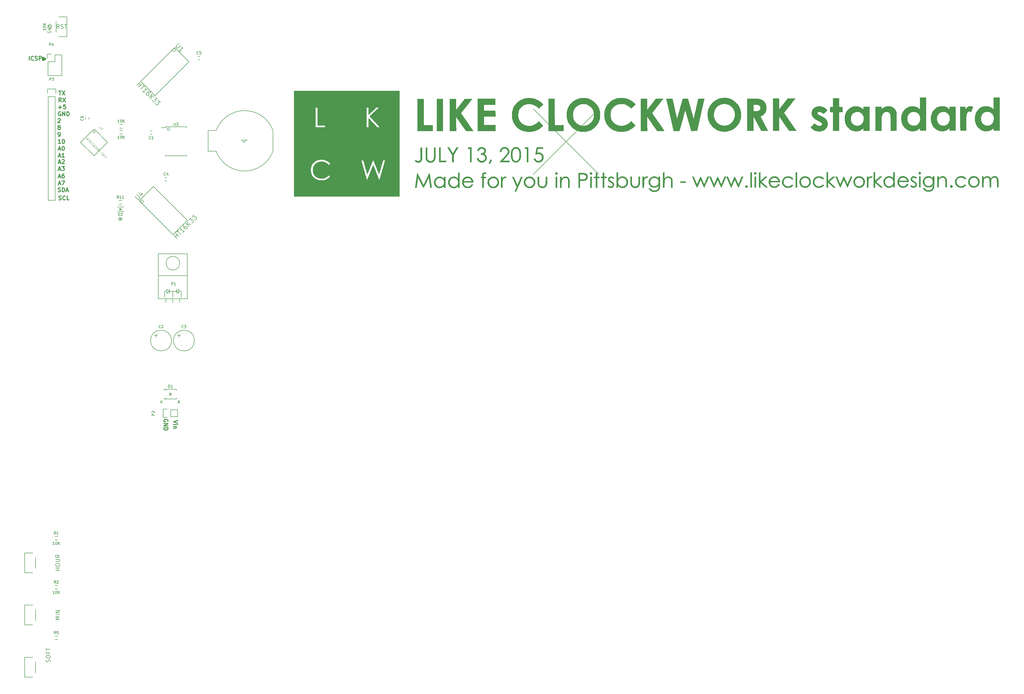
<source format=gto>
G04 #@! TF.FileFunction,Legend,Top*
%FSLAX46Y46*%
G04 Gerber Fmt 4.6, Leading zero omitted, Abs format (unit mm)*
G04 Created by KiCad (PCBNEW (2015-01-16 BZR 5376)-product) date 07/14/15 18:55:14*
%MOMM*%
G01*
G04 APERTURE LIST*
%ADD10C,0.100000*%
%ADD11C,0.300000*%
%ADD12C,0.200000*%
%ADD13C,0.150000*%
%ADD14C,0.203200*%
%ADD15C,0.152400*%
%ADD16C,0.032512*%
%ADD17C,0.127000*%
%ADD18C,0.177800*%
%ADD19C,0.065024*%
%ADD20C,0.250000*%
G04 APERTURE END LIST*
D10*
D11*
X29752531Y-240848835D02*
X29966817Y-240920263D01*
X30323960Y-240920263D01*
X30466817Y-240848835D01*
X30538246Y-240777406D01*
X30609674Y-240634549D01*
X30609674Y-240491692D01*
X30538246Y-240348835D01*
X30466817Y-240277406D01*
X30323960Y-240205978D01*
X30038246Y-240134549D01*
X29895388Y-240063121D01*
X29823960Y-239991692D01*
X29752531Y-239848835D01*
X29752531Y-239705978D01*
X29823960Y-239563121D01*
X29895388Y-239491692D01*
X30038246Y-239420263D01*
X30395388Y-239420263D01*
X30609674Y-239491692D01*
X32109674Y-240777406D02*
X32038245Y-240848835D01*
X31823959Y-240920263D01*
X31681102Y-240920263D01*
X31466817Y-240848835D01*
X31323959Y-240705978D01*
X31252531Y-240563121D01*
X31181102Y-240277406D01*
X31181102Y-240063121D01*
X31252531Y-239777406D01*
X31323959Y-239634549D01*
X31466817Y-239491692D01*
X31681102Y-239420263D01*
X31823959Y-239420263D01*
X32038245Y-239491692D01*
X32109674Y-239563121D01*
X33466817Y-240920263D02*
X32752531Y-240920263D01*
X32752531Y-239420263D01*
X29505151Y-237885503D02*
X29719437Y-237956931D01*
X30076580Y-237956931D01*
X30219437Y-237885503D01*
X30290866Y-237814074D01*
X30362294Y-237671217D01*
X30362294Y-237528360D01*
X30290866Y-237385503D01*
X30219437Y-237314074D01*
X30076580Y-237242646D01*
X29790866Y-237171217D01*
X29648008Y-237099789D01*
X29576580Y-237028360D01*
X29505151Y-236885503D01*
X29505151Y-236742646D01*
X29576580Y-236599789D01*
X29648008Y-236528360D01*
X29790866Y-236456931D01*
X30148008Y-236456931D01*
X30362294Y-236528360D01*
X31005151Y-237956931D02*
X31005151Y-236456931D01*
X31362294Y-236456931D01*
X31576579Y-236528360D01*
X31719437Y-236671217D01*
X31790865Y-236814074D01*
X31862294Y-237099789D01*
X31862294Y-237314074D01*
X31790865Y-237599789D01*
X31719437Y-237742646D01*
X31576579Y-237885503D01*
X31362294Y-237956931D01*
X31005151Y-237956931D01*
X32433722Y-237528360D02*
X33148008Y-237528360D01*
X32290865Y-237956931D02*
X32790865Y-236456931D01*
X33290865Y-237956931D01*
X29620151Y-234988361D02*
X30334437Y-234988361D01*
X29477294Y-235416932D02*
X29977294Y-233916932D01*
X30477294Y-235416932D01*
X30834437Y-233916932D02*
X31834437Y-233916932D01*
X31191580Y-235416932D01*
X29620151Y-232448362D02*
X30334437Y-232448362D01*
X29477294Y-232876933D02*
X29977294Y-231376933D01*
X30477294Y-232876933D01*
X31620151Y-231376933D02*
X31334437Y-231376933D01*
X31191580Y-231448362D01*
X31120151Y-231519791D01*
X30977294Y-231734076D01*
X30905865Y-232019791D01*
X30905865Y-232591219D01*
X30977294Y-232734076D01*
X31048722Y-232805505D01*
X31191580Y-232876933D01*
X31477294Y-232876933D01*
X31620151Y-232805505D01*
X31691580Y-232734076D01*
X31763008Y-232591219D01*
X31763008Y-232234076D01*
X31691580Y-232091219D01*
X31620151Y-232019791D01*
X31477294Y-231948362D01*
X31191580Y-231948362D01*
X31048722Y-232019791D01*
X30977294Y-232091219D01*
X30905865Y-232234076D01*
X29620151Y-229696697D02*
X30334437Y-229696697D01*
X29477294Y-230125268D02*
X29977294Y-228625268D01*
X30477294Y-230125268D01*
X30834437Y-228625268D02*
X31763008Y-228625268D01*
X31263008Y-229196697D01*
X31477294Y-229196697D01*
X31620151Y-229268126D01*
X31691580Y-229339554D01*
X31763008Y-229482411D01*
X31763008Y-229839554D01*
X31691580Y-229982411D01*
X31620151Y-230053840D01*
X31477294Y-230125268D01*
X31048722Y-230125268D01*
X30905865Y-230053840D01*
X30834437Y-229982411D01*
X29620151Y-227156698D02*
X30334437Y-227156698D01*
X29477294Y-227585269D02*
X29977294Y-226085269D01*
X30477294Y-227585269D01*
X30905865Y-226228127D02*
X30977294Y-226156698D01*
X31120151Y-226085269D01*
X31477294Y-226085269D01*
X31620151Y-226156698D01*
X31691580Y-226228127D01*
X31763008Y-226370984D01*
X31763008Y-226513841D01*
X31691580Y-226728127D01*
X30834437Y-227585269D01*
X31763008Y-227585269D01*
X29620151Y-224828365D02*
X30334437Y-224828365D01*
X29477294Y-225256936D02*
X29977294Y-223756936D01*
X30477294Y-225256936D01*
X31763008Y-225256936D02*
X30905865Y-225256936D01*
X31334437Y-225256936D02*
X31334437Y-223756936D01*
X31191580Y-223971222D01*
X31048722Y-224114079D01*
X30905865Y-224185508D01*
X29620151Y-222288366D02*
X30334437Y-222288366D01*
X29477294Y-222716937D02*
X29977294Y-221216937D01*
X30477294Y-222716937D01*
X31263008Y-221216937D02*
X31405865Y-221216937D01*
X31548722Y-221288366D01*
X31620151Y-221359795D01*
X31691580Y-221502652D01*
X31763008Y-221788366D01*
X31763008Y-222145509D01*
X31691580Y-222431223D01*
X31620151Y-222574080D01*
X31548722Y-222645509D01*
X31405865Y-222716937D01*
X31263008Y-222716937D01*
X31120151Y-222645509D01*
X31048722Y-222574080D01*
X30977294Y-222431223D01*
X30905865Y-222145509D01*
X30905865Y-221788366D01*
X30977294Y-221502652D01*
X31048722Y-221359795D01*
X31120151Y-221288366D01*
X31263008Y-221216937D01*
X30405865Y-220176938D02*
X29548722Y-220176938D01*
X29977294Y-220176938D02*
X29977294Y-218676938D01*
X29834437Y-218891224D01*
X29691579Y-219034081D01*
X29548722Y-219105510D01*
X31334436Y-218676938D02*
X31477293Y-218676938D01*
X31620150Y-218748367D01*
X31691579Y-218819796D01*
X31763008Y-218962653D01*
X31834436Y-219248367D01*
X31834436Y-219605510D01*
X31763008Y-219891224D01*
X31691579Y-220034081D01*
X31620150Y-220105510D01*
X31477293Y-220176938D01*
X31334436Y-220176938D01*
X31191579Y-220105510D01*
X31120150Y-220034081D01*
X31048722Y-219891224D01*
X30977293Y-219605510D01*
X30977293Y-219248367D01*
X31048722Y-218962653D01*
X31120150Y-218819796D01*
X31191579Y-218748367D01*
X31334436Y-218676938D01*
X29559199Y-217636939D02*
X29844914Y-217636939D01*
X29987771Y-217565511D01*
X30059199Y-217494082D01*
X30202057Y-217279797D01*
X30273485Y-216994082D01*
X30273485Y-216422654D01*
X30202057Y-216279797D01*
X30130628Y-216208368D01*
X29987771Y-216136939D01*
X29702057Y-216136939D01*
X29559199Y-216208368D01*
X29487771Y-216279797D01*
X29416342Y-216422654D01*
X29416342Y-216779797D01*
X29487771Y-216922654D01*
X29559199Y-216994082D01*
X29702057Y-217065511D01*
X29987771Y-217065511D01*
X30130628Y-216994082D01*
X30202057Y-216922654D01*
X30273485Y-216779797D01*
X29702057Y-214239798D02*
X29559199Y-214168369D01*
X29487771Y-214096940D01*
X29416342Y-213954083D01*
X29416342Y-213882655D01*
X29487771Y-213739798D01*
X29559199Y-213668369D01*
X29702057Y-213596940D01*
X29987771Y-213596940D01*
X30130628Y-213668369D01*
X30202057Y-213739798D01*
X30273485Y-213882655D01*
X30273485Y-213954083D01*
X30202057Y-214096940D01*
X30130628Y-214168369D01*
X29987771Y-214239798D01*
X29702057Y-214239798D01*
X29559199Y-214311226D01*
X29487771Y-214382655D01*
X29416342Y-214525512D01*
X29416342Y-214811226D01*
X29487771Y-214954083D01*
X29559199Y-215025512D01*
X29702057Y-215096940D01*
X29987771Y-215096940D01*
X30130628Y-215025512D01*
X30202057Y-214954083D01*
X30273485Y-214811226D01*
X30273485Y-214525512D01*
X30202057Y-214382655D01*
X30130628Y-214311226D01*
X29987771Y-214239798D01*
X29416342Y-211199799D02*
X29487771Y-211128370D01*
X29630628Y-211056941D01*
X29987771Y-211056941D01*
X30130628Y-211128370D01*
X30202057Y-211199799D01*
X30273485Y-211342656D01*
X30273485Y-211485513D01*
X30202057Y-211699799D01*
X29344914Y-212556941D01*
X30273485Y-212556941D01*
X30395388Y-208588371D02*
X30252531Y-208516942D01*
X30038245Y-208516942D01*
X29823960Y-208588371D01*
X29681102Y-208731228D01*
X29609674Y-208874085D01*
X29538245Y-209159800D01*
X29538245Y-209374085D01*
X29609674Y-209659800D01*
X29681102Y-209802657D01*
X29823960Y-209945514D01*
X30038245Y-210016942D01*
X30181102Y-210016942D01*
X30395388Y-209945514D01*
X30466817Y-209874085D01*
X30466817Y-209374085D01*
X30181102Y-209374085D01*
X31109674Y-210016942D02*
X31109674Y-208516942D01*
X31966817Y-210016942D01*
X31966817Y-208516942D01*
X32681103Y-210016942D02*
X32681103Y-208516942D01*
X33038246Y-208516942D01*
X33252531Y-208588371D01*
X33395389Y-208731228D01*
X33466817Y-208874085D01*
X33538246Y-209159800D01*
X33538246Y-209374085D01*
X33466817Y-209659800D01*
X33395389Y-209802657D01*
X33252531Y-209945514D01*
X33038246Y-210016942D01*
X32681103Y-210016942D01*
X29617532Y-206905515D02*
X30760389Y-206905515D01*
X30188960Y-207476943D02*
X30188960Y-206334086D01*
X32188961Y-205976943D02*
X31474675Y-205976943D01*
X31403246Y-206691229D01*
X31474675Y-206619801D01*
X31617532Y-206548372D01*
X31974675Y-206548372D01*
X32117532Y-206619801D01*
X32188961Y-206691229D01*
X32260389Y-206834086D01*
X32260389Y-207191229D01*
X32188961Y-207334086D01*
X32117532Y-207405515D01*
X31974675Y-207476943D01*
X31617532Y-207476943D01*
X31474675Y-207405515D01*
X31403246Y-207334086D01*
X30653247Y-204936944D02*
X30153247Y-204222659D01*
X29796104Y-204936944D02*
X29796104Y-203436944D01*
X30367532Y-203436944D01*
X30510390Y-203508373D01*
X30581818Y-203579802D01*
X30653247Y-203722659D01*
X30653247Y-203936944D01*
X30581818Y-204079802D01*
X30510390Y-204151230D01*
X30367532Y-204222659D01*
X29796104Y-204222659D01*
X31153247Y-203436944D02*
X32153247Y-204936944D01*
X32153247Y-203436944D02*
X31153247Y-204936944D01*
X29760389Y-200896945D02*
X30617532Y-200896945D01*
X30188961Y-202396945D02*
X30188961Y-200896945D01*
X30974675Y-200896945D02*
X31974675Y-202396945D01*
X31974675Y-200896945D02*
X30974675Y-202396945D01*
D12*
X70450229Y-214926247D02*
G75*
G03X70450229Y-214926247I-473301J0D01*
G01*
X51980719Y-247877203D02*
X51381025Y-247877203D01*
X52580413Y-248476897D02*
X52580413Y-247277509D01*
X52580413Y-247877203D02*
X53180107Y-247877203D01*
X51980719Y-247277509D02*
X52580413Y-247877203D01*
X51980719Y-248476897D02*
X51980719Y-247277509D01*
X52580413Y-247877203D02*
X51980719Y-248476897D01*
D11*
X18867667Y-189612151D02*
X18867667Y-188112151D01*
X20439096Y-189469294D02*
X20367667Y-189540723D01*
X20153381Y-189612151D01*
X20010524Y-189612151D01*
X19796239Y-189540723D01*
X19653381Y-189397866D01*
X19581953Y-189255009D01*
X19510524Y-188969294D01*
X19510524Y-188755009D01*
X19581953Y-188469294D01*
X19653381Y-188326437D01*
X19796239Y-188183580D01*
X20010524Y-188112151D01*
X20153381Y-188112151D01*
X20367667Y-188183580D01*
X20439096Y-188255009D01*
X21010524Y-189540723D02*
X21224810Y-189612151D01*
X21581953Y-189612151D01*
X21724810Y-189540723D01*
X21796239Y-189469294D01*
X21867667Y-189326437D01*
X21867667Y-189183580D01*
X21796239Y-189040723D01*
X21724810Y-188969294D01*
X21581953Y-188897866D01*
X21296239Y-188826437D01*
X21153381Y-188755009D01*
X21081953Y-188683580D01*
X21010524Y-188540723D01*
X21010524Y-188397866D01*
X21081953Y-188255009D01*
X21153381Y-188183580D01*
X21296239Y-188112151D01*
X21653381Y-188112151D01*
X21867667Y-188183580D01*
X22510524Y-189612151D02*
X22510524Y-188112151D01*
X23081952Y-188112151D01*
X23224810Y-188183580D01*
X23296238Y-188255009D01*
X23367667Y-188397866D01*
X23367667Y-188612151D01*
X23296238Y-188755009D01*
X23224810Y-188826437D01*
X23081952Y-188897866D01*
X22510524Y-188897866D01*
X69671556Y-322343531D02*
X69742985Y-322200674D01*
X69742985Y-321986388D01*
X69671556Y-321772103D01*
X69528699Y-321629245D01*
X69385842Y-321557817D01*
X69100127Y-321486388D01*
X68885842Y-321486388D01*
X68600127Y-321557817D01*
X68457270Y-321629245D01*
X68314413Y-321772103D01*
X68242985Y-321986388D01*
X68242985Y-322129245D01*
X68314413Y-322343531D01*
X68385842Y-322414960D01*
X68885842Y-322414960D01*
X68885842Y-322129245D01*
X68242985Y-323057817D02*
X69742985Y-323057817D01*
X68242985Y-323914960D01*
X69742985Y-323914960D01*
X68242985Y-324629246D02*
X69742985Y-324629246D01*
X69742985Y-324986389D01*
X69671556Y-325200674D01*
X69528699Y-325343532D01*
X69385842Y-325414960D01*
X69100127Y-325486389D01*
X68885842Y-325486389D01*
X68600127Y-325414960D01*
X68457270Y-325343532D01*
X68314413Y-325200674D01*
X68242985Y-324986389D01*
X68242985Y-324629246D01*
X73341149Y-321950674D02*
X71841149Y-322450674D01*
X73341149Y-322950674D01*
X71841149Y-323450674D02*
X72841149Y-323450674D01*
X73341149Y-323450674D02*
X73269720Y-323379245D01*
X73198291Y-323450674D01*
X73269720Y-323522102D01*
X73341149Y-323450674D01*
X73198291Y-323450674D01*
X72841149Y-324164960D02*
X71841149Y-324164960D01*
X72698291Y-324164960D02*
X72769720Y-324236388D01*
X72841149Y-324379246D01*
X72841149Y-324593531D01*
X72769720Y-324736388D01*
X72626863Y-324807817D01*
X71841149Y-324807817D01*
D12*
X227883720Y-231481884D02*
X203895960Y-207494124D01*
X203895960Y-231481884D02*
X227883720Y-207494124D01*
D13*
X29285300Y-365889000D02*
X28285300Y-365889000D01*
X28285300Y-364539000D02*
X29285300Y-364539000D01*
X29285300Y-383879000D02*
X28285300Y-383879000D01*
X28285300Y-382529000D02*
X29285300Y-382529000D01*
X52120000Y-213193000D02*
X53120000Y-213193000D01*
X53120000Y-214543000D02*
X52120000Y-214543000D01*
D14*
X20190200Y-370559000D02*
X17190200Y-370559000D01*
X17190200Y-370559000D02*
X17190200Y-377859000D01*
X17190200Y-377859000D02*
X20190200Y-377859000D01*
X21190200Y-376209000D02*
X21190200Y-372209000D01*
X20190200Y-389749000D02*
X17190200Y-389749000D01*
X17190200Y-389749000D02*
X17190200Y-397049000D01*
X17190200Y-397049000D02*
X20190200Y-397049000D01*
X21190200Y-395399000D02*
X21190200Y-391399000D01*
X20190200Y-408939000D02*
X17190200Y-408939000D01*
X17190200Y-408939000D02*
X17190200Y-416239000D01*
X17190200Y-416239000D02*
X20190200Y-416239000D01*
X21190200Y-414589000D02*
X21190200Y-410589000D01*
X87450000Y-223002000D02*
X84470000Y-223002000D01*
X84470000Y-223002000D02*
X84470000Y-215402000D01*
X84470000Y-215402000D02*
X87450000Y-215402000D01*
X108330000Y-223002000D02*
X108330000Y-215402000D01*
X108330000Y-223002000D02*
G75*
G02X87450000Y-223002000I-10440000J3814631D01*
G01*
X108330000Y-215402000D02*
G75*
G03X87450000Y-215402000I-10440000J-3814631D01*
G01*
D13*
X73854000Y-290043000D02*
X73854000Y-291313000D01*
X73219000Y-290678000D02*
X74362000Y-290678000D01*
X79442000Y-292583000D02*
G75*
G03X79442000Y-292583000I-3810000J0D01*
G01*
X70447000Y-312251000D02*
X70997000Y-311801000D01*
X70997000Y-311801000D02*
X70997000Y-312701000D01*
X70997000Y-312701000D02*
X70447000Y-312251000D01*
X70447000Y-311701000D02*
X70447000Y-312801000D01*
X68897860Y-314001060D02*
X68897860Y-313650540D01*
X68897860Y-310500940D02*
X68897860Y-310851460D01*
X72947440Y-314001060D02*
X72947440Y-313650540D01*
X68446560Y-314001060D02*
X68446560Y-313650540D01*
X68446560Y-310500940D02*
X68446560Y-310851460D01*
X72947440Y-310500940D02*
X72947440Y-310851460D01*
X68446560Y-314001060D02*
X72947440Y-314001060D01*
X68446560Y-310500940D02*
X72947440Y-310500940D01*
X52074000Y-244348000D02*
X51824000Y-244348000D01*
X52574000Y-244348000D02*
X52824000Y-244348000D01*
X52574000Y-244348000D02*
X52074000Y-244698000D01*
X52074000Y-244698000D02*
X52074000Y-243998000D01*
X52074000Y-243998000D02*
X52574000Y-244348000D01*
X52574000Y-244698000D02*
X52574000Y-243998000D01*
X53624000Y-243548000D02*
X51224000Y-243548000D01*
X53624000Y-245148000D02*
X51224000Y-245148000D01*
X71583460Y-274523200D02*
X71583460Y-276722840D01*
X69383820Y-274523200D02*
X68583720Y-274523200D01*
X68583720Y-274523200D02*
X68583720Y-276722840D01*
X73884700Y-274523200D02*
X74583200Y-274523200D01*
X74583200Y-274523200D02*
X74583200Y-276722840D01*
X70282980Y-274523200D02*
X72983000Y-274523200D01*
X70282980Y-274424140D02*
X69383820Y-273723100D01*
X69383820Y-273723100D02*
X69383820Y-275224240D01*
X69383820Y-275224240D02*
X70282980Y-274523200D01*
X72883940Y-274424140D02*
X73783100Y-273723100D01*
X73783100Y-273723100D02*
X73783100Y-275224240D01*
X73783100Y-275224240D02*
X72883940Y-274424140D01*
X70282980Y-273723100D02*
X70282980Y-275224240D01*
X72883940Y-273723100D02*
X72883940Y-275224240D01*
X69043460Y-277241000D02*
X69043460Y-278638000D01*
X71583460Y-277241000D02*
X71583460Y-278638000D01*
X74123460Y-277241000D02*
X74123460Y-278638000D01*
X74097932Y-264160000D02*
G75*
G03X74097932Y-264160000I-2514472J0D01*
G01*
X76917460Y-268732000D02*
X76917460Y-260731000D01*
X76917460Y-260731000D02*
X66249460Y-260731000D01*
X66249460Y-260731000D02*
X66249460Y-268732000D01*
X76917460Y-277241000D02*
X76917460Y-268732000D01*
X76917460Y-268732000D02*
X66249460Y-268732000D01*
X66249460Y-268732000D02*
X66249460Y-277241000D01*
X71583460Y-277241000D02*
X66249460Y-277241000D01*
X71583460Y-277241000D02*
X76917460Y-277241000D01*
X70791300Y-318019000D02*
X73331300Y-318019000D01*
X67971300Y-317739000D02*
X69521300Y-317739000D01*
X70791300Y-318019000D02*
X70791300Y-320559000D01*
X69521300Y-320839000D02*
X67971300Y-320839000D01*
X67971300Y-320839000D02*
X67971300Y-317739000D01*
X70791300Y-320559000D02*
X73331300Y-320559000D01*
X73331300Y-320559000D02*
X73331300Y-318019000D01*
X25738300Y-190203000D02*
X25738300Y-195283000D01*
X25458300Y-187383000D02*
X27008300Y-187383000D01*
X28278300Y-187663000D02*
X28278300Y-190203000D01*
X28278300Y-190203000D02*
X25738300Y-190203000D01*
X25738300Y-195283000D02*
X30818300Y-195283000D01*
X30818300Y-195283000D02*
X30818300Y-190203000D01*
X25458300Y-187383000D02*
X25458300Y-188933000D01*
X30818300Y-187663000D02*
X28278300Y-187663000D01*
X30818300Y-190203000D02*
X30818300Y-187663000D01*
X29285300Y-402470000D02*
X28285300Y-402470000D01*
X28285300Y-401120000D02*
X29285300Y-401120000D01*
X53120000Y-216660000D02*
X52120000Y-216660000D01*
X52120000Y-215310000D02*
X53120000Y-215310000D01*
X25741000Y-177792000D02*
X25741000Y-176792000D01*
X27091000Y-176792000D02*
X27091000Y-177792000D01*
X52824000Y-242483000D02*
X51824000Y-242483000D01*
X51824000Y-241133000D02*
X52824000Y-241133000D01*
D14*
X29734000Y-180942000D02*
X32734000Y-180942000D01*
X32734000Y-180942000D02*
X32734000Y-173642000D01*
X32734000Y-173642000D02*
X29734000Y-173642000D01*
X28734000Y-175292000D02*
X28734000Y-179292000D01*
D15*
X72245656Y-184885086D02*
X59763100Y-197367642D01*
X59763100Y-197367642D02*
X65014358Y-202618900D01*
X65014358Y-202618900D02*
X77496914Y-190136344D01*
X77496914Y-190136344D02*
X72245656Y-184885086D01*
X72513042Y-185948150D02*
G75*
G03X72513042Y-185948150I-533400J0D01*
G01*
D13*
X68854000Y-214046000D02*
X68854000Y-214401000D01*
X76604000Y-214046000D02*
X76604000Y-214401000D01*
X76604000Y-224696000D02*
X76604000Y-224341000D01*
X68854000Y-224696000D02*
X68854000Y-224341000D01*
X68854000Y-214046000D02*
X76604000Y-214046000D01*
X68854000Y-224696000D02*
X76604000Y-224696000D01*
X68854000Y-214401000D02*
X67329000Y-214401000D01*
D15*
X59155086Y-241190344D02*
X71637642Y-253672900D01*
X71637642Y-253672900D02*
X76888900Y-248421642D01*
X76888900Y-248421642D02*
X64406344Y-235939086D01*
X64406344Y-235939086D02*
X59155086Y-241190344D01*
X60751550Y-241456358D02*
G75*
G03X60751550Y-241456358I-533400J0D01*
G01*
D13*
X65459000Y-290043000D02*
X65459000Y-291313000D01*
X64824000Y-290678000D02*
X65967000Y-290678000D01*
X71047000Y-292583000D02*
G75*
G03X71047000Y-292583000I-3810000J0D01*
G01*
X63977000Y-216796000D02*
X63277000Y-216796000D01*
X63277000Y-215596000D02*
X63977000Y-215596000D01*
X68696000Y-232741000D02*
X69396000Y-232741000D01*
X69396000Y-233941000D02*
X68696000Y-233941000D01*
X80803000Y-188249000D02*
X81503000Y-188249000D01*
X81503000Y-189449000D02*
X80803000Y-189449000D01*
X39532000Y-211255000D02*
X39532000Y-210555000D01*
X40732000Y-210555000D02*
X40732000Y-211255000D01*
D15*
X47628819Y-219795000D02*
X42672000Y-224751819D01*
X42672000Y-224751819D02*
X37715181Y-219795000D01*
X37715181Y-219795000D02*
X42420977Y-215089204D01*
X42923023Y-215089204D02*
X47628819Y-219795000D01*
X42923023Y-215089204D02*
X42420977Y-215089204D01*
X43031200Y-215915529D02*
G75*
G03X43031200Y-215915529I-359200J0D01*
G01*
D13*
X25823200Y-202988000D02*
X25823200Y-241088000D01*
X25823200Y-241088000D02*
X28363200Y-241088000D01*
X28363200Y-241088000D02*
X28363200Y-202988000D01*
X28643200Y-200168000D02*
X28643200Y-201718000D01*
X28363200Y-202988000D02*
X25823200Y-202988000D01*
X25543200Y-201718000D02*
X25543200Y-200168000D01*
X25543200Y-200168000D02*
X28643200Y-200168000D01*
D10*
G36*
X154736800Y-239589733D02*
X149446015Y-239589733D01*
X149446015Y-226277986D01*
X149071034Y-226287526D01*
X148696053Y-226297066D01*
X147949233Y-228895113D01*
X147832659Y-229299450D01*
X147721138Y-229683913D01*
X147616110Y-230043683D01*
X147519016Y-230373937D01*
X147497136Y-230447745D01*
X147497136Y-214189733D01*
X147024357Y-213690200D01*
X146912793Y-213572113D01*
X146760842Y-213410960D01*
X146574459Y-213213072D01*
X146359599Y-212984780D01*
X146122220Y-212732414D01*
X145868275Y-212462308D01*
X145603722Y-212180791D01*
X145334515Y-211894194D01*
X145139208Y-211686188D01*
X144848113Y-211375954D01*
X144600214Y-211111227D01*
X144392244Y-210888231D01*
X144220934Y-210703188D01*
X144083016Y-210552322D01*
X143975224Y-210431855D01*
X143894288Y-210338013D01*
X143836941Y-210267017D01*
X143799915Y-210215091D01*
X143779942Y-210178458D01*
X143773755Y-210153342D01*
X143778084Y-210135965D01*
X143787752Y-210124309D01*
X143822655Y-210091693D01*
X143902776Y-210016979D01*
X144023762Y-209904225D01*
X144181257Y-209757488D01*
X144370906Y-209580824D01*
X144588354Y-209378291D01*
X144829245Y-209153944D01*
X145089225Y-208911842D01*
X145363939Y-208656040D01*
X145440400Y-208584846D01*
X145719767Y-208324679D01*
X145986647Y-208076045D01*
X146236542Y-207843142D01*
X146464951Y-207630170D01*
X146667374Y-207441325D01*
X146839312Y-207280807D01*
X146976265Y-207152813D01*
X147073732Y-207061543D01*
X147127215Y-207011193D01*
X147133082Y-207005592D01*
X147234031Y-206908400D01*
X146742080Y-206908400D01*
X146250129Y-206908400D01*
X144812331Y-208261772D01*
X144550427Y-208507919D01*
X144303049Y-208739685D01*
X144074612Y-208952982D01*
X143869529Y-209143722D01*
X143692215Y-209307819D01*
X143547086Y-209441185D01*
X143438556Y-209539734D01*
X143371039Y-209599377D01*
X143349133Y-209616438D01*
X143343594Y-209584056D01*
X143338471Y-209491101D01*
X143333900Y-209344732D01*
X143330013Y-209152111D01*
X143326947Y-208920395D01*
X143324834Y-208656746D01*
X143323810Y-208368324D01*
X143323733Y-208263066D01*
X143323733Y-206908400D01*
X142951200Y-206908400D01*
X142578666Y-206908400D01*
X142578666Y-210549066D01*
X142578666Y-214189733D01*
X142951200Y-214189733D01*
X143323733Y-214189733D01*
X143323733Y-212513333D01*
X143324230Y-212183607D01*
X143325655Y-211875412D01*
X143327911Y-211595188D01*
X143330901Y-211349373D01*
X143334526Y-211144407D01*
X143338689Y-210986728D01*
X143343292Y-210882775D01*
X143348238Y-210838988D01*
X143349133Y-210837991D01*
X143376028Y-210862219D01*
X143445389Y-210931857D01*
X143553376Y-211042882D01*
X143696150Y-211191272D01*
X143869871Y-211373004D01*
X144070699Y-211584055D01*
X144294794Y-211820403D01*
X144538318Y-212078025D01*
X144797429Y-212352899D01*
X144949333Y-212514380D01*
X146524133Y-214189710D01*
X147010635Y-214189722D01*
X147497136Y-214189733D01*
X147497136Y-230447745D01*
X147431294Y-230669854D01*
X147354383Y-230926611D01*
X147289722Y-231139388D01*
X147238752Y-231303361D01*
X147202911Y-231413711D01*
X147183639Y-231465613D01*
X147180931Y-231468980D01*
X147165537Y-231434426D01*
X147127356Y-231341514D01*
X147068262Y-231194970D01*
X146990129Y-230999521D01*
X146894833Y-230759892D01*
X146784246Y-230480809D01*
X146660243Y-230166999D01*
X146524699Y-229823188D01*
X146379487Y-229454103D01*
X146226483Y-229064468D01*
X146147524Y-228863117D01*
X145965557Y-228399065D01*
X145806510Y-227994100D01*
X145668681Y-227644209D01*
X145550364Y-227345382D01*
X145449856Y-227093606D01*
X145365453Y-226884870D01*
X145295452Y-226715160D01*
X145238148Y-226580466D01*
X145191838Y-226476776D01*
X145154818Y-226400077D01*
X145125384Y-226346358D01*
X145101833Y-226311607D01*
X145082460Y-226291812D01*
X145065561Y-226282961D01*
X145050933Y-226281036D01*
X145034834Y-226283276D01*
X145017765Y-226292810D01*
X144998010Y-226313630D01*
X144973851Y-226349729D01*
X144943568Y-226405098D01*
X144905445Y-226483729D01*
X144857762Y-226589615D01*
X144798803Y-226726748D01*
X144726849Y-226899121D01*
X144640181Y-227110725D01*
X144537083Y-227365552D01*
X144415835Y-227667595D01*
X144274721Y-228020847D01*
X144112020Y-228429298D01*
X143936258Y-228871186D01*
X143777830Y-229269014D01*
X143626340Y-229648198D01*
X143483675Y-230004091D01*
X143351719Y-230332043D01*
X143232359Y-230627408D01*
X143127481Y-230885536D01*
X143038970Y-231101780D01*
X142968713Y-231271491D01*
X142918596Y-231390022D01*
X142890504Y-231452724D01*
X142885161Y-231461733D01*
X142872904Y-231429938D01*
X142843834Y-231337834D01*
X142799378Y-231190347D01*
X142740963Y-230992398D01*
X142670014Y-230748912D01*
X142587957Y-230464812D01*
X142496218Y-230145022D01*
X142396224Y-229794466D01*
X142289400Y-229418067D01*
X142177173Y-229020749D01*
X142142136Y-228896333D01*
X142028376Y-228492853D01*
X141919511Y-228108215D01*
X141816979Y-227747410D01*
X141722217Y-227415429D01*
X141636663Y-227117263D01*
X141561755Y-226857904D01*
X141498932Y-226642344D01*
X141449631Y-226475572D01*
X141415290Y-226362581D01*
X141397347Y-226308362D01*
X141395403Y-226304331D01*
X141353178Y-226294211D01*
X141258578Y-226287779D01*
X141126892Y-226285715D01*
X141014630Y-226287398D01*
X140658652Y-226297066D01*
X141670187Y-229886933D01*
X141805164Y-230365847D01*
X141935143Y-230826818D01*
X142058931Y-231265617D01*
X142175330Y-231678018D01*
X142283147Y-232059790D01*
X142381184Y-232406706D01*
X142468248Y-232714538D01*
X142543142Y-232979057D01*
X142604670Y-233196035D01*
X142651638Y-233361243D01*
X142682850Y-233470454D01*
X142697110Y-233519438D01*
X142697776Y-233521508D01*
X142739468Y-233552892D01*
X142785883Y-233555375D01*
X142801419Y-233546532D01*
X142821880Y-233521615D01*
X142848840Y-233476906D01*
X142883869Y-233408686D01*
X142928541Y-233313236D01*
X142984428Y-233186837D01*
X143053100Y-233025770D01*
X143136130Y-232826317D01*
X143235090Y-232584758D01*
X143351553Y-232297376D01*
X143487089Y-231960450D01*
X143643272Y-231570264D01*
X143821672Y-231123096D01*
X143945968Y-230810982D01*
X144108903Y-230402114D01*
X144264844Y-230011737D01*
X144411964Y-229644377D01*
X144548432Y-229304559D01*
X144672418Y-228996809D01*
X144782092Y-228725653D01*
X144875625Y-228495615D01*
X144951187Y-228311223D01*
X145006948Y-228177001D01*
X145041078Y-228097474D01*
X145051659Y-228076249D01*
X145066359Y-228106864D01*
X145103869Y-228196046D01*
X145162385Y-228339262D01*
X145240098Y-228531976D01*
X145335206Y-228769654D01*
X145445900Y-229047761D01*
X145570377Y-229361764D01*
X145706830Y-229707126D01*
X145853454Y-230079315D01*
X146008443Y-230473795D01*
X146140148Y-230809800D01*
X146328392Y-231290256D01*
X146493720Y-231711427D01*
X146637745Y-232077166D01*
X146762084Y-232391323D01*
X146868351Y-232657749D01*
X146958160Y-232880295D01*
X147033126Y-233062813D01*
X147094864Y-233209153D01*
X147144988Y-233323166D01*
X147185114Y-233408703D01*
X147216855Y-233469616D01*
X147241827Y-233509756D01*
X147261643Y-233532972D01*
X147277920Y-233543118D01*
X147286770Y-233544533D01*
X147299314Y-233541882D01*
X147312770Y-233531567D01*
X147328226Y-233510051D01*
X147346773Y-233473792D01*
X147369497Y-233419251D01*
X147397489Y-233342890D01*
X147431837Y-233241167D01*
X147473629Y-233110544D01*
X147523955Y-232947480D01*
X147583902Y-232748437D01*
X147654560Y-232509874D01*
X147737017Y-232228252D01*
X147832363Y-231900031D01*
X147941685Y-231521672D01*
X148066073Y-231089634D01*
X148206615Y-230600379D01*
X148364401Y-230050367D01*
X148404288Y-229911259D01*
X149446015Y-226277986D01*
X149446015Y-239589733D01*
X135382000Y-239589733D01*
X129265024Y-239589733D01*
X129265024Y-227622645D01*
X129191816Y-227518656D01*
X129040833Y-227335257D01*
X128841664Y-227139216D01*
X128609296Y-226942328D01*
X128358715Y-226756389D01*
X128104907Y-226593191D01*
X127862858Y-226464531D01*
X127838036Y-226453192D01*
X127491529Y-226313000D01*
X127474133Y-226307722D01*
X127474133Y-214189733D01*
X127474133Y-213851066D01*
X127474133Y-213512400D01*
X126068666Y-213512400D01*
X124663200Y-213512400D01*
X124663200Y-210210400D01*
X124663200Y-206908400D01*
X124290666Y-206908400D01*
X123918133Y-206908400D01*
X123918133Y-210549066D01*
X123918133Y-214189733D01*
X125696133Y-214189733D01*
X127474133Y-214189733D01*
X127474133Y-226307722D01*
X127154869Y-226210869D01*
X126809553Y-226143136D01*
X126437075Y-226106135D01*
X126034800Y-226096134D01*
X125710373Y-226103541D01*
X125430867Y-226125524D01*
X125174408Y-226165418D01*
X124919122Y-226226558D01*
X124664571Y-226305081D01*
X124236353Y-226481732D01*
X123830946Y-226714797D01*
X123454851Y-226997449D01*
X123114569Y-227322860D01*
X122816603Y-227684203D01*
X122567454Y-228074650D01*
X122373623Y-228487373D01*
X122263328Y-228826813D01*
X122164797Y-229332442D01*
X122129369Y-229845793D01*
X122156179Y-230358309D01*
X122244364Y-230861437D01*
X122393058Y-231346623D01*
X122555286Y-231716673D01*
X122805721Y-232140875D01*
X123106499Y-232521852D01*
X123453443Y-232856567D01*
X123842374Y-233141983D01*
X124269113Y-233375061D01*
X124729483Y-233552766D01*
X125219304Y-233672061D01*
X125253738Y-233678003D01*
X125463366Y-233703466D01*
X125719297Y-233719485D01*
X126000763Y-233726052D01*
X126286994Y-233723162D01*
X126557221Y-233710808D01*
X126790675Y-233688983D01*
X126863603Y-233678502D01*
X127326905Y-233573450D01*
X127775638Y-233413432D01*
X128199482Y-233203875D01*
X128588121Y-232950207D01*
X128931235Y-232657856D01*
X129061584Y-232522295D01*
X129263106Y-232299011D01*
X129172953Y-232224912D01*
X129099103Y-232166294D01*
X128994209Y-232085523D01*
X128887718Y-232005140D01*
X128692635Y-231859468D01*
X128413584Y-232126484D01*
X128076723Y-232416657D01*
X127732508Y-232646317D01*
X127368526Y-232822496D01*
X126972367Y-232952225D01*
X126942472Y-232959909D01*
X126813655Y-232989755D01*
X126691800Y-233010553D01*
X126560231Y-233023716D01*
X126402271Y-233030658D01*
X126201247Y-233032792D01*
X126085600Y-233032528D01*
X125862306Y-233030163D01*
X125689604Y-233024387D01*
X125550370Y-233013475D01*
X125427483Y-232995700D01*
X125303822Y-232969337D01*
X125202702Y-232943539D01*
X124766227Y-232793805D01*
X124365017Y-232586255D01*
X123998536Y-232320573D01*
X123746722Y-232083576D01*
X123497083Y-231795281D01*
X123299036Y-231501215D01*
X123140809Y-231181192D01*
X123014679Y-230828311D01*
X122981078Y-230713786D01*
X122956878Y-230613633D01*
X122940553Y-230512969D01*
X122930577Y-230396910D01*
X122925426Y-230250571D01*
X122923573Y-230059069D01*
X122923407Y-229937733D01*
X122924149Y-229717212D01*
X122927395Y-229549515D01*
X122934679Y-229419740D01*
X122947532Y-229312987D01*
X122967486Y-229214353D01*
X122996072Y-229108937D01*
X123015115Y-229045650D01*
X123183117Y-228606909D01*
X123404560Y-228208257D01*
X123676280Y-227852588D01*
X123995113Y-227542795D01*
X124357892Y-227281770D01*
X124761455Y-227072408D01*
X125202636Y-226917602D01*
X125394451Y-226870400D01*
X125582476Y-226840621D01*
X125811602Y-226821102D01*
X126060343Y-226812140D01*
X126307218Y-226814032D01*
X126530743Y-226827078D01*
X126709436Y-226851575D01*
X126712133Y-226852127D01*
X127177053Y-226979521D01*
X127606760Y-227161609D01*
X127997480Y-227396319D01*
X128345438Y-227681581D01*
X128487990Y-227826900D01*
X128600478Y-227942743D01*
X128678765Y-228006485D01*
X128727347Y-228021616D01*
X128734817Y-228018573D01*
X128781121Y-227986254D01*
X128866050Y-227923985D01*
X128974421Y-227842954D01*
X129022610Y-227806523D01*
X129265024Y-227622645D01*
X129265024Y-239589733D01*
X116027200Y-239589733D01*
X116027200Y-220234933D01*
X116027200Y-200880133D01*
X135382000Y-200880133D01*
X154736800Y-200880133D01*
X154736800Y-220234933D01*
X154736800Y-239589733D01*
X154736800Y-239589733D01*
X154736800Y-239589733D01*
G37*
X154736800Y-239589733D02*
X149446015Y-239589733D01*
X149446015Y-226277986D01*
X149071034Y-226287526D01*
X148696053Y-226297066D01*
X147949233Y-228895113D01*
X147832659Y-229299450D01*
X147721138Y-229683913D01*
X147616110Y-230043683D01*
X147519016Y-230373937D01*
X147497136Y-230447745D01*
X147497136Y-214189733D01*
X147024357Y-213690200D01*
X146912793Y-213572113D01*
X146760842Y-213410960D01*
X146574459Y-213213072D01*
X146359599Y-212984780D01*
X146122220Y-212732414D01*
X145868275Y-212462308D01*
X145603722Y-212180791D01*
X145334515Y-211894194D01*
X145139208Y-211686188D01*
X144848113Y-211375954D01*
X144600214Y-211111227D01*
X144392244Y-210888231D01*
X144220934Y-210703188D01*
X144083016Y-210552322D01*
X143975224Y-210431855D01*
X143894288Y-210338013D01*
X143836941Y-210267017D01*
X143799915Y-210215091D01*
X143779942Y-210178458D01*
X143773755Y-210153342D01*
X143778084Y-210135965D01*
X143787752Y-210124309D01*
X143822655Y-210091693D01*
X143902776Y-210016979D01*
X144023762Y-209904225D01*
X144181257Y-209757488D01*
X144370906Y-209580824D01*
X144588354Y-209378291D01*
X144829245Y-209153944D01*
X145089225Y-208911842D01*
X145363939Y-208656040D01*
X145440400Y-208584846D01*
X145719767Y-208324679D01*
X145986647Y-208076045D01*
X146236542Y-207843142D01*
X146464951Y-207630170D01*
X146667374Y-207441325D01*
X146839312Y-207280807D01*
X146976265Y-207152813D01*
X147073732Y-207061543D01*
X147127215Y-207011193D01*
X147133082Y-207005592D01*
X147234031Y-206908400D01*
X146742080Y-206908400D01*
X146250129Y-206908400D01*
X144812331Y-208261772D01*
X144550427Y-208507919D01*
X144303049Y-208739685D01*
X144074612Y-208952982D01*
X143869529Y-209143722D01*
X143692215Y-209307819D01*
X143547086Y-209441185D01*
X143438556Y-209539734D01*
X143371039Y-209599377D01*
X143349133Y-209616438D01*
X143343594Y-209584056D01*
X143338471Y-209491101D01*
X143333900Y-209344732D01*
X143330013Y-209152111D01*
X143326947Y-208920395D01*
X143324834Y-208656746D01*
X143323810Y-208368324D01*
X143323733Y-208263066D01*
X143323733Y-206908400D01*
X142951200Y-206908400D01*
X142578666Y-206908400D01*
X142578666Y-210549066D01*
X142578666Y-214189733D01*
X142951200Y-214189733D01*
X143323733Y-214189733D01*
X143323733Y-212513333D01*
X143324230Y-212183607D01*
X143325655Y-211875412D01*
X143327911Y-211595188D01*
X143330901Y-211349373D01*
X143334526Y-211144407D01*
X143338689Y-210986728D01*
X143343292Y-210882775D01*
X143348238Y-210838988D01*
X143349133Y-210837991D01*
X143376028Y-210862219D01*
X143445389Y-210931857D01*
X143553376Y-211042882D01*
X143696150Y-211191272D01*
X143869871Y-211373004D01*
X144070699Y-211584055D01*
X144294794Y-211820403D01*
X144538318Y-212078025D01*
X144797429Y-212352899D01*
X144949333Y-212514380D01*
X146524133Y-214189710D01*
X147010635Y-214189722D01*
X147497136Y-214189733D01*
X147497136Y-230447745D01*
X147431294Y-230669854D01*
X147354383Y-230926611D01*
X147289722Y-231139388D01*
X147238752Y-231303361D01*
X147202911Y-231413711D01*
X147183639Y-231465613D01*
X147180931Y-231468980D01*
X147165537Y-231434426D01*
X147127356Y-231341514D01*
X147068262Y-231194970D01*
X146990129Y-230999521D01*
X146894833Y-230759892D01*
X146784246Y-230480809D01*
X146660243Y-230166999D01*
X146524699Y-229823188D01*
X146379487Y-229454103D01*
X146226483Y-229064468D01*
X146147524Y-228863117D01*
X145965557Y-228399065D01*
X145806510Y-227994100D01*
X145668681Y-227644209D01*
X145550364Y-227345382D01*
X145449856Y-227093606D01*
X145365453Y-226884870D01*
X145295452Y-226715160D01*
X145238148Y-226580466D01*
X145191838Y-226476776D01*
X145154818Y-226400077D01*
X145125384Y-226346358D01*
X145101833Y-226311607D01*
X145082460Y-226291812D01*
X145065561Y-226282961D01*
X145050933Y-226281036D01*
X145034834Y-226283276D01*
X145017765Y-226292810D01*
X144998010Y-226313630D01*
X144973851Y-226349729D01*
X144943568Y-226405098D01*
X144905445Y-226483729D01*
X144857762Y-226589615D01*
X144798803Y-226726748D01*
X144726849Y-226899121D01*
X144640181Y-227110725D01*
X144537083Y-227365552D01*
X144415835Y-227667595D01*
X144274721Y-228020847D01*
X144112020Y-228429298D01*
X143936258Y-228871186D01*
X143777830Y-229269014D01*
X143626340Y-229648198D01*
X143483675Y-230004091D01*
X143351719Y-230332043D01*
X143232359Y-230627408D01*
X143127481Y-230885536D01*
X143038970Y-231101780D01*
X142968713Y-231271491D01*
X142918596Y-231390022D01*
X142890504Y-231452724D01*
X142885161Y-231461733D01*
X142872904Y-231429938D01*
X142843834Y-231337834D01*
X142799378Y-231190347D01*
X142740963Y-230992398D01*
X142670014Y-230748912D01*
X142587957Y-230464812D01*
X142496218Y-230145022D01*
X142396224Y-229794466D01*
X142289400Y-229418067D01*
X142177173Y-229020749D01*
X142142136Y-228896333D01*
X142028376Y-228492853D01*
X141919511Y-228108215D01*
X141816979Y-227747410D01*
X141722217Y-227415429D01*
X141636663Y-227117263D01*
X141561755Y-226857904D01*
X141498932Y-226642344D01*
X141449631Y-226475572D01*
X141415290Y-226362581D01*
X141397347Y-226308362D01*
X141395403Y-226304331D01*
X141353178Y-226294211D01*
X141258578Y-226287779D01*
X141126892Y-226285715D01*
X141014630Y-226287398D01*
X140658652Y-226297066D01*
X141670187Y-229886933D01*
X141805164Y-230365847D01*
X141935143Y-230826818D01*
X142058931Y-231265617D01*
X142175330Y-231678018D01*
X142283147Y-232059790D01*
X142381184Y-232406706D01*
X142468248Y-232714538D01*
X142543142Y-232979057D01*
X142604670Y-233196035D01*
X142651638Y-233361243D01*
X142682850Y-233470454D01*
X142697110Y-233519438D01*
X142697776Y-233521508D01*
X142739468Y-233552892D01*
X142785883Y-233555375D01*
X142801419Y-233546532D01*
X142821880Y-233521615D01*
X142848840Y-233476906D01*
X142883869Y-233408686D01*
X142928541Y-233313236D01*
X142984428Y-233186837D01*
X143053100Y-233025770D01*
X143136130Y-232826317D01*
X143235090Y-232584758D01*
X143351553Y-232297376D01*
X143487089Y-231960450D01*
X143643272Y-231570264D01*
X143821672Y-231123096D01*
X143945968Y-230810982D01*
X144108903Y-230402114D01*
X144264844Y-230011737D01*
X144411964Y-229644377D01*
X144548432Y-229304559D01*
X144672418Y-228996809D01*
X144782092Y-228725653D01*
X144875625Y-228495615D01*
X144951187Y-228311223D01*
X145006948Y-228177001D01*
X145041078Y-228097474D01*
X145051659Y-228076249D01*
X145066359Y-228106864D01*
X145103869Y-228196046D01*
X145162385Y-228339262D01*
X145240098Y-228531976D01*
X145335206Y-228769654D01*
X145445900Y-229047761D01*
X145570377Y-229361764D01*
X145706830Y-229707126D01*
X145853454Y-230079315D01*
X146008443Y-230473795D01*
X146140148Y-230809800D01*
X146328392Y-231290256D01*
X146493720Y-231711427D01*
X146637745Y-232077166D01*
X146762084Y-232391323D01*
X146868351Y-232657749D01*
X146958160Y-232880295D01*
X147033126Y-233062813D01*
X147094864Y-233209153D01*
X147144988Y-233323166D01*
X147185114Y-233408703D01*
X147216855Y-233469616D01*
X147241827Y-233509756D01*
X147261643Y-233532972D01*
X147277920Y-233543118D01*
X147286770Y-233544533D01*
X147299314Y-233541882D01*
X147312770Y-233531567D01*
X147328226Y-233510051D01*
X147346773Y-233473792D01*
X147369497Y-233419251D01*
X147397489Y-233342890D01*
X147431837Y-233241167D01*
X147473629Y-233110544D01*
X147523955Y-232947480D01*
X147583902Y-232748437D01*
X147654560Y-232509874D01*
X147737017Y-232228252D01*
X147832363Y-231900031D01*
X147941685Y-231521672D01*
X148066073Y-231089634D01*
X148206615Y-230600379D01*
X148364401Y-230050367D01*
X148404288Y-229911259D01*
X149446015Y-226277986D01*
X149446015Y-239589733D01*
X135382000Y-239589733D01*
X129265024Y-239589733D01*
X129265024Y-227622645D01*
X129191816Y-227518656D01*
X129040833Y-227335257D01*
X128841664Y-227139216D01*
X128609296Y-226942328D01*
X128358715Y-226756389D01*
X128104907Y-226593191D01*
X127862858Y-226464531D01*
X127838036Y-226453192D01*
X127491529Y-226313000D01*
X127474133Y-226307722D01*
X127474133Y-214189733D01*
X127474133Y-213851066D01*
X127474133Y-213512400D01*
X126068666Y-213512400D01*
X124663200Y-213512400D01*
X124663200Y-210210400D01*
X124663200Y-206908400D01*
X124290666Y-206908400D01*
X123918133Y-206908400D01*
X123918133Y-210549066D01*
X123918133Y-214189733D01*
X125696133Y-214189733D01*
X127474133Y-214189733D01*
X127474133Y-226307722D01*
X127154869Y-226210869D01*
X126809553Y-226143136D01*
X126437075Y-226106135D01*
X126034800Y-226096134D01*
X125710373Y-226103541D01*
X125430867Y-226125524D01*
X125174408Y-226165418D01*
X124919122Y-226226558D01*
X124664571Y-226305081D01*
X124236353Y-226481732D01*
X123830946Y-226714797D01*
X123454851Y-226997449D01*
X123114569Y-227322860D01*
X122816603Y-227684203D01*
X122567454Y-228074650D01*
X122373623Y-228487373D01*
X122263328Y-228826813D01*
X122164797Y-229332442D01*
X122129369Y-229845793D01*
X122156179Y-230358309D01*
X122244364Y-230861437D01*
X122393058Y-231346623D01*
X122555286Y-231716673D01*
X122805721Y-232140875D01*
X123106499Y-232521852D01*
X123453443Y-232856567D01*
X123842374Y-233141983D01*
X124269113Y-233375061D01*
X124729483Y-233552766D01*
X125219304Y-233672061D01*
X125253738Y-233678003D01*
X125463366Y-233703466D01*
X125719297Y-233719485D01*
X126000763Y-233726052D01*
X126286994Y-233723162D01*
X126557221Y-233710808D01*
X126790675Y-233688983D01*
X126863603Y-233678502D01*
X127326905Y-233573450D01*
X127775638Y-233413432D01*
X128199482Y-233203875D01*
X128588121Y-232950207D01*
X128931235Y-232657856D01*
X129061584Y-232522295D01*
X129263106Y-232299011D01*
X129172953Y-232224912D01*
X129099103Y-232166294D01*
X128994209Y-232085523D01*
X128887718Y-232005140D01*
X128692635Y-231859468D01*
X128413584Y-232126484D01*
X128076723Y-232416657D01*
X127732508Y-232646317D01*
X127368526Y-232822496D01*
X126972367Y-232952225D01*
X126942472Y-232959909D01*
X126813655Y-232989755D01*
X126691800Y-233010553D01*
X126560231Y-233023716D01*
X126402271Y-233030658D01*
X126201247Y-233032792D01*
X126085600Y-233032528D01*
X125862306Y-233030163D01*
X125689604Y-233024387D01*
X125550370Y-233013475D01*
X125427483Y-232995700D01*
X125303822Y-232969337D01*
X125202702Y-232943539D01*
X124766227Y-232793805D01*
X124365017Y-232586255D01*
X123998536Y-232320573D01*
X123746722Y-232083576D01*
X123497083Y-231795281D01*
X123299036Y-231501215D01*
X123140809Y-231181192D01*
X123014679Y-230828311D01*
X122981078Y-230713786D01*
X122956878Y-230613633D01*
X122940553Y-230512969D01*
X122930577Y-230396910D01*
X122925426Y-230250571D01*
X122923573Y-230059069D01*
X122923407Y-229937733D01*
X122924149Y-229717212D01*
X122927395Y-229549515D01*
X122934679Y-229419740D01*
X122947532Y-229312987D01*
X122967486Y-229214353D01*
X122996072Y-229108937D01*
X123015115Y-229045650D01*
X123183117Y-228606909D01*
X123404560Y-228208257D01*
X123676280Y-227852588D01*
X123995113Y-227542795D01*
X124357892Y-227281770D01*
X124761455Y-227072408D01*
X125202636Y-226917602D01*
X125394451Y-226870400D01*
X125582476Y-226840621D01*
X125811602Y-226821102D01*
X126060343Y-226812140D01*
X126307218Y-226814032D01*
X126530743Y-226827078D01*
X126709436Y-226851575D01*
X126712133Y-226852127D01*
X127177053Y-226979521D01*
X127606760Y-227161609D01*
X127997480Y-227396319D01*
X128345438Y-227681581D01*
X128487990Y-227826900D01*
X128600478Y-227942743D01*
X128678765Y-228006485D01*
X128727347Y-228021616D01*
X128734817Y-228018573D01*
X128781121Y-227986254D01*
X128866050Y-227923985D01*
X128974421Y-227842954D01*
X129022610Y-227806523D01*
X129265024Y-227622645D01*
X129265024Y-239589733D01*
X116027200Y-239589733D01*
X116027200Y-220234933D01*
X116027200Y-200880133D01*
X135382000Y-200880133D01*
X154736800Y-200880133D01*
X154736800Y-220234933D01*
X154736800Y-239589733D01*
X154736800Y-239589733D01*
G36*
X250316036Y-232376133D02*
X250298956Y-234315000D01*
X250294995Y-234738775D01*
X250291028Y-235100562D01*
X250286860Y-235406108D01*
X250282295Y-235661157D01*
X250277140Y-235871455D01*
X250271198Y-236042747D01*
X250264276Y-236180780D01*
X250256179Y-236291298D01*
X250246710Y-236380047D01*
X250235676Y-236452772D01*
X250224564Y-236507866D01*
X250116850Y-236842235D01*
X249955069Y-237137316D01*
X249799029Y-237322768D01*
X249799029Y-234321187D01*
X249767825Y-234017846D01*
X249680046Y-233714733D01*
X249590429Y-233519772D01*
X249429747Y-233287722D01*
X249219738Y-233091671D01*
X248971347Y-232936713D01*
X248695518Y-232827940D01*
X248403194Y-232770444D01*
X248105319Y-232769319D01*
X248005943Y-232782475D01*
X247690378Y-232867700D01*
X247404291Y-233008502D01*
X247154374Y-233198578D01*
X246947322Y-233431627D01*
X246789828Y-233701347D01*
X246688585Y-234001438D01*
X246682783Y-234028167D01*
X246652804Y-234293022D01*
X246665461Y-234569020D01*
X246718218Y-234831026D01*
X246780922Y-234999719D01*
X246937162Y-235259329D01*
X247142136Y-235484268D01*
X247384442Y-235664747D01*
X247652680Y-235790980D01*
X247731025Y-235815311D01*
X247860699Y-235838692D01*
X248034467Y-235853514D01*
X248229196Y-235859453D01*
X248421748Y-235856189D01*
X248588989Y-235843400D01*
X248679050Y-235828505D01*
X248961972Y-235731052D01*
X249208794Y-235581956D01*
X249416591Y-235388627D01*
X249582439Y-235158476D01*
X249703411Y-234898912D01*
X249776583Y-234617346D01*
X249799029Y-234321187D01*
X249799029Y-237322768D01*
X249742284Y-237390210D01*
X249481556Y-237598019D01*
X249175948Y-237757846D01*
X248828521Y-237866791D01*
X248777494Y-237877661D01*
X248590952Y-237904378D01*
X248366428Y-237920324D01*
X248132944Y-237924638D01*
X247919522Y-237916459D01*
X247819333Y-237906067D01*
X247552993Y-237851539D01*
X247283299Y-237764841D01*
X247031556Y-237654442D01*
X246819070Y-237528814D01*
X246761015Y-237485312D01*
X246618006Y-237349028D01*
X246470378Y-237172033D01*
X246336137Y-236977458D01*
X246257356Y-236838421D01*
X246175659Y-236677200D01*
X246456794Y-236677200D01*
X246595461Y-236678410D01*
X246682800Y-236685066D01*
X246735209Y-236701707D01*
X246769089Y-236732872D01*
X246793290Y-236770333D01*
X246883831Y-236891310D01*
X247012736Y-237024830D01*
X247158787Y-237151225D01*
X247300766Y-237250824D01*
X247329116Y-237267060D01*
X247579466Y-237369859D01*
X247866951Y-237432355D01*
X248174504Y-237454863D01*
X248485055Y-237437697D01*
X248781537Y-237381171D01*
X249046882Y-237285601D01*
X249145440Y-237233596D01*
X249346374Y-237096532D01*
X249500795Y-236945484D01*
X249614052Y-236770047D01*
X249691492Y-236559816D01*
X249738463Y-236304387D01*
X249758564Y-236040676D01*
X249775928Y-235624285D01*
X249584631Y-235808090D01*
X249302646Y-236033872D01*
X248989308Y-236199707D01*
X248645261Y-236305346D01*
X248271153Y-236350538D01*
X248174933Y-236352363D01*
X247795518Y-236323014D01*
X247447909Y-236234269D01*
X247129510Y-236085077D01*
X246837728Y-235874388D01*
X246718320Y-235763146D01*
X246484149Y-235486834D01*
X246312063Y-235186776D01*
X246200487Y-234859079D01*
X246147847Y-234499851D01*
X246142933Y-234340400D01*
X246166175Y-233983440D01*
X246239083Y-233665564D01*
X246366432Y-233375141D01*
X246552994Y-233100543D01*
X246735320Y-232897302D01*
X247019885Y-232648908D01*
X247320875Y-232465436D01*
X247642843Y-232345121D01*
X247990346Y-232286198D01*
X248319703Y-232283659D01*
X248637952Y-232324543D01*
X248925936Y-232411579D01*
X249196410Y-232550572D01*
X249462131Y-232747323D01*
X249588431Y-232860858D01*
X249766666Y-233029425D01*
X249766666Y-232702779D01*
X249766666Y-232376133D01*
X250041351Y-232376133D01*
X250316036Y-232376133D01*
X250316036Y-232376133D01*
X250316036Y-232376133D01*
G37*
X250316036Y-232376133D02*
X250298956Y-234315000D01*
X250294995Y-234738775D01*
X250291028Y-235100562D01*
X250286860Y-235406108D01*
X250282295Y-235661157D01*
X250277140Y-235871455D01*
X250271198Y-236042747D01*
X250264276Y-236180780D01*
X250256179Y-236291298D01*
X250246710Y-236380047D01*
X250235676Y-236452772D01*
X250224564Y-236507866D01*
X250116850Y-236842235D01*
X249955069Y-237137316D01*
X249799029Y-237322768D01*
X249799029Y-234321187D01*
X249767825Y-234017846D01*
X249680046Y-233714733D01*
X249590429Y-233519772D01*
X249429747Y-233287722D01*
X249219738Y-233091671D01*
X248971347Y-232936713D01*
X248695518Y-232827940D01*
X248403194Y-232770444D01*
X248105319Y-232769319D01*
X248005943Y-232782475D01*
X247690378Y-232867700D01*
X247404291Y-233008502D01*
X247154374Y-233198578D01*
X246947322Y-233431627D01*
X246789828Y-233701347D01*
X246688585Y-234001438D01*
X246682783Y-234028167D01*
X246652804Y-234293022D01*
X246665461Y-234569020D01*
X246718218Y-234831026D01*
X246780922Y-234999719D01*
X246937162Y-235259329D01*
X247142136Y-235484268D01*
X247384442Y-235664747D01*
X247652680Y-235790980D01*
X247731025Y-235815311D01*
X247860699Y-235838692D01*
X248034467Y-235853514D01*
X248229196Y-235859453D01*
X248421748Y-235856189D01*
X248588989Y-235843400D01*
X248679050Y-235828505D01*
X248961972Y-235731052D01*
X249208794Y-235581956D01*
X249416591Y-235388627D01*
X249582439Y-235158476D01*
X249703411Y-234898912D01*
X249776583Y-234617346D01*
X249799029Y-234321187D01*
X249799029Y-237322768D01*
X249742284Y-237390210D01*
X249481556Y-237598019D01*
X249175948Y-237757846D01*
X248828521Y-237866791D01*
X248777494Y-237877661D01*
X248590952Y-237904378D01*
X248366428Y-237920324D01*
X248132944Y-237924638D01*
X247919522Y-237916459D01*
X247819333Y-237906067D01*
X247552993Y-237851539D01*
X247283299Y-237764841D01*
X247031556Y-237654442D01*
X246819070Y-237528814D01*
X246761015Y-237485312D01*
X246618006Y-237349028D01*
X246470378Y-237172033D01*
X246336137Y-236977458D01*
X246257356Y-236838421D01*
X246175659Y-236677200D01*
X246456794Y-236677200D01*
X246595461Y-236678410D01*
X246682800Y-236685066D01*
X246735209Y-236701707D01*
X246769089Y-236732872D01*
X246793290Y-236770333D01*
X246883831Y-236891310D01*
X247012736Y-237024830D01*
X247158787Y-237151225D01*
X247300766Y-237250824D01*
X247329116Y-237267060D01*
X247579466Y-237369859D01*
X247866951Y-237432355D01*
X248174504Y-237454863D01*
X248485055Y-237437697D01*
X248781537Y-237381171D01*
X249046882Y-237285601D01*
X249145440Y-237233596D01*
X249346374Y-237096532D01*
X249500795Y-236945484D01*
X249614052Y-236770047D01*
X249691492Y-236559816D01*
X249738463Y-236304387D01*
X249758564Y-236040676D01*
X249775928Y-235624285D01*
X249584631Y-235808090D01*
X249302646Y-236033872D01*
X248989308Y-236199707D01*
X248645261Y-236305346D01*
X248271153Y-236350538D01*
X248174933Y-236352363D01*
X247795518Y-236323014D01*
X247447909Y-236234269D01*
X247129510Y-236085077D01*
X246837728Y-235874388D01*
X246718320Y-235763146D01*
X246484149Y-235486834D01*
X246312063Y-235186776D01*
X246200487Y-234859079D01*
X246147847Y-234499851D01*
X246142933Y-234340400D01*
X246166175Y-233983440D01*
X246239083Y-233665564D01*
X246366432Y-233375141D01*
X246552994Y-233100543D01*
X246735320Y-232897302D01*
X247019885Y-232648908D01*
X247320875Y-232465436D01*
X247642843Y-232345121D01*
X247990346Y-232286198D01*
X248319703Y-232283659D01*
X248637952Y-232324543D01*
X248925936Y-232411579D01*
X249196410Y-232550572D01*
X249462131Y-232747323D01*
X249588431Y-232860858D01*
X249766666Y-233029425D01*
X249766666Y-232702779D01*
X249766666Y-232376133D01*
X250041351Y-232376133D01*
X250316036Y-232376133D01*
X250316036Y-232376133D01*
G36*
X199836831Y-232456601D02*
X199832951Y-232469266D01*
X199816473Y-232508657D01*
X199774979Y-232605539D01*
X199710470Y-232755291D01*
X199624946Y-232953291D01*
X199520409Y-233194920D01*
X199398860Y-233475556D01*
X199262301Y-233790579D01*
X199112731Y-234135367D01*
X198952154Y-234505300D01*
X198782568Y-234895757D01*
X198652461Y-235195172D01*
X197493466Y-237861811D01*
X197231000Y-237862172D01*
X197107367Y-237859376D01*
X197015062Y-237851638D01*
X196970368Y-237840485D01*
X196968533Y-237837535D01*
X196981574Y-237801103D01*
X197018367Y-237710896D01*
X197075420Y-237575149D01*
X197149241Y-237402097D01*
X197236338Y-237199979D01*
X197333217Y-236977029D01*
X197340042Y-236961390D01*
X197711550Y-236110243D01*
X196899775Y-234288709D01*
X196752793Y-233958400D01*
X196614372Y-233646371D01*
X196486930Y-233358132D01*
X196372883Y-233099194D01*
X196274646Y-232875069D01*
X196194636Y-232691267D01*
X196135270Y-232553300D01*
X196098963Y-232466679D01*
X196088000Y-232437163D01*
X196119093Y-232424208D01*
X196201546Y-232416764D01*
X196319122Y-232416075D01*
X196350466Y-232417042D01*
X196612933Y-232426933D01*
X197290266Y-233942024D01*
X197424561Y-234241674D01*
X197550688Y-234521664D01*
X197665933Y-234776071D01*
X197767584Y-234998970D01*
X197852926Y-235184439D01*
X197919245Y-235326554D01*
X197963827Y-235419391D01*
X197983958Y-235457028D01*
X197984637Y-235457557D01*
X198001018Y-235427520D01*
X198041489Y-235341197D01*
X198103412Y-235204540D01*
X198184150Y-235023498D01*
X198281063Y-234804023D01*
X198391515Y-234552066D01*
X198512868Y-234273577D01*
X198642483Y-233974508D01*
X198659987Y-233934000D01*
X199318300Y-232410000D01*
X199586373Y-232410000D01*
X199719791Y-232411434D01*
X199797805Y-232417707D01*
X199832717Y-232431777D01*
X199836831Y-232456601D01*
X199836831Y-232456601D01*
X199836831Y-232456601D01*
G37*
X199836831Y-232456601D02*
X199832951Y-232469266D01*
X199816473Y-232508657D01*
X199774979Y-232605539D01*
X199710470Y-232755291D01*
X199624946Y-232953291D01*
X199520409Y-233194920D01*
X199398860Y-233475556D01*
X199262301Y-233790579D01*
X199112731Y-234135367D01*
X198952154Y-234505300D01*
X198782568Y-234895757D01*
X198652461Y-235195172D01*
X197493466Y-237861811D01*
X197231000Y-237862172D01*
X197107367Y-237859376D01*
X197015062Y-237851638D01*
X196970368Y-237840485D01*
X196968533Y-237837535D01*
X196981574Y-237801103D01*
X197018367Y-237710896D01*
X197075420Y-237575149D01*
X197149241Y-237402097D01*
X197236338Y-237199979D01*
X197333217Y-236977029D01*
X197340042Y-236961390D01*
X197711550Y-236110243D01*
X196899775Y-234288709D01*
X196752793Y-233958400D01*
X196614372Y-233646371D01*
X196486930Y-233358132D01*
X196372883Y-233099194D01*
X196274646Y-232875069D01*
X196194636Y-232691267D01*
X196135270Y-232553300D01*
X196098963Y-232466679D01*
X196088000Y-232437163D01*
X196119093Y-232424208D01*
X196201546Y-232416764D01*
X196319122Y-232416075D01*
X196350466Y-232417042D01*
X196612933Y-232426933D01*
X197290266Y-233942024D01*
X197424561Y-234241674D01*
X197550688Y-234521664D01*
X197665933Y-234776071D01*
X197767584Y-234998970D01*
X197852926Y-235184439D01*
X197919245Y-235326554D01*
X197963827Y-235419391D01*
X197983958Y-235457028D01*
X197984637Y-235457557D01*
X198001018Y-235427520D01*
X198041489Y-235341197D01*
X198103412Y-235204540D01*
X198184150Y-235023498D01*
X198281063Y-234804023D01*
X198391515Y-234552066D01*
X198512868Y-234273577D01*
X198642483Y-233974508D01*
X198659987Y-233934000D01*
X199318300Y-232410000D01*
X199586373Y-232410000D01*
X199719791Y-232411434D01*
X199797805Y-232417707D01*
X199832717Y-232431777D01*
X199836831Y-232456601D01*
X199836831Y-232456601D01*
G36*
X350931637Y-232274533D02*
X350918280Y-234247266D01*
X350915377Y-234663728D01*
X350912601Y-235018303D01*
X350909726Y-235316839D01*
X350906526Y-235565183D01*
X350902776Y-235769181D01*
X350898249Y-235934681D01*
X350892718Y-236067528D01*
X350885958Y-236173569D01*
X350877743Y-236258652D01*
X350867846Y-236328622D01*
X350856041Y-236389327D01*
X350842103Y-236446614D01*
X350831735Y-236484990D01*
X350738253Y-236763126D01*
X350620831Y-236994129D01*
X350468686Y-237197307D01*
X350384013Y-237286800D01*
X350120839Y-237500844D01*
X349816824Y-237660908D01*
X349472102Y-237766943D01*
X349086807Y-237818903D01*
X348860533Y-237824446D01*
X348691591Y-237820181D01*
X348529209Y-237811791D01*
X348397177Y-237800697D01*
X348344520Y-237793689D01*
X348024218Y-237714831D01*
X347722157Y-237592535D01*
X347454559Y-237434536D01*
X347269331Y-237280922D01*
X347184348Y-237186807D01*
X347090880Y-237066867D01*
X346998803Y-236936000D01*
X346917995Y-236809109D01*
X346858332Y-236701092D01*
X346829694Y-236626851D01*
X346828533Y-236615963D01*
X346856565Y-236593287D01*
X346943422Y-236580040D01*
X347093253Y-236575603D01*
X347098597Y-236575600D01*
X347233825Y-236576864D01*
X347317804Y-236583865D01*
X347367014Y-236601420D01*
X347397932Y-236634343D01*
X347417318Y-236668733D01*
X347493070Y-236777484D01*
X347608470Y-236902015D01*
X347744439Y-237024362D01*
X347881897Y-237126561D01*
X347942081Y-237162792D01*
X348176795Y-237264411D01*
X348440905Y-237326872D01*
X348747517Y-237352963D01*
X348842249Y-237354131D01*
X349175246Y-237335038D01*
X349461660Y-237276110D01*
X349712224Y-237173602D01*
X349937674Y-237023768D01*
X350036479Y-236937378D01*
X350180741Y-236776094D01*
X350274342Y-236606745D01*
X350283339Y-236583674D01*
X350319087Y-236457988D01*
X350353150Y-236285008D01*
X350382649Y-236085166D01*
X350404701Y-235878889D01*
X350416429Y-235686609D01*
X350417526Y-235631917D01*
X350418400Y-235517967D01*
X350415593Y-235520592D01*
X350415593Y-234274446D01*
X350403746Y-234033090D01*
X350369961Y-233806045D01*
X350318432Y-233626462D01*
X350179144Y-233360367D01*
X349987047Y-233123691D01*
X349753904Y-232928211D01*
X349491478Y-232785703D01*
X349470133Y-232777162D01*
X349268947Y-232721397D01*
X349030495Y-232690404D01*
X348780992Y-232685335D01*
X348546656Y-232707343D01*
X348433083Y-232731582D01*
X348147524Y-232840589D01*
X347898547Y-232998183D01*
X347688308Y-233196385D01*
X347518961Y-233427216D01*
X347392662Y-233682698D01*
X347311565Y-233954851D01*
X347277826Y-234235698D01*
X347293599Y-234517259D01*
X347361040Y-234791556D01*
X347482304Y-235050610D01*
X347659546Y-235286442D01*
X347725157Y-235352607D01*
X347982303Y-235550712D01*
X348270442Y-235689633D01*
X348585745Y-235768281D01*
X348924381Y-235785569D01*
X349165333Y-235761828D01*
X349418357Y-235697376D01*
X349665247Y-235589044D01*
X349884588Y-235447902D01*
X350029007Y-235315298D01*
X350162725Y-235151598D01*
X350259235Y-234991902D01*
X350334310Y-234807516D01*
X350368658Y-234697372D01*
X350404298Y-234504434D01*
X350415593Y-234274446D01*
X350415593Y-235520592D01*
X350199832Y-235722426D01*
X349914696Y-235944010D01*
X349597081Y-236109825D01*
X349256120Y-236217551D01*
X348900941Y-236264867D01*
X348540676Y-236249452D01*
X348305441Y-236204015D01*
X347950192Y-236080938D01*
X347633227Y-235906015D01*
X347358720Y-235684516D01*
X347130847Y-235421711D01*
X346953782Y-235122871D01*
X346831700Y-234793265D01*
X346768774Y-234438164D01*
X346760800Y-234254035D01*
X346793054Y-233878374D01*
X346887447Y-233524505D01*
X347040426Y-233198124D01*
X347248437Y-232904927D01*
X347507925Y-232650607D01*
X347815338Y-232440859D01*
X347929638Y-232380958D01*
X348274261Y-232248437D01*
X348624273Y-232181830D01*
X348973858Y-232180249D01*
X349317199Y-232242808D01*
X349648480Y-232368619D01*
X349961886Y-232556797D01*
X350163650Y-232721601D01*
X350384533Y-232924000D01*
X350384533Y-232599267D01*
X350384533Y-232274533D01*
X350658085Y-232274533D01*
X350931637Y-232274533D01*
X350931637Y-232274533D01*
X350931637Y-232274533D01*
G37*
X350931637Y-232274533D02*
X350918280Y-234247266D01*
X350915377Y-234663728D01*
X350912601Y-235018303D01*
X350909726Y-235316839D01*
X350906526Y-235565183D01*
X350902776Y-235769181D01*
X350898249Y-235934681D01*
X350892718Y-236067528D01*
X350885958Y-236173569D01*
X350877743Y-236258652D01*
X350867846Y-236328622D01*
X350856041Y-236389327D01*
X350842103Y-236446614D01*
X350831735Y-236484990D01*
X350738253Y-236763126D01*
X350620831Y-236994129D01*
X350468686Y-237197307D01*
X350384013Y-237286800D01*
X350120839Y-237500844D01*
X349816824Y-237660908D01*
X349472102Y-237766943D01*
X349086807Y-237818903D01*
X348860533Y-237824446D01*
X348691591Y-237820181D01*
X348529209Y-237811791D01*
X348397177Y-237800697D01*
X348344520Y-237793689D01*
X348024218Y-237714831D01*
X347722157Y-237592535D01*
X347454559Y-237434536D01*
X347269331Y-237280922D01*
X347184348Y-237186807D01*
X347090880Y-237066867D01*
X346998803Y-236936000D01*
X346917995Y-236809109D01*
X346858332Y-236701092D01*
X346829694Y-236626851D01*
X346828533Y-236615963D01*
X346856565Y-236593287D01*
X346943422Y-236580040D01*
X347093253Y-236575603D01*
X347098597Y-236575600D01*
X347233825Y-236576864D01*
X347317804Y-236583865D01*
X347367014Y-236601420D01*
X347397932Y-236634343D01*
X347417318Y-236668733D01*
X347493070Y-236777484D01*
X347608470Y-236902015D01*
X347744439Y-237024362D01*
X347881897Y-237126561D01*
X347942081Y-237162792D01*
X348176795Y-237264411D01*
X348440905Y-237326872D01*
X348747517Y-237352963D01*
X348842249Y-237354131D01*
X349175246Y-237335038D01*
X349461660Y-237276110D01*
X349712224Y-237173602D01*
X349937674Y-237023768D01*
X350036479Y-236937378D01*
X350180741Y-236776094D01*
X350274342Y-236606745D01*
X350283339Y-236583674D01*
X350319087Y-236457988D01*
X350353150Y-236285008D01*
X350382649Y-236085166D01*
X350404701Y-235878889D01*
X350416429Y-235686609D01*
X350417526Y-235631917D01*
X350418400Y-235517967D01*
X350415593Y-235520592D01*
X350415593Y-234274446D01*
X350403746Y-234033090D01*
X350369961Y-233806045D01*
X350318432Y-233626462D01*
X350179144Y-233360367D01*
X349987047Y-233123691D01*
X349753904Y-232928211D01*
X349491478Y-232785703D01*
X349470133Y-232777162D01*
X349268947Y-232721397D01*
X349030495Y-232690404D01*
X348780992Y-232685335D01*
X348546656Y-232707343D01*
X348433083Y-232731582D01*
X348147524Y-232840589D01*
X347898547Y-232998183D01*
X347688308Y-233196385D01*
X347518961Y-233427216D01*
X347392662Y-233682698D01*
X347311565Y-233954851D01*
X347277826Y-234235698D01*
X347293599Y-234517259D01*
X347361040Y-234791556D01*
X347482304Y-235050610D01*
X347659546Y-235286442D01*
X347725157Y-235352607D01*
X347982303Y-235550712D01*
X348270442Y-235689633D01*
X348585745Y-235768281D01*
X348924381Y-235785569D01*
X349165333Y-235761828D01*
X349418357Y-235697376D01*
X349665247Y-235589044D01*
X349884588Y-235447902D01*
X350029007Y-235315298D01*
X350162725Y-235151598D01*
X350259235Y-234991902D01*
X350334310Y-234807516D01*
X350368658Y-234697372D01*
X350404298Y-234504434D01*
X350415593Y-234274446D01*
X350415593Y-235520592D01*
X350199832Y-235722426D01*
X349914696Y-235944010D01*
X349597081Y-236109825D01*
X349256120Y-236217551D01*
X348900941Y-236264867D01*
X348540676Y-236249452D01*
X348305441Y-236204015D01*
X347950192Y-236080938D01*
X347633227Y-235906015D01*
X347358720Y-235684516D01*
X347130847Y-235421711D01*
X346953782Y-235122871D01*
X346831700Y-234793265D01*
X346768774Y-234438164D01*
X346760800Y-234254035D01*
X346793054Y-233878374D01*
X346887447Y-233524505D01*
X347040426Y-233198124D01*
X347248437Y-232904927D01*
X347507925Y-232650607D01*
X347815338Y-232440859D01*
X347929638Y-232380958D01*
X348274261Y-232248437D01*
X348624273Y-232181830D01*
X348973858Y-232180249D01*
X349317199Y-232242808D01*
X349648480Y-232368619D01*
X349961886Y-232556797D01*
X350163650Y-232721601D01*
X350384533Y-232924000D01*
X350384533Y-232599267D01*
X350384533Y-232274533D01*
X350658085Y-232274533D01*
X350931637Y-232274533D01*
X350931637Y-232274533D01*
G36*
X171543133Y-236397800D02*
X171516398Y-236411334D01*
X171438010Y-236423650D01*
X171324038Y-236432353D01*
X171306066Y-236433150D01*
X171060533Y-236443101D01*
X171060533Y-236119884D01*
X171060533Y-234458933D01*
X171030544Y-234114306D01*
X170941858Y-233801087D01*
X170796396Y-233522399D01*
X170596080Y-233281368D01*
X170342831Y-233081117D01*
X170146133Y-232972098D01*
X170050050Y-232928087D01*
X169969092Y-232898482D01*
X169885812Y-232880436D01*
X169782762Y-232871108D01*
X169642494Y-232867650D01*
X169502666Y-232867200D01*
X169325134Y-232867897D01*
X169197285Y-232872163D01*
X169101071Y-232883264D01*
X169018442Y-232904464D01*
X168931348Y-232939025D01*
X168821742Y-232990214D01*
X168821293Y-232990428D01*
X168542078Y-233159656D01*
X168308565Y-233375632D01*
X168125043Y-233631506D01*
X167995799Y-233920432D01*
X167925119Y-234235560D01*
X167912589Y-234442000D01*
X167944838Y-234775542D01*
X168040568Y-235086744D01*
X168198255Y-235371856D01*
X168379542Y-235590559D01*
X168628807Y-235799351D01*
X168907081Y-235949789D01*
X169206465Y-236039651D01*
X169519059Y-236066715D01*
X169836964Y-236028759D01*
X169890949Y-236015685D01*
X170203299Y-235902475D01*
X170472016Y-235739077D01*
X170694080Y-235529513D01*
X170866469Y-235277803D01*
X170986164Y-234987970D01*
X171050143Y-234664032D01*
X171060533Y-234458933D01*
X171060533Y-236119884D01*
X171058504Y-235981285D01*
X171053049Y-235872412D01*
X171045116Y-235807938D01*
X171039660Y-235796666D01*
X171006770Y-235818121D01*
X170937904Y-235875114D01*
X170846245Y-235956593D01*
X170818468Y-235982126D01*
X170599279Y-236164851D01*
X170376639Y-236304059D01*
X170120466Y-236418153D01*
X170082449Y-236432351D01*
X169871812Y-236488609D01*
X169622681Y-236522413D01*
X169360944Y-236532356D01*
X169112489Y-236517032D01*
X168970138Y-236492800D01*
X168663444Y-236389827D01*
X168370157Y-236228645D01*
X168099703Y-236018662D01*
X167861504Y-235769285D01*
X167664987Y-235489921D01*
X167519573Y-235189977D01*
X167455001Y-234980374D01*
X167422880Y-234783657D01*
X167406899Y-234551383D01*
X167407019Y-234308710D01*
X167423205Y-234080795D01*
X167455418Y-233892796D01*
X167456618Y-233888088D01*
X167571056Y-233570439D01*
X167740953Y-233272653D01*
X167957612Y-233002901D01*
X168212339Y-232769354D01*
X168496436Y-232580183D01*
X168801209Y-232443561D01*
X169066350Y-232375467D01*
X169445256Y-232342275D01*
X169804951Y-232372794D01*
X170142464Y-232466073D01*
X170454821Y-232621162D01*
X170739053Y-232837113D01*
X170848866Y-232945244D01*
X171026666Y-233133551D01*
X171026666Y-232788709D01*
X171026666Y-232443866D01*
X171280666Y-232443866D01*
X171534666Y-232443866D01*
X171534666Y-234408133D01*
X171534809Y-234766814D01*
X171535218Y-235105222D01*
X171535868Y-235417300D01*
X171536734Y-235696991D01*
X171537790Y-235938238D01*
X171539009Y-236134986D01*
X171540367Y-236281177D01*
X171541837Y-236370755D01*
X171543133Y-236397800D01*
X171543133Y-236397800D01*
X171543133Y-236397800D01*
G37*
X171543133Y-236397800D02*
X171516398Y-236411334D01*
X171438010Y-236423650D01*
X171324038Y-236432353D01*
X171306066Y-236433150D01*
X171060533Y-236443101D01*
X171060533Y-236119884D01*
X171060533Y-234458933D01*
X171030544Y-234114306D01*
X170941858Y-233801087D01*
X170796396Y-233522399D01*
X170596080Y-233281368D01*
X170342831Y-233081117D01*
X170146133Y-232972098D01*
X170050050Y-232928087D01*
X169969092Y-232898482D01*
X169885812Y-232880436D01*
X169782762Y-232871108D01*
X169642494Y-232867650D01*
X169502666Y-232867200D01*
X169325134Y-232867897D01*
X169197285Y-232872163D01*
X169101071Y-232883264D01*
X169018442Y-232904464D01*
X168931348Y-232939025D01*
X168821742Y-232990214D01*
X168821293Y-232990428D01*
X168542078Y-233159656D01*
X168308565Y-233375632D01*
X168125043Y-233631506D01*
X167995799Y-233920432D01*
X167925119Y-234235560D01*
X167912589Y-234442000D01*
X167944838Y-234775542D01*
X168040568Y-235086744D01*
X168198255Y-235371856D01*
X168379542Y-235590559D01*
X168628807Y-235799351D01*
X168907081Y-235949789D01*
X169206465Y-236039651D01*
X169519059Y-236066715D01*
X169836964Y-236028759D01*
X169890949Y-236015685D01*
X170203299Y-235902475D01*
X170472016Y-235739077D01*
X170694080Y-235529513D01*
X170866469Y-235277803D01*
X170986164Y-234987970D01*
X171050143Y-234664032D01*
X171060533Y-234458933D01*
X171060533Y-236119884D01*
X171058504Y-235981285D01*
X171053049Y-235872412D01*
X171045116Y-235807938D01*
X171039660Y-235796666D01*
X171006770Y-235818121D01*
X170937904Y-235875114D01*
X170846245Y-235956593D01*
X170818468Y-235982126D01*
X170599279Y-236164851D01*
X170376639Y-236304059D01*
X170120466Y-236418153D01*
X170082449Y-236432351D01*
X169871812Y-236488609D01*
X169622681Y-236522413D01*
X169360944Y-236532356D01*
X169112489Y-236517032D01*
X168970138Y-236492800D01*
X168663444Y-236389827D01*
X168370157Y-236228645D01*
X168099703Y-236018662D01*
X167861504Y-235769285D01*
X167664987Y-235489921D01*
X167519573Y-235189977D01*
X167455001Y-234980374D01*
X167422880Y-234783657D01*
X167406899Y-234551383D01*
X167407019Y-234308710D01*
X167423205Y-234080795D01*
X167455418Y-233892796D01*
X167456618Y-233888088D01*
X167571056Y-233570439D01*
X167740953Y-233272653D01*
X167957612Y-233002901D01*
X168212339Y-232769354D01*
X168496436Y-232580183D01*
X168801209Y-232443561D01*
X169066350Y-232375467D01*
X169445256Y-232342275D01*
X169804951Y-232372794D01*
X170142464Y-232466073D01*
X170454821Y-232621162D01*
X170739053Y-232837113D01*
X170848866Y-232945244D01*
X171026666Y-233133551D01*
X171026666Y-232788709D01*
X171026666Y-232443866D01*
X171280666Y-232443866D01*
X171534666Y-232443866D01*
X171534666Y-234408133D01*
X171534809Y-234766814D01*
X171535218Y-235105222D01*
X171535868Y-235417300D01*
X171536734Y-235696991D01*
X171537790Y-235938238D01*
X171539009Y-236134986D01*
X171540367Y-236281177D01*
X171541837Y-236370755D01*
X171543133Y-236397800D01*
X171543133Y-236397800D01*
G36*
X176711752Y-232736354D02*
X176711567Y-233117416D01*
X176710778Y-233518561D01*
X176709496Y-233900133D01*
X176699333Y-236423200D01*
X176453800Y-236433150D01*
X176221874Y-236442549D01*
X176221874Y-234478575D01*
X176198495Y-234169508D01*
X176122264Y-233872137D01*
X175994035Y-233597665D01*
X175814664Y-233357292D01*
X175813179Y-233355701D01*
X175578404Y-233138886D01*
X175333676Y-232984792D01*
X175067544Y-232888421D01*
X174768557Y-232844778D01*
X174633466Y-232840964D01*
X174304740Y-232872190D01*
X174005016Y-232964108D01*
X173737365Y-233114836D01*
X173504859Y-233322494D01*
X173310567Y-233585201D01*
X173254223Y-233685836D01*
X173125646Y-233998221D01*
X173064703Y-234311991D01*
X173071299Y-234627911D01*
X173110523Y-234830059D01*
X173223116Y-235141245D01*
X173385209Y-235414690D01*
X173590041Y-235646011D01*
X173830846Y-235830825D01*
X174100864Y-235964747D01*
X174393329Y-236043393D01*
X174701479Y-236062380D01*
X174962000Y-236030174D01*
X175248001Y-235940902D01*
X175515788Y-235800592D01*
X175750773Y-235618918D01*
X175938371Y-235405556D01*
X175966356Y-235363948D01*
X176106659Y-235086996D01*
X176191547Y-234788138D01*
X176221874Y-234478575D01*
X176221874Y-236442549D01*
X176208266Y-236443101D01*
X176208266Y-236099779D01*
X176208266Y-235756458D01*
X175966643Y-235980164D01*
X175668752Y-236212233D01*
X175344519Y-236383266D01*
X174999007Y-236491635D01*
X174637278Y-236535709D01*
X174294800Y-236518109D01*
X173988206Y-236446879D01*
X173681692Y-236318517D01*
X173392804Y-236141332D01*
X173238138Y-236017617D01*
X173075199Y-235848646D01*
X172916542Y-235639790D01*
X172777604Y-235414404D01*
X172673822Y-235195841D01*
X172648990Y-235126308D01*
X172597547Y-234908263D01*
X172565968Y-234651945D01*
X172555329Y-234383090D01*
X172566702Y-234127437D01*
X172598717Y-233920903D01*
X172706872Y-233600876D01*
X172874026Y-233294641D01*
X173091463Y-233014404D01*
X173350465Y-232772375D01*
X173491691Y-232670251D01*
X173712463Y-232538002D01*
X173918715Y-232446938D01*
X174134041Y-232389588D01*
X174382033Y-232358481D01*
X174498000Y-232351607D01*
X174845875Y-232356776D01*
X175152894Y-232408966D01*
X175430932Y-232512685D01*
X175691865Y-232672441D01*
X175947567Y-232892744D01*
X175962733Y-232907719D01*
X176208266Y-233151789D01*
X176208266Y-232018894D01*
X176208266Y-230886000D01*
X176442444Y-230886000D01*
X176676621Y-230886000D01*
X176698140Y-231131533D01*
X176701510Y-231205247D01*
X176704445Y-231340737D01*
X176706922Y-231532046D01*
X176708916Y-231773219D01*
X176710401Y-232058299D01*
X176711355Y-232381329D01*
X176711752Y-232736354D01*
X176711752Y-232736354D01*
X176711752Y-232736354D01*
G37*
X176711752Y-232736354D02*
X176711567Y-233117416D01*
X176710778Y-233518561D01*
X176709496Y-233900133D01*
X176699333Y-236423200D01*
X176453800Y-236433150D01*
X176221874Y-236442549D01*
X176221874Y-234478575D01*
X176198495Y-234169508D01*
X176122264Y-233872137D01*
X175994035Y-233597665D01*
X175814664Y-233357292D01*
X175813179Y-233355701D01*
X175578404Y-233138886D01*
X175333676Y-232984792D01*
X175067544Y-232888421D01*
X174768557Y-232844778D01*
X174633466Y-232840964D01*
X174304740Y-232872190D01*
X174005016Y-232964108D01*
X173737365Y-233114836D01*
X173504859Y-233322494D01*
X173310567Y-233585201D01*
X173254223Y-233685836D01*
X173125646Y-233998221D01*
X173064703Y-234311991D01*
X173071299Y-234627911D01*
X173110523Y-234830059D01*
X173223116Y-235141245D01*
X173385209Y-235414690D01*
X173590041Y-235646011D01*
X173830846Y-235830825D01*
X174100864Y-235964747D01*
X174393329Y-236043393D01*
X174701479Y-236062380D01*
X174962000Y-236030174D01*
X175248001Y-235940902D01*
X175515788Y-235800592D01*
X175750773Y-235618918D01*
X175938371Y-235405556D01*
X175966356Y-235363948D01*
X176106659Y-235086996D01*
X176191547Y-234788138D01*
X176221874Y-234478575D01*
X176221874Y-236442549D01*
X176208266Y-236443101D01*
X176208266Y-236099779D01*
X176208266Y-235756458D01*
X175966643Y-235980164D01*
X175668752Y-236212233D01*
X175344519Y-236383266D01*
X174999007Y-236491635D01*
X174637278Y-236535709D01*
X174294800Y-236518109D01*
X173988206Y-236446879D01*
X173681692Y-236318517D01*
X173392804Y-236141332D01*
X173238138Y-236017617D01*
X173075199Y-235848646D01*
X172916542Y-235639790D01*
X172777604Y-235414404D01*
X172673822Y-235195841D01*
X172648990Y-235126308D01*
X172597547Y-234908263D01*
X172565968Y-234651945D01*
X172555329Y-234383090D01*
X172566702Y-234127437D01*
X172598717Y-233920903D01*
X172706872Y-233600876D01*
X172874026Y-233294641D01*
X173091463Y-233014404D01*
X173350465Y-232772375D01*
X173491691Y-232670251D01*
X173712463Y-232538002D01*
X173918715Y-232446938D01*
X174134041Y-232389588D01*
X174382033Y-232358481D01*
X174498000Y-232351607D01*
X174845875Y-232356776D01*
X175152894Y-232408966D01*
X175430932Y-232512685D01*
X175691865Y-232672441D01*
X175947567Y-232892744D01*
X175962733Y-232907719D01*
X176208266Y-233151789D01*
X176208266Y-232018894D01*
X176208266Y-230886000D01*
X176442444Y-230886000D01*
X176676621Y-230886000D01*
X176698140Y-231131533D01*
X176701510Y-231205247D01*
X176704445Y-231340737D01*
X176706922Y-231532046D01*
X176708916Y-231773219D01*
X176710401Y-232058299D01*
X176711355Y-232381329D01*
X176711752Y-232736354D01*
X176711752Y-232736354D01*
G36*
X181796266Y-234475866D02*
X181229000Y-234475866D01*
X181229000Y-234035600D01*
X181207807Y-233929636D01*
X181155110Y-233765565D01*
X181065111Y-233582561D01*
X180952164Y-233405506D01*
X180830622Y-233259279D01*
X180808841Y-233238061D01*
X180564365Y-233052745D01*
X180292570Y-232922412D01*
X180003374Y-232847054D01*
X179706695Y-232826664D01*
X179412449Y-232861233D01*
X179130555Y-232950754D01*
X178870929Y-233095219D01*
X178696673Y-233239733D01*
X178573160Y-233384102D01*
X178454826Y-233563503D01*
X178356479Y-233752436D01*
X178292924Y-233925396D01*
X178288666Y-233942466D01*
X178266790Y-234035600D01*
X179747895Y-234035600D01*
X181229000Y-234035600D01*
X181229000Y-234475866D01*
X179997431Y-234475866D01*
X178198595Y-234475866D01*
X178222217Y-234664930D01*
X178293474Y-234993927D01*
X178416432Y-235284493D01*
X178585006Y-235533530D01*
X178793108Y-235737941D01*
X179034652Y-235894625D01*
X179303553Y-236000486D01*
X179593723Y-236052425D01*
X179899076Y-236047343D01*
X180213526Y-235982142D01*
X180530986Y-235853724D01*
X180544187Y-235846956D01*
X180663859Y-235767681D01*
X180802385Y-235649416D01*
X180941578Y-235509874D01*
X181063249Y-235366771D01*
X181121502Y-235284663D01*
X181182520Y-235195587D01*
X181231023Y-235135563D01*
X181251916Y-235119333D01*
X181293087Y-235134178D01*
X181370388Y-235171784D01*
X181464804Y-235221755D01*
X181557316Y-235273695D01*
X181628907Y-235317209D01*
X181660560Y-235341902D01*
X181660800Y-235342840D01*
X181644004Y-235376717D01*
X181599581Y-235452439D01*
X181536481Y-235554841D01*
X181523907Y-235574814D01*
X181317799Y-235846070D01*
X181068390Y-236082760D01*
X180788431Y-236275277D01*
X180490674Y-236414011D01*
X180353726Y-236456479D01*
X180180577Y-236490063D01*
X179971915Y-236513412D01*
X179753815Y-236525050D01*
X179552353Y-236523503D01*
X179408666Y-236509922D01*
X179045081Y-236424002D01*
X178728505Y-236291172D01*
X178454922Y-236109066D01*
X178220315Y-235875315D01*
X178128495Y-235755629D01*
X177947267Y-235472386D01*
X177819598Y-235203393D01*
X177739479Y-234930663D01*
X177700898Y-234636211D01*
X177695209Y-234458933D01*
X177709178Y-234137265D01*
X177757608Y-233856656D01*
X177846457Y-233596721D01*
X177981684Y-233337074D01*
X178058537Y-233215975D01*
X178275406Y-232944447D01*
X178533187Y-232714952D01*
X178821196Y-232534853D01*
X179128750Y-232411514D01*
X179278810Y-232374899D01*
X179504460Y-232347904D01*
X179761289Y-232343847D01*
X180024812Y-232361166D01*
X180270543Y-232398295D01*
X180465849Y-232450723D01*
X180717360Y-232565548D01*
X180967457Y-232724416D01*
X181189868Y-232909401D01*
X181286497Y-233010699D01*
X181442313Y-233226378D01*
X181579051Y-233483942D01*
X181688744Y-233762719D01*
X181763426Y-234042041D01*
X181795131Y-234301235D01*
X181795678Y-234331933D01*
X181796266Y-234475866D01*
X181796266Y-234475866D01*
X181796266Y-234475866D01*
G37*
X181796266Y-234475866D02*
X181229000Y-234475866D01*
X181229000Y-234035600D01*
X181207807Y-233929636D01*
X181155110Y-233765565D01*
X181065111Y-233582561D01*
X180952164Y-233405506D01*
X180830622Y-233259279D01*
X180808841Y-233238061D01*
X180564365Y-233052745D01*
X180292570Y-232922412D01*
X180003374Y-232847054D01*
X179706695Y-232826664D01*
X179412449Y-232861233D01*
X179130555Y-232950754D01*
X178870929Y-233095219D01*
X178696673Y-233239733D01*
X178573160Y-233384102D01*
X178454826Y-233563503D01*
X178356479Y-233752436D01*
X178292924Y-233925396D01*
X178288666Y-233942466D01*
X178266790Y-234035600D01*
X179747895Y-234035600D01*
X181229000Y-234035600D01*
X181229000Y-234475866D01*
X179997431Y-234475866D01*
X178198595Y-234475866D01*
X178222217Y-234664930D01*
X178293474Y-234993927D01*
X178416432Y-235284493D01*
X178585006Y-235533530D01*
X178793108Y-235737941D01*
X179034652Y-235894625D01*
X179303553Y-236000486D01*
X179593723Y-236052425D01*
X179899076Y-236047343D01*
X180213526Y-235982142D01*
X180530986Y-235853724D01*
X180544187Y-235846956D01*
X180663859Y-235767681D01*
X180802385Y-235649416D01*
X180941578Y-235509874D01*
X181063249Y-235366771D01*
X181121502Y-235284663D01*
X181182520Y-235195587D01*
X181231023Y-235135563D01*
X181251916Y-235119333D01*
X181293087Y-235134178D01*
X181370388Y-235171784D01*
X181464804Y-235221755D01*
X181557316Y-235273695D01*
X181628907Y-235317209D01*
X181660560Y-235341902D01*
X181660800Y-235342840D01*
X181644004Y-235376717D01*
X181599581Y-235452439D01*
X181536481Y-235554841D01*
X181523907Y-235574814D01*
X181317799Y-235846070D01*
X181068390Y-236082760D01*
X180788431Y-236275277D01*
X180490674Y-236414011D01*
X180353726Y-236456479D01*
X180180577Y-236490063D01*
X179971915Y-236513412D01*
X179753815Y-236525050D01*
X179552353Y-236523503D01*
X179408666Y-236509922D01*
X179045081Y-236424002D01*
X178728505Y-236291172D01*
X178454922Y-236109066D01*
X178220315Y-235875315D01*
X178128495Y-235755629D01*
X177947267Y-235472386D01*
X177819598Y-235203393D01*
X177739479Y-234930663D01*
X177700898Y-234636211D01*
X177695209Y-234458933D01*
X177709178Y-234137265D01*
X177757608Y-233856656D01*
X177846457Y-233596721D01*
X177981684Y-233337074D01*
X178058537Y-233215975D01*
X178275406Y-232944447D01*
X178533187Y-232714952D01*
X178821196Y-232534853D01*
X179128750Y-232411514D01*
X179278810Y-232374899D01*
X179504460Y-232347904D01*
X179761289Y-232343847D01*
X180024812Y-232361166D01*
X180270543Y-232398295D01*
X180465849Y-232450723D01*
X180717360Y-232565548D01*
X180967457Y-232724416D01*
X181189868Y-232909401D01*
X181286497Y-233010699D01*
X181442313Y-233226378D01*
X181579051Y-233483942D01*
X181688744Y-233762719D01*
X181763426Y-234042041D01*
X181795131Y-234301235D01*
X181795678Y-234331933D01*
X181796266Y-234475866D01*
X181796266Y-234475866D01*
G36*
X191175174Y-234430706D02*
X191167606Y-234681358D01*
X191138602Y-234900161D01*
X191127131Y-234950000D01*
X191003560Y-235300092D01*
X190823607Y-235620638D01*
X190660225Y-235822256D01*
X190660225Y-234321271D01*
X190657897Y-234290730D01*
X190604040Y-233980315D01*
X190494456Y-233700258D01*
X190342072Y-233459687D01*
X190124395Y-233221501D01*
X189876278Y-233038870D01*
X189605746Y-232912377D01*
X189320824Y-232842607D01*
X189029537Y-232830144D01*
X188739909Y-232875573D01*
X188459967Y-232979478D01*
X188197734Y-233142442D01*
X188029638Y-233291329D01*
X187819270Y-233550185D01*
X187670035Y-233833957D01*
X187582758Y-234136723D01*
X187558268Y-234452560D01*
X187597389Y-234775546D01*
X187700949Y-235099759D01*
X187759573Y-235226427D01*
X187922422Y-235476809D01*
X188132368Y-235685810D01*
X188379939Y-235849296D01*
X188655659Y-235963136D01*
X188950057Y-236023195D01*
X189253657Y-236025342D01*
X189494387Y-235983215D01*
X189797809Y-235871351D01*
X190062743Y-235707253D01*
X190284907Y-235497151D01*
X190460018Y-235247274D01*
X190583797Y-234963849D01*
X190651959Y-234653105D01*
X190660225Y-234321271D01*
X190660225Y-235822256D01*
X190593575Y-235904504D01*
X190319768Y-236144554D01*
X190008490Y-236333653D01*
X189839600Y-236407314D01*
X189675069Y-236452167D01*
X189464610Y-236483293D01*
X189228738Y-236500116D01*
X188987970Y-236502059D01*
X188762820Y-236488546D01*
X188573805Y-236459002D01*
X188518800Y-236444406D01*
X188347260Y-236389340D01*
X188218094Y-236339782D01*
X188108028Y-236284571D01*
X187993785Y-236212548D01*
X187903159Y-236149218D01*
X187646254Y-235926936D01*
X187422614Y-235655373D01*
X187241807Y-235348699D01*
X187113398Y-235021086D01*
X187093841Y-234950389D01*
X187060200Y-234749300D01*
X187047453Y-234508895D01*
X187054606Y-234253312D01*
X187080666Y-234006689D01*
X187124638Y-233793166D01*
X187144049Y-233730800D01*
X187298820Y-233386635D01*
X187507326Y-233080355D01*
X187764258Y-232817254D01*
X188064306Y-232602623D01*
X188402159Y-232441755D01*
X188456897Y-232422204D01*
X188588936Y-232380415D01*
X188705777Y-232353683D01*
X188830137Y-232338887D01*
X188984726Y-232332907D01*
X189111466Y-232332267D01*
X189303169Y-232335328D01*
X189450932Y-232345786D01*
X189578422Y-232366840D01*
X189709303Y-232401686D01*
X189771866Y-232421494D01*
X190098574Y-232563026D01*
X190395670Y-232761488D01*
X190656303Y-233010016D01*
X190873617Y-233301743D01*
X191040761Y-233629805D01*
X191078884Y-233730800D01*
X191129851Y-233931112D01*
X191162268Y-234172519D01*
X191175174Y-234430706D01*
X191175174Y-234430706D01*
X191175174Y-234430706D01*
G37*
X191175174Y-234430706D02*
X191167606Y-234681358D01*
X191138602Y-234900161D01*
X191127131Y-234950000D01*
X191003560Y-235300092D01*
X190823607Y-235620638D01*
X190660225Y-235822256D01*
X190660225Y-234321271D01*
X190657897Y-234290730D01*
X190604040Y-233980315D01*
X190494456Y-233700258D01*
X190342072Y-233459687D01*
X190124395Y-233221501D01*
X189876278Y-233038870D01*
X189605746Y-232912377D01*
X189320824Y-232842607D01*
X189029537Y-232830144D01*
X188739909Y-232875573D01*
X188459967Y-232979478D01*
X188197734Y-233142442D01*
X188029638Y-233291329D01*
X187819270Y-233550185D01*
X187670035Y-233833957D01*
X187582758Y-234136723D01*
X187558268Y-234452560D01*
X187597389Y-234775546D01*
X187700949Y-235099759D01*
X187759573Y-235226427D01*
X187922422Y-235476809D01*
X188132368Y-235685810D01*
X188379939Y-235849296D01*
X188655659Y-235963136D01*
X188950057Y-236023195D01*
X189253657Y-236025342D01*
X189494387Y-235983215D01*
X189797809Y-235871351D01*
X190062743Y-235707253D01*
X190284907Y-235497151D01*
X190460018Y-235247274D01*
X190583797Y-234963849D01*
X190651959Y-234653105D01*
X190660225Y-234321271D01*
X190660225Y-235822256D01*
X190593575Y-235904504D01*
X190319768Y-236144554D01*
X190008490Y-236333653D01*
X189839600Y-236407314D01*
X189675069Y-236452167D01*
X189464610Y-236483293D01*
X189228738Y-236500116D01*
X188987970Y-236502059D01*
X188762820Y-236488546D01*
X188573805Y-236459002D01*
X188518800Y-236444406D01*
X188347260Y-236389340D01*
X188218094Y-236339782D01*
X188108028Y-236284571D01*
X187993785Y-236212548D01*
X187903159Y-236149218D01*
X187646254Y-235926936D01*
X187422614Y-235655373D01*
X187241807Y-235348699D01*
X187113398Y-235021086D01*
X187093841Y-234950389D01*
X187060200Y-234749300D01*
X187047453Y-234508895D01*
X187054606Y-234253312D01*
X187080666Y-234006689D01*
X187124638Y-233793166D01*
X187144049Y-233730800D01*
X187298820Y-233386635D01*
X187507326Y-233080355D01*
X187764258Y-232817254D01*
X188064306Y-232602623D01*
X188402159Y-232441755D01*
X188456897Y-232422204D01*
X188588936Y-232380415D01*
X188705777Y-232353683D01*
X188830137Y-232338887D01*
X188984726Y-232332907D01*
X189111466Y-232332267D01*
X189303169Y-232335328D01*
X189450932Y-232345786D01*
X189578422Y-232366840D01*
X189709303Y-232401686D01*
X189771866Y-232421494D01*
X190098574Y-232563026D01*
X190395670Y-232761488D01*
X190656303Y-233010016D01*
X190873617Y-233301743D01*
X191040761Y-233629805D01*
X191078884Y-233730800D01*
X191129851Y-233931112D01*
X191162268Y-234172519D01*
X191175174Y-234430706D01*
X191175174Y-234430706D01*
G36*
X204486200Y-234378357D02*
X204461547Y-234731443D01*
X204386270Y-235074230D01*
X204261796Y-235390064D01*
X204228257Y-235453725D01*
X204097701Y-235650117D01*
X203973066Y-235796207D01*
X203973066Y-234439759D01*
X203945592Y-234118140D01*
X203895109Y-233909049D01*
X203795260Y-233678755D01*
X203643077Y-233450911D01*
X203452750Y-233240701D01*
X203238470Y-233063311D01*
X203014427Y-232933925D01*
X202964368Y-232913076D01*
X202746098Y-232853059D01*
X202499860Y-232823990D01*
X202253916Y-232827281D01*
X202036527Y-232864345D01*
X202029525Y-232866346D01*
X201827612Y-232934519D01*
X201662274Y-233016085D01*
X201506365Y-233126546D01*
X201379320Y-233237650D01*
X201171162Y-233473803D01*
X201016846Y-233740842D01*
X200916560Y-234029386D01*
X200870491Y-234330057D01*
X200878827Y-234633473D01*
X200941755Y-234930255D01*
X201059464Y-235211024D01*
X201232140Y-235466400D01*
X201332563Y-235575205D01*
X201479157Y-235710023D01*
X201609818Y-235805302D01*
X201748580Y-235876185D01*
X201896133Y-235930294D01*
X202122435Y-235994237D01*
X202318038Y-236023744D01*
X202509506Y-236020555D01*
X202723402Y-235986412D01*
X202730305Y-235984957D01*
X203034461Y-235888241D01*
X203302873Y-235738666D01*
X203531663Y-235543142D01*
X203716955Y-235308580D01*
X203854871Y-235041889D01*
X203941534Y-234749978D01*
X203973066Y-234439759D01*
X203973066Y-235796207D01*
X203926833Y-235850399D01*
X203732959Y-236037705D01*
X203533383Y-236195167D01*
X203362115Y-236297954D01*
X203047038Y-236417554D01*
X202701122Y-236487145D01*
X202341125Y-236504911D01*
X201983803Y-236469034D01*
X201913066Y-236455032D01*
X201582829Y-236350023D01*
X201278033Y-236185675D01*
X201004614Y-235967516D01*
X200768506Y-235701069D01*
X200575644Y-235391861D01*
X200446763Y-235089795D01*
X200398907Y-234940305D01*
X200369163Y-234812265D01*
X200353414Y-234679059D01*
X200347548Y-234514072D01*
X200347071Y-234444832D01*
X200370021Y-234071750D01*
X200443634Y-233737742D01*
X200571975Y-233432725D01*
X200759111Y-233146616D01*
X200964439Y-232913803D01*
X201218283Y-232687368D01*
X201480397Y-232520086D01*
X201764228Y-232405918D01*
X202083223Y-232338826D01*
X202288572Y-232319170D01*
X202664845Y-232328068D01*
X203021987Y-232399568D01*
X203354304Y-232529887D01*
X203656104Y-232715243D01*
X203921695Y-232951850D01*
X204145383Y-233235925D01*
X204321478Y-233563685D01*
X204377924Y-233707901D01*
X204458802Y-234031625D01*
X204486200Y-234378357D01*
X204486200Y-234378357D01*
X204486200Y-234378357D01*
G37*
X204486200Y-234378357D02*
X204461547Y-234731443D01*
X204386270Y-235074230D01*
X204261796Y-235390064D01*
X204228257Y-235453725D01*
X204097701Y-235650117D01*
X203973066Y-235796207D01*
X203973066Y-234439759D01*
X203945592Y-234118140D01*
X203895109Y-233909049D01*
X203795260Y-233678755D01*
X203643077Y-233450911D01*
X203452750Y-233240701D01*
X203238470Y-233063311D01*
X203014427Y-232933925D01*
X202964368Y-232913076D01*
X202746098Y-232853059D01*
X202499860Y-232823990D01*
X202253916Y-232827281D01*
X202036527Y-232864345D01*
X202029525Y-232866346D01*
X201827612Y-232934519D01*
X201662274Y-233016085D01*
X201506365Y-233126546D01*
X201379320Y-233237650D01*
X201171162Y-233473803D01*
X201016846Y-233740842D01*
X200916560Y-234029386D01*
X200870491Y-234330057D01*
X200878827Y-234633473D01*
X200941755Y-234930255D01*
X201059464Y-235211024D01*
X201232140Y-235466400D01*
X201332563Y-235575205D01*
X201479157Y-235710023D01*
X201609818Y-235805302D01*
X201748580Y-235876185D01*
X201896133Y-235930294D01*
X202122435Y-235994237D01*
X202318038Y-236023744D01*
X202509506Y-236020555D01*
X202723402Y-235986412D01*
X202730305Y-235984957D01*
X203034461Y-235888241D01*
X203302873Y-235738666D01*
X203531663Y-235543142D01*
X203716955Y-235308580D01*
X203854871Y-235041889D01*
X203941534Y-234749978D01*
X203973066Y-234439759D01*
X203973066Y-235796207D01*
X203926833Y-235850399D01*
X203732959Y-236037705D01*
X203533383Y-236195167D01*
X203362115Y-236297954D01*
X203047038Y-236417554D01*
X202701122Y-236487145D01*
X202341125Y-236504911D01*
X201983803Y-236469034D01*
X201913066Y-236455032D01*
X201582829Y-236350023D01*
X201278033Y-236185675D01*
X201004614Y-235967516D01*
X200768506Y-235701069D01*
X200575644Y-235391861D01*
X200446763Y-235089795D01*
X200398907Y-234940305D01*
X200369163Y-234812265D01*
X200353414Y-234679059D01*
X200347548Y-234514072D01*
X200347071Y-234444832D01*
X200370021Y-234071750D01*
X200443634Y-233737742D01*
X200571975Y-233432725D01*
X200759111Y-233146616D01*
X200964439Y-232913803D01*
X201218283Y-232687368D01*
X201480397Y-232520086D01*
X201764228Y-232405918D01*
X202083223Y-232338826D01*
X202288572Y-232319170D01*
X202664845Y-232328068D01*
X203021987Y-232399568D01*
X203354304Y-232529887D01*
X203656104Y-232715243D01*
X203921695Y-232951850D01*
X204145383Y-233235925D01*
X204321478Y-233563685D01*
X204377924Y-233707901D01*
X204458802Y-234031625D01*
X204486200Y-234378357D01*
X204486200Y-234378357D01*
G36*
X208896273Y-232410000D02*
X208880259Y-233705400D01*
X208875216Y-234065100D01*
X208869589Y-234363730D01*
X208863076Y-234607951D01*
X208855378Y-234804425D01*
X208846194Y-234959815D01*
X208835222Y-235080781D01*
X208822161Y-235173986D01*
X208811574Y-235226456D01*
X208703911Y-235558354D01*
X208548051Y-235843350D01*
X208346261Y-236079722D01*
X208100808Y-236265751D01*
X207813958Y-236399713D01*
X207487979Y-236479889D01*
X207128533Y-236504586D01*
X206962588Y-236496399D01*
X206785627Y-236477209D01*
X206656391Y-236455180D01*
X206341768Y-236355734D01*
X206069547Y-236203890D01*
X205841260Y-236001259D01*
X205658436Y-235749454D01*
X205522604Y-235450086D01*
X205450138Y-235183998D01*
X205434683Y-235088097D01*
X205421366Y-234958535D01*
X205409908Y-234789468D01*
X205400031Y-234575051D01*
X205391458Y-234309441D01*
X205383910Y-233986793D01*
X205378226Y-233671533D01*
X205357777Y-232410000D01*
X205631142Y-232410000D01*
X205904506Y-232410000D01*
X205916333Y-233756200D01*
X205919433Y-234094573D01*
X205922483Y-234372329D01*
X205925890Y-234596582D01*
X205930056Y-234774448D01*
X205935388Y-234913040D01*
X205942290Y-235019474D01*
X205951167Y-235100864D01*
X205962423Y-235164324D01*
X205976464Y-235216970D01*
X205993694Y-235265916D01*
X206003684Y-235291354D01*
X206127173Y-235524363D01*
X206295338Y-235710070D01*
X206515709Y-235856543D01*
X206545161Y-235871444D01*
X206649629Y-235920853D01*
X206735323Y-235952968D01*
X206822096Y-235971454D01*
X206929803Y-235979978D01*
X207078298Y-235982205D01*
X207144873Y-235982173D01*
X207316052Y-235980251D01*
X207438758Y-235973163D01*
X207532222Y-235957688D01*
X207615675Y-235930604D01*
X207708350Y-235888691D01*
X207711120Y-235887343D01*
X207896107Y-235769460D01*
X208065260Y-235610843D01*
X208200074Y-235431160D01*
X208266572Y-235296937D01*
X208281960Y-235250096D01*
X208294711Y-235194259D01*
X208305156Y-235122565D01*
X208313624Y-235028155D01*
X208320444Y-234904167D01*
X208325948Y-234743740D01*
X208330463Y-234540014D01*
X208334321Y-234286127D01*
X208337850Y-233975220D01*
X208339811Y-233773133D01*
X208352512Y-232410000D01*
X208624392Y-232410000D01*
X208896273Y-232410000D01*
X208896273Y-232410000D01*
X208896273Y-232410000D01*
G37*
X208896273Y-232410000D02*
X208880259Y-233705400D01*
X208875216Y-234065100D01*
X208869589Y-234363730D01*
X208863076Y-234607951D01*
X208855378Y-234804425D01*
X208846194Y-234959815D01*
X208835222Y-235080781D01*
X208822161Y-235173986D01*
X208811574Y-235226456D01*
X208703911Y-235558354D01*
X208548051Y-235843350D01*
X208346261Y-236079722D01*
X208100808Y-236265751D01*
X207813958Y-236399713D01*
X207487979Y-236479889D01*
X207128533Y-236504586D01*
X206962588Y-236496399D01*
X206785627Y-236477209D01*
X206656391Y-236455180D01*
X206341768Y-236355734D01*
X206069547Y-236203890D01*
X205841260Y-236001259D01*
X205658436Y-235749454D01*
X205522604Y-235450086D01*
X205450138Y-235183998D01*
X205434683Y-235088097D01*
X205421366Y-234958535D01*
X205409908Y-234789468D01*
X205400031Y-234575051D01*
X205391458Y-234309441D01*
X205383910Y-233986793D01*
X205378226Y-233671533D01*
X205357777Y-232410000D01*
X205631142Y-232410000D01*
X205904506Y-232410000D01*
X205916333Y-233756200D01*
X205919433Y-234094573D01*
X205922483Y-234372329D01*
X205925890Y-234596582D01*
X205930056Y-234774448D01*
X205935388Y-234913040D01*
X205942290Y-235019474D01*
X205951167Y-235100864D01*
X205962423Y-235164324D01*
X205976464Y-235216970D01*
X205993694Y-235265916D01*
X206003684Y-235291354D01*
X206127173Y-235524363D01*
X206295338Y-235710070D01*
X206515709Y-235856543D01*
X206545161Y-235871444D01*
X206649629Y-235920853D01*
X206735323Y-235952968D01*
X206822096Y-235971454D01*
X206929803Y-235979978D01*
X207078298Y-235982205D01*
X207144873Y-235982173D01*
X207316052Y-235980251D01*
X207438758Y-235973163D01*
X207532222Y-235957688D01*
X207615675Y-235930604D01*
X207708350Y-235888691D01*
X207711120Y-235887343D01*
X207896107Y-235769460D01*
X208065260Y-235610843D01*
X208200074Y-235431160D01*
X208266572Y-235296937D01*
X208281960Y-235250096D01*
X208294711Y-235194259D01*
X208305156Y-235122565D01*
X208313624Y-235028155D01*
X208320444Y-234904167D01*
X208325948Y-234743740D01*
X208330463Y-234540014D01*
X208334321Y-234286127D01*
X208337850Y-233975220D01*
X208339811Y-233773133D01*
X208352512Y-232410000D01*
X208624392Y-232410000D01*
X208896273Y-232410000D01*
X208896273Y-232410000D01*
G36*
X233450023Y-232823809D02*
X233289333Y-232986952D01*
X233128643Y-233150095D01*
X232955588Y-233021306D01*
X232822820Y-232925898D01*
X232719556Y-232863007D01*
X232623410Y-232821615D01*
X232511997Y-232790706D01*
X232466503Y-232780593D01*
X232269527Y-232766257D01*
X232090963Y-232804840D01*
X231938597Y-232887740D01*
X231820217Y-233006355D01*
X231743608Y-233152084D01*
X231716556Y-233316324D01*
X231746850Y-233490474D01*
X231770923Y-233549000D01*
X231845174Y-233662969D01*
X231963418Y-233778813D01*
X232132452Y-233902118D01*
X232359074Y-234038473D01*
X232381743Y-234051140D01*
X232685497Y-234228288D01*
X232929805Y-234391361D01*
X233119765Y-234546826D01*
X233260475Y-234701150D01*
X233357033Y-234860797D01*
X233414536Y-235032235D01*
X233438083Y-235221929D01*
X233436060Y-235388392D01*
X233390506Y-235669485D01*
X233288713Y-235912882D01*
X233130913Y-236118229D01*
X232917339Y-236285172D01*
X232807366Y-236345577D01*
X232679877Y-236403790D01*
X232571290Y-236438485D01*
X232452962Y-236456231D01*
X232296248Y-236463596D01*
X232292321Y-236463687D01*
X232140793Y-236463058D01*
X231999009Y-236455435D01*
X231892993Y-236442372D01*
X231876740Y-236438845D01*
X231689637Y-236372860D01*
X231489800Y-236270695D01*
X231306960Y-236148938D01*
X231212384Y-236068188D01*
X231142968Y-236000942D01*
X231103929Y-235952019D01*
X231098012Y-235906992D01*
X231127967Y-235851431D01*
X231196540Y-235770911D01*
X231287976Y-235671269D01*
X231387247Y-235562805D01*
X231537525Y-235695085D01*
X231735697Y-235845193D01*
X231928775Y-235937335D01*
X232132388Y-235978030D01*
X232223733Y-235981353D01*
X232457496Y-235952595D01*
X232653083Y-235869701D01*
X232807434Y-235734569D01*
X232916383Y-235551759D01*
X232963893Y-235370097D01*
X232947996Y-235193190D01*
X232899362Y-235065012D01*
X232856527Y-234987841D01*
X232802701Y-234918591D01*
X232728529Y-234849933D01*
X232624657Y-234774538D01*
X232481728Y-234685077D01*
X232290389Y-234574222D01*
X232227705Y-234538823D01*
X231966973Y-234385791D01*
X231761317Y-234249582D01*
X231602390Y-234123243D01*
X231481843Y-233999824D01*
X231391329Y-233872372D01*
X231360708Y-233816843D01*
X231306909Y-233702244D01*
X231276071Y-233602937D01*
X231262227Y-233491058D01*
X231259392Y-233343728D01*
X231282090Y-233084288D01*
X231351512Y-232866414D01*
X231472323Y-232678579D01*
X231569687Y-232577093D01*
X231740839Y-232440466D01*
X231913066Y-232352758D01*
X232107320Y-232306109D01*
X232327886Y-232292676D01*
X232469604Y-232294060D01*
X232574963Y-232303659D01*
X232668529Y-232327542D01*
X232774870Y-232371780D01*
X232903620Y-232434927D01*
X233048384Y-232514053D01*
X233186065Y-232600164D01*
X233293418Y-232678383D01*
X233319478Y-232701098D01*
X233450023Y-232823809D01*
X233450023Y-232823809D01*
X233450023Y-232823809D01*
G37*
X233450023Y-232823809D02*
X233289333Y-232986952D01*
X233128643Y-233150095D01*
X232955588Y-233021306D01*
X232822820Y-232925898D01*
X232719556Y-232863007D01*
X232623410Y-232821615D01*
X232511997Y-232790706D01*
X232466503Y-232780593D01*
X232269527Y-232766257D01*
X232090963Y-232804840D01*
X231938597Y-232887740D01*
X231820217Y-233006355D01*
X231743608Y-233152084D01*
X231716556Y-233316324D01*
X231746850Y-233490474D01*
X231770923Y-233549000D01*
X231845174Y-233662969D01*
X231963418Y-233778813D01*
X232132452Y-233902118D01*
X232359074Y-234038473D01*
X232381743Y-234051140D01*
X232685497Y-234228288D01*
X232929805Y-234391361D01*
X233119765Y-234546826D01*
X233260475Y-234701150D01*
X233357033Y-234860797D01*
X233414536Y-235032235D01*
X233438083Y-235221929D01*
X233436060Y-235388392D01*
X233390506Y-235669485D01*
X233288713Y-235912882D01*
X233130913Y-236118229D01*
X232917339Y-236285172D01*
X232807366Y-236345577D01*
X232679877Y-236403790D01*
X232571290Y-236438485D01*
X232452962Y-236456231D01*
X232296248Y-236463596D01*
X232292321Y-236463687D01*
X232140793Y-236463058D01*
X231999009Y-236455435D01*
X231892993Y-236442372D01*
X231876740Y-236438845D01*
X231689637Y-236372860D01*
X231489800Y-236270695D01*
X231306960Y-236148938D01*
X231212384Y-236068188D01*
X231142968Y-236000942D01*
X231103929Y-235952019D01*
X231098012Y-235906992D01*
X231127967Y-235851431D01*
X231196540Y-235770911D01*
X231287976Y-235671269D01*
X231387247Y-235562805D01*
X231537525Y-235695085D01*
X231735697Y-235845193D01*
X231928775Y-235937335D01*
X232132388Y-235978030D01*
X232223733Y-235981353D01*
X232457496Y-235952595D01*
X232653083Y-235869701D01*
X232807434Y-235734569D01*
X232916383Y-235551759D01*
X232963893Y-235370097D01*
X232947996Y-235193190D01*
X232899362Y-235065012D01*
X232856527Y-234987841D01*
X232802701Y-234918591D01*
X232728529Y-234849933D01*
X232624657Y-234774538D01*
X232481728Y-234685077D01*
X232290389Y-234574222D01*
X232227705Y-234538823D01*
X231966973Y-234385791D01*
X231761317Y-234249582D01*
X231602390Y-234123243D01*
X231481843Y-233999824D01*
X231391329Y-233872372D01*
X231360708Y-233816843D01*
X231306909Y-233702244D01*
X231276071Y-233602937D01*
X231262227Y-233491058D01*
X231259392Y-233343728D01*
X231282090Y-233084288D01*
X231351512Y-232866414D01*
X231472323Y-232678579D01*
X231569687Y-232577093D01*
X231740839Y-232440466D01*
X231913066Y-232352758D01*
X232107320Y-232306109D01*
X232327886Y-232292676D01*
X232469604Y-232294060D01*
X232574963Y-232303659D01*
X232668529Y-232327542D01*
X232774870Y-232371780D01*
X232903620Y-232434927D01*
X233048384Y-232514053D01*
X233186065Y-232600164D01*
X233293418Y-232678383D01*
X233319478Y-232701098D01*
X233450023Y-232823809D01*
X233450023Y-232823809D01*
G36*
X238546882Y-234255733D02*
X238539621Y-234634047D01*
X238476940Y-234978315D01*
X238356082Y-235297083D01*
X238174293Y-235598900D01*
X238070568Y-235733046D01*
X238039846Y-235764573D01*
X238039846Y-234300590D01*
X238021528Y-234128733D01*
X237936925Y-233808883D01*
X237798968Y-233520834D01*
X237613928Y-233270113D01*
X237388077Y-233062250D01*
X237127685Y-232902772D01*
X236839023Y-232797210D01*
X236528362Y-232751090D01*
X236457066Y-232749470D01*
X236139779Y-232780327D01*
X235848850Y-232868475D01*
X235588249Y-233007278D01*
X235361944Y-233190103D01*
X235173902Y-233410315D01*
X235028091Y-233661280D01*
X234928481Y-233936362D01*
X234879038Y-234228928D01*
X234883730Y-234532343D01*
X234946526Y-234839972D01*
X235049811Y-235102400D01*
X235220303Y-235376222D01*
X235441710Y-235607433D01*
X235709018Y-235791628D01*
X235965558Y-235906865D01*
X236068113Y-235936341D01*
X236184665Y-235953459D01*
X236333633Y-235959956D01*
X236509685Y-235958181D01*
X236678444Y-235952745D01*
X236800411Y-235943187D01*
X236896523Y-235924990D01*
X236987721Y-235893636D01*
X237094943Y-235844608D01*
X237141117Y-235821949D01*
X237407256Y-235654589D01*
X237633467Y-235440033D01*
X237814790Y-235187817D01*
X237946267Y-234907480D01*
X238022939Y-234608558D01*
X238039846Y-234300590D01*
X238039846Y-235764573D01*
X237875353Y-235933379D01*
X237639952Y-236118545D01*
X237387410Y-236272340D01*
X237163458Y-236370908D01*
X236979927Y-236417962D01*
X236758043Y-236449392D01*
X236520854Y-236464158D01*
X236291405Y-236461219D01*
X236092744Y-236439537D01*
X236016800Y-236422640D01*
X235714315Y-236314317D01*
X235446410Y-236161939D01*
X235194832Y-235954733D01*
X235150096Y-235911003D01*
X234899200Y-235660107D01*
X234899200Y-236016254D01*
X234899200Y-236372400D01*
X234645200Y-236372400D01*
X234391200Y-236372400D01*
X234391200Y-233612266D01*
X234391200Y-230852133D01*
X234645200Y-230852133D01*
X234899200Y-230852133D01*
X234899200Y-231957105D01*
X234899200Y-233062077D01*
X235144733Y-232829172D01*
X235434451Y-232596283D01*
X235745254Y-232427704D01*
X236078313Y-232323005D01*
X236434797Y-232281756D01*
X236626400Y-232285036D01*
X236985154Y-232334958D01*
X237312529Y-232442272D01*
X237614879Y-232609913D01*
X237898557Y-232840817D01*
X237959679Y-232900993D01*
X238194153Y-233178042D01*
X238366495Y-233472747D01*
X238480418Y-233793673D01*
X238539632Y-234149384D01*
X238546882Y-234255733D01*
X238546882Y-234255733D01*
X238546882Y-234255733D01*
G37*
X238546882Y-234255733D02*
X238539621Y-234634047D01*
X238476940Y-234978315D01*
X238356082Y-235297083D01*
X238174293Y-235598900D01*
X238070568Y-235733046D01*
X238039846Y-235764573D01*
X238039846Y-234300590D01*
X238021528Y-234128733D01*
X237936925Y-233808883D01*
X237798968Y-233520834D01*
X237613928Y-233270113D01*
X237388077Y-233062250D01*
X237127685Y-232902772D01*
X236839023Y-232797210D01*
X236528362Y-232751090D01*
X236457066Y-232749470D01*
X236139779Y-232780327D01*
X235848850Y-232868475D01*
X235588249Y-233007278D01*
X235361944Y-233190103D01*
X235173902Y-233410315D01*
X235028091Y-233661280D01*
X234928481Y-233936362D01*
X234879038Y-234228928D01*
X234883730Y-234532343D01*
X234946526Y-234839972D01*
X235049811Y-235102400D01*
X235220303Y-235376222D01*
X235441710Y-235607433D01*
X235709018Y-235791628D01*
X235965558Y-235906865D01*
X236068113Y-235936341D01*
X236184665Y-235953459D01*
X236333633Y-235959956D01*
X236509685Y-235958181D01*
X236678444Y-235952745D01*
X236800411Y-235943187D01*
X236896523Y-235924990D01*
X236987721Y-235893636D01*
X237094943Y-235844608D01*
X237141117Y-235821949D01*
X237407256Y-235654589D01*
X237633467Y-235440033D01*
X237814790Y-235187817D01*
X237946267Y-234907480D01*
X238022939Y-234608558D01*
X238039846Y-234300590D01*
X238039846Y-235764573D01*
X237875353Y-235933379D01*
X237639952Y-236118545D01*
X237387410Y-236272340D01*
X237163458Y-236370908D01*
X236979927Y-236417962D01*
X236758043Y-236449392D01*
X236520854Y-236464158D01*
X236291405Y-236461219D01*
X236092744Y-236439537D01*
X236016800Y-236422640D01*
X235714315Y-236314317D01*
X235446410Y-236161939D01*
X235194832Y-235954733D01*
X235150096Y-235911003D01*
X234899200Y-235660107D01*
X234899200Y-236016254D01*
X234899200Y-236372400D01*
X234645200Y-236372400D01*
X234391200Y-236372400D01*
X234391200Y-233612266D01*
X234391200Y-230852133D01*
X234645200Y-230852133D01*
X234899200Y-230852133D01*
X234899200Y-231957105D01*
X234899200Y-233062077D01*
X235144733Y-232829172D01*
X235434451Y-232596283D01*
X235745254Y-232427704D01*
X236078313Y-232323005D01*
X236434797Y-232281756D01*
X236626400Y-232285036D01*
X236985154Y-232334958D01*
X237312529Y-232442272D01*
X237614879Y-232609913D01*
X237898557Y-232840817D01*
X237959679Y-232900993D01*
X238194153Y-233178042D01*
X238366495Y-233472747D01*
X238480418Y-233793673D01*
X238539632Y-234149384D01*
X238546882Y-234255733D01*
X238546882Y-234255733D01*
G36*
X242931062Y-232376133D02*
X242916543Y-233705400D01*
X242912288Y-234056612D01*
X242907690Y-234347157D01*
X242902424Y-234584101D01*
X242896164Y-234774511D01*
X242888584Y-234925453D01*
X242879359Y-235043994D01*
X242868161Y-235137199D01*
X242854667Y-235212136D01*
X242845232Y-235251648D01*
X242738657Y-235548490D01*
X242585412Y-235816025D01*
X242393304Y-236044012D01*
X242170139Y-236222212D01*
X242056680Y-236285887D01*
X241779871Y-236389379D01*
X241467079Y-236451317D01*
X241137215Y-236469824D01*
X240809193Y-236443022D01*
X240692391Y-236421314D01*
X240389332Y-236326808D01*
X240129120Y-236182643D01*
X239954450Y-236036307D01*
X239783583Y-235843000D01*
X239656142Y-235635696D01*
X239559295Y-235391992D01*
X239531168Y-235297261D01*
X239512601Y-235226449D01*
X239497340Y-235155826D01*
X239484977Y-235077805D01*
X239475103Y-234984797D01*
X239467310Y-234869213D01*
X239461187Y-234723467D01*
X239456328Y-234539968D01*
X239452323Y-234311130D01*
X239448762Y-234029363D01*
X239445417Y-233705400D01*
X239432458Y-232376133D01*
X239688895Y-232376133D01*
X239945333Y-232376133D01*
X239945590Y-233485266D01*
X239946662Y-233767975D01*
X239949576Y-234042157D01*
X239954077Y-234296966D01*
X239959911Y-234521556D01*
X239966822Y-234705079D01*
X239974555Y-234836691D01*
X239978305Y-234876708D01*
X240036990Y-235174937D01*
X240140113Y-235423738D01*
X240290095Y-235626805D01*
X240489357Y-235787836D01*
X240622666Y-235860696D01*
X240717358Y-235901827D01*
X240805187Y-235927926D01*
X240906336Y-235942284D01*
X241040992Y-235948194D01*
X241164533Y-235949066D01*
X241406980Y-235940114D01*
X241600619Y-235909396D01*
X241762468Y-235851124D01*
X241909543Y-235759507D01*
X242033033Y-235653570D01*
X242114918Y-235570409D01*
X242184337Y-235484142D01*
X242242307Y-235388616D01*
X242289842Y-235277680D01*
X242327960Y-235145183D01*
X242357676Y-234984972D01*
X242380006Y-234790896D01*
X242395967Y-234556803D01*
X242406575Y-234276540D01*
X242412845Y-233943956D01*
X242415794Y-233552899D01*
X242416342Y-233332866D01*
X242417600Y-232376133D01*
X242674331Y-232376133D01*
X242931062Y-232376133D01*
X242931062Y-232376133D01*
X242931062Y-232376133D01*
G37*
X242931062Y-232376133D02*
X242916543Y-233705400D01*
X242912288Y-234056612D01*
X242907690Y-234347157D01*
X242902424Y-234584101D01*
X242896164Y-234774511D01*
X242888584Y-234925453D01*
X242879359Y-235043994D01*
X242868161Y-235137199D01*
X242854667Y-235212136D01*
X242845232Y-235251648D01*
X242738657Y-235548490D01*
X242585412Y-235816025D01*
X242393304Y-236044012D01*
X242170139Y-236222212D01*
X242056680Y-236285887D01*
X241779871Y-236389379D01*
X241467079Y-236451317D01*
X241137215Y-236469824D01*
X240809193Y-236443022D01*
X240692391Y-236421314D01*
X240389332Y-236326808D01*
X240129120Y-236182643D01*
X239954450Y-236036307D01*
X239783583Y-235843000D01*
X239656142Y-235635696D01*
X239559295Y-235391992D01*
X239531168Y-235297261D01*
X239512601Y-235226449D01*
X239497340Y-235155826D01*
X239484977Y-235077805D01*
X239475103Y-234984797D01*
X239467310Y-234869213D01*
X239461187Y-234723467D01*
X239456328Y-234539968D01*
X239452323Y-234311130D01*
X239448762Y-234029363D01*
X239445417Y-233705400D01*
X239432458Y-232376133D01*
X239688895Y-232376133D01*
X239945333Y-232376133D01*
X239945590Y-233485266D01*
X239946662Y-233767975D01*
X239949576Y-234042157D01*
X239954077Y-234296966D01*
X239959911Y-234521556D01*
X239966822Y-234705079D01*
X239974555Y-234836691D01*
X239978305Y-234876708D01*
X240036990Y-235174937D01*
X240140113Y-235423738D01*
X240290095Y-235626805D01*
X240489357Y-235787836D01*
X240622666Y-235860696D01*
X240717358Y-235901827D01*
X240805187Y-235927926D01*
X240906336Y-235942284D01*
X241040992Y-235948194D01*
X241164533Y-235949066D01*
X241406980Y-235940114D01*
X241600619Y-235909396D01*
X241762468Y-235851124D01*
X241909543Y-235759507D01*
X242033033Y-235653570D01*
X242114918Y-235570409D01*
X242184337Y-235484142D01*
X242242307Y-235388616D01*
X242289842Y-235277680D01*
X242327960Y-235145183D01*
X242357676Y-234984972D01*
X242380006Y-234790896D01*
X242395967Y-234556803D01*
X242406575Y-234276540D01*
X242412845Y-233943956D01*
X242415794Y-233552899D01*
X242416342Y-233332866D01*
X242417600Y-232376133D01*
X242674331Y-232376133D01*
X242931062Y-232376133D01*
X242931062Y-232376133D01*
G36*
X166521456Y-236397800D02*
X166498682Y-236421143D01*
X166424283Y-236434825D01*
X166291055Y-236440012D01*
X166259617Y-236440133D01*
X165996833Y-236440133D01*
X165748515Y-234619800D01*
X165701095Y-234273517D01*
X165655791Y-233945244D01*
X165613530Y-233641524D01*
X165575239Y-233368900D01*
X165541844Y-233133916D01*
X165514272Y-232943113D01*
X165493451Y-232803036D01*
X165480307Y-232720228D01*
X165476875Y-232702228D01*
X165469222Y-232688218D01*
X165455090Y-232691562D01*
X165432355Y-232716245D01*
X165398893Y-232766254D01*
X165352579Y-232845576D01*
X165291289Y-232958198D01*
X165212898Y-233108105D01*
X165115283Y-233299285D01*
X164996318Y-233535723D01*
X164853879Y-233821407D01*
X164685842Y-234160322D01*
X164506815Y-234522562D01*
X164309949Y-234920684D01*
X164140469Y-235261897D01*
X163996232Y-235550250D01*
X163875095Y-235789793D01*
X163774915Y-235984573D01*
X163693547Y-236138639D01*
X163628848Y-236256039D01*
X163578676Y-236340824D01*
X163540886Y-236397040D01*
X163513335Y-236428738D01*
X163493879Y-236439964D01*
X163491600Y-236440133D01*
X163473078Y-236431430D01*
X163446539Y-236402649D01*
X163409835Y-236349777D01*
X163360820Y-236268806D01*
X163297347Y-236155725D01*
X163217271Y-236006523D01*
X163118443Y-235817191D01*
X162998719Y-235583717D01*
X162855951Y-235302092D01*
X162687992Y-234968306D01*
X162492697Y-234578347D01*
X162459261Y-234511457D01*
X162291383Y-234176010D01*
X162132470Y-233859399D01*
X161985088Y-233566676D01*
X161851803Y-233302893D01*
X161735180Y-233073102D01*
X161637787Y-232882355D01*
X161562188Y-232735704D01*
X161510949Y-232638202D01*
X161486636Y-232594901D01*
X161485015Y-232593162D01*
X161479117Y-232627112D01*
X161465270Y-232720907D01*
X161444464Y-232867249D01*
X161417684Y-233058842D01*
X161385919Y-233288389D01*
X161350156Y-233548594D01*
X161311383Y-233832159D01*
X161270586Y-234131788D01*
X161228755Y-234440184D01*
X161186875Y-234750051D01*
X161145934Y-235054091D01*
X161106921Y-235345007D01*
X161070822Y-235615504D01*
X161038625Y-235858283D01*
X161011317Y-236066049D01*
X160989886Y-236231504D01*
X160975320Y-236347352D01*
X160968605Y-236406296D01*
X160968266Y-236411550D01*
X160937096Y-236424894D01*
X160854329Y-236434911D01*
X160736085Y-236439880D01*
X160700504Y-236440133D01*
X160566606Y-236438559D01*
X160487737Y-236431867D01*
X160451224Y-236417103D01*
X160444396Y-236391313D01*
X160446269Y-236380866D01*
X160453011Y-236338541D01*
X160468322Y-236234431D01*
X160491453Y-236073839D01*
X160521655Y-235862071D01*
X160558176Y-235604429D01*
X160600268Y-235306219D01*
X160647180Y-234972744D01*
X160698163Y-234609309D01*
X160752465Y-234221216D01*
X160809338Y-233813771D01*
X160816184Y-233764666D01*
X160873398Y-233354770D01*
X160928210Y-232963220D01*
X160979864Y-232595366D01*
X161027599Y-232256559D01*
X161070657Y-231952149D01*
X161108279Y-231687486D01*
X161139706Y-231467921D01*
X161164180Y-231298803D01*
X161180942Y-231185485D01*
X161189233Y-231133314D01*
X161189597Y-231131533D01*
X161218629Y-231072064D01*
X161248433Y-231055333D01*
X161270028Y-231084882D01*
X161319233Y-231170351D01*
X161393575Y-231306974D01*
X161490580Y-231489985D01*
X161607777Y-231714617D01*
X161742691Y-231976106D01*
X161892849Y-232269684D01*
X162055779Y-232590586D01*
X162229007Y-232934046D01*
X162392298Y-233259756D01*
X163494355Y-235464178D01*
X164575258Y-233257337D01*
X164752374Y-232896282D01*
X164921238Y-232553122D01*
X165079438Y-232232697D01*
X165224560Y-231939843D01*
X165354190Y-231679399D01*
X165465916Y-231456203D01*
X165557322Y-231275092D01*
X165625996Y-231140905D01*
X165669525Y-231058479D01*
X165685134Y-231032590D01*
X165729194Y-231030813D01*
X165734007Y-231034585D01*
X165741056Y-231069452D01*
X165756858Y-231165213D01*
X165780511Y-231315717D01*
X165811111Y-231514817D01*
X165847756Y-231756364D01*
X165889543Y-232034209D01*
X165935570Y-232342204D01*
X165984933Y-232674199D01*
X166036730Y-233024046D01*
X166090057Y-233385597D01*
X166144013Y-233752702D01*
X166197695Y-234119214D01*
X166250199Y-234478982D01*
X166300622Y-234825860D01*
X166348063Y-235153697D01*
X166391619Y-235456346D01*
X166430385Y-235727657D01*
X166463461Y-235961483D01*
X166489943Y-236151673D01*
X166508928Y-236292080D01*
X166519513Y-236376556D01*
X166521456Y-236397800D01*
X166521456Y-236397800D01*
X166521456Y-236397800D01*
G37*
X166521456Y-236397800D02*
X166498682Y-236421143D01*
X166424283Y-236434825D01*
X166291055Y-236440012D01*
X166259617Y-236440133D01*
X165996833Y-236440133D01*
X165748515Y-234619800D01*
X165701095Y-234273517D01*
X165655791Y-233945244D01*
X165613530Y-233641524D01*
X165575239Y-233368900D01*
X165541844Y-233133916D01*
X165514272Y-232943113D01*
X165493451Y-232803036D01*
X165480307Y-232720228D01*
X165476875Y-232702228D01*
X165469222Y-232688218D01*
X165455090Y-232691562D01*
X165432355Y-232716245D01*
X165398893Y-232766254D01*
X165352579Y-232845576D01*
X165291289Y-232958198D01*
X165212898Y-233108105D01*
X165115283Y-233299285D01*
X164996318Y-233535723D01*
X164853879Y-233821407D01*
X164685842Y-234160322D01*
X164506815Y-234522562D01*
X164309949Y-234920684D01*
X164140469Y-235261897D01*
X163996232Y-235550250D01*
X163875095Y-235789793D01*
X163774915Y-235984573D01*
X163693547Y-236138639D01*
X163628848Y-236256039D01*
X163578676Y-236340824D01*
X163540886Y-236397040D01*
X163513335Y-236428738D01*
X163493879Y-236439964D01*
X163491600Y-236440133D01*
X163473078Y-236431430D01*
X163446539Y-236402649D01*
X163409835Y-236349777D01*
X163360820Y-236268806D01*
X163297347Y-236155725D01*
X163217271Y-236006523D01*
X163118443Y-235817191D01*
X162998719Y-235583717D01*
X162855951Y-235302092D01*
X162687992Y-234968306D01*
X162492697Y-234578347D01*
X162459261Y-234511457D01*
X162291383Y-234176010D01*
X162132470Y-233859399D01*
X161985088Y-233566676D01*
X161851803Y-233302893D01*
X161735180Y-233073102D01*
X161637787Y-232882355D01*
X161562188Y-232735704D01*
X161510949Y-232638202D01*
X161486636Y-232594901D01*
X161485015Y-232593162D01*
X161479117Y-232627112D01*
X161465270Y-232720907D01*
X161444464Y-232867249D01*
X161417684Y-233058842D01*
X161385919Y-233288389D01*
X161350156Y-233548594D01*
X161311383Y-233832159D01*
X161270586Y-234131788D01*
X161228755Y-234440184D01*
X161186875Y-234750051D01*
X161145934Y-235054091D01*
X161106921Y-235345007D01*
X161070822Y-235615504D01*
X161038625Y-235858283D01*
X161011317Y-236066049D01*
X160989886Y-236231504D01*
X160975320Y-236347352D01*
X160968605Y-236406296D01*
X160968266Y-236411550D01*
X160937096Y-236424894D01*
X160854329Y-236434911D01*
X160736085Y-236439880D01*
X160700504Y-236440133D01*
X160566606Y-236438559D01*
X160487737Y-236431867D01*
X160451224Y-236417103D01*
X160444396Y-236391313D01*
X160446269Y-236380866D01*
X160453011Y-236338541D01*
X160468322Y-236234431D01*
X160491453Y-236073839D01*
X160521655Y-235862071D01*
X160558176Y-235604429D01*
X160600268Y-235306219D01*
X160647180Y-234972744D01*
X160698163Y-234609309D01*
X160752465Y-234221216D01*
X160809338Y-233813771D01*
X160816184Y-233764666D01*
X160873398Y-233354770D01*
X160928210Y-232963220D01*
X160979864Y-232595366D01*
X161027599Y-232256559D01*
X161070657Y-231952149D01*
X161108279Y-231687486D01*
X161139706Y-231467921D01*
X161164180Y-231298803D01*
X161180942Y-231185485D01*
X161189233Y-231133314D01*
X161189597Y-231131533D01*
X161218629Y-231072064D01*
X161248433Y-231055333D01*
X161270028Y-231084882D01*
X161319233Y-231170351D01*
X161393575Y-231306974D01*
X161490580Y-231489985D01*
X161607777Y-231714617D01*
X161742691Y-231976106D01*
X161892849Y-232269684D01*
X162055779Y-232590586D01*
X162229007Y-232934046D01*
X162392298Y-233259756D01*
X163494355Y-235464178D01*
X164575258Y-233257337D01*
X164752374Y-232896282D01*
X164921238Y-232553122D01*
X165079438Y-232232697D01*
X165224560Y-231939843D01*
X165354190Y-231679399D01*
X165465916Y-231456203D01*
X165557322Y-231275092D01*
X165625996Y-231140905D01*
X165669525Y-231058479D01*
X165685134Y-231032590D01*
X165729194Y-231030813D01*
X165734007Y-231034585D01*
X165741056Y-231069452D01*
X165756858Y-231165213D01*
X165780511Y-231315717D01*
X165811111Y-231514817D01*
X165847756Y-231756364D01*
X165889543Y-232034209D01*
X165935570Y-232342204D01*
X165984933Y-232674199D01*
X166036730Y-233024046D01*
X166090057Y-233385597D01*
X166144013Y-233752702D01*
X166197695Y-234119214D01*
X166250199Y-234478982D01*
X166300622Y-234825860D01*
X166348063Y-235153697D01*
X166391619Y-235456346D01*
X166430385Y-235727657D01*
X166463461Y-235961483D01*
X166489943Y-236151673D01*
X166508928Y-236292080D01*
X166519513Y-236376556D01*
X166521456Y-236397800D01*
X166521456Y-236397800D01*
G36*
X186501074Y-231246953D02*
X186498375Y-231319691D01*
X186484836Y-231350962D01*
X186456554Y-231353864D01*
X186429105Y-231346936D01*
X186196172Y-231290835D01*
X186012509Y-231269664D01*
X185869126Y-231283805D01*
X185757031Y-231333640D01*
X185704083Y-231377772D01*
X185672031Y-231413091D01*
X185649794Y-231452145D01*
X185635583Y-231507245D01*
X185627609Y-231590706D01*
X185624082Y-231714837D01*
X185623212Y-231891953D01*
X185623200Y-231934327D01*
X185623200Y-232410000D01*
X186029600Y-232410000D01*
X186436000Y-232410000D01*
X186436000Y-232630133D01*
X186436000Y-232850266D01*
X186029899Y-232850266D01*
X185623799Y-232850266D01*
X185615033Y-234636733D01*
X185606266Y-236423200D01*
X185367720Y-236433009D01*
X185246214Y-236434703D01*
X185152521Y-236429876D01*
X185106022Y-236419568D01*
X185105254Y-236418898D01*
X185100667Y-236381392D01*
X185096369Y-236282534D01*
X185092445Y-236128705D01*
X185088979Y-235926285D01*
X185086057Y-235681656D01*
X185083764Y-235401198D01*
X185082184Y-235091291D01*
X185081403Y-234758318D01*
X185081333Y-234622622D01*
X185081333Y-232850266D01*
X184827333Y-232850266D01*
X184573333Y-232850266D01*
X184573333Y-232630133D01*
X184573333Y-232410000D01*
X184827333Y-232410000D01*
X185081333Y-232410000D01*
X185082004Y-232045933D01*
X185090816Y-231733632D01*
X185115521Y-231471676D01*
X185155380Y-231265114D01*
X185209655Y-231118997D01*
X185220390Y-231100325D01*
X185347719Y-230957738D01*
X185525287Y-230858313D01*
X185749900Y-230803589D01*
X185856311Y-230794359D01*
X186014781Y-230794384D01*
X186176876Y-230806359D01*
X186300533Y-230826307D01*
X186486800Y-230870439D01*
X186496838Y-231119647D01*
X186501074Y-231246953D01*
X186501074Y-231246953D01*
X186501074Y-231246953D01*
G37*
X186501074Y-231246953D02*
X186498375Y-231319691D01*
X186484836Y-231350962D01*
X186456554Y-231353864D01*
X186429105Y-231346936D01*
X186196172Y-231290835D01*
X186012509Y-231269664D01*
X185869126Y-231283805D01*
X185757031Y-231333640D01*
X185704083Y-231377772D01*
X185672031Y-231413091D01*
X185649794Y-231452145D01*
X185635583Y-231507245D01*
X185627609Y-231590706D01*
X185624082Y-231714837D01*
X185623212Y-231891953D01*
X185623200Y-231934327D01*
X185623200Y-232410000D01*
X186029600Y-232410000D01*
X186436000Y-232410000D01*
X186436000Y-232630133D01*
X186436000Y-232850266D01*
X186029899Y-232850266D01*
X185623799Y-232850266D01*
X185615033Y-234636733D01*
X185606266Y-236423200D01*
X185367720Y-236433009D01*
X185246214Y-236434703D01*
X185152521Y-236429876D01*
X185106022Y-236419568D01*
X185105254Y-236418898D01*
X185100667Y-236381392D01*
X185096369Y-236282534D01*
X185092445Y-236128705D01*
X185088979Y-235926285D01*
X185086057Y-235681656D01*
X185083764Y-235401198D01*
X185082184Y-235091291D01*
X185081403Y-234758318D01*
X185081333Y-234622622D01*
X185081333Y-232850266D01*
X184827333Y-232850266D01*
X184573333Y-232850266D01*
X184573333Y-232630133D01*
X184573333Y-232410000D01*
X184827333Y-232410000D01*
X185081333Y-232410000D01*
X185082004Y-232045933D01*
X185090816Y-231733632D01*
X185115521Y-231471676D01*
X185155380Y-231265114D01*
X185209655Y-231118997D01*
X185220390Y-231100325D01*
X185347719Y-230957738D01*
X185525287Y-230858313D01*
X185749900Y-230803589D01*
X185856311Y-230794359D01*
X186014781Y-230794384D01*
X186176876Y-230806359D01*
X186300533Y-230826307D01*
X186486800Y-230870439D01*
X186496838Y-231119647D01*
X186501074Y-231246953D01*
X186501074Y-231246953D01*
G36*
X282470039Y-236000973D02*
X282430499Y-236155873D01*
X282424220Y-236168525D01*
X282322437Y-236303664D01*
X282187770Y-236394733D01*
X282036095Y-236435059D01*
X281883287Y-236417970D01*
X281855333Y-236407639D01*
X281733095Y-236324407D01*
X281636092Y-236198423D01*
X281582247Y-236054274D01*
X281578474Y-236027841D01*
X281590498Y-235864105D01*
X281654289Y-235724475D01*
X281757831Y-235616934D01*
X281889106Y-235549468D01*
X282036095Y-235530062D01*
X282186780Y-235566700D01*
X282234493Y-235591976D01*
X282367807Y-235706173D01*
X282447732Y-235846789D01*
X282470039Y-236000973D01*
X282470039Y-236000973D01*
X282470039Y-236000973D01*
G37*
X282470039Y-236000973D02*
X282430499Y-236155873D01*
X282424220Y-236168525D01*
X282322437Y-236303664D01*
X282187770Y-236394733D01*
X282036095Y-236435059D01*
X281883287Y-236417970D01*
X281855333Y-236407639D01*
X281733095Y-236324407D01*
X281636092Y-236198423D01*
X281582247Y-236054274D01*
X281578474Y-236027841D01*
X281590498Y-235864105D01*
X281654289Y-235724475D01*
X281757831Y-235616934D01*
X281889106Y-235549468D01*
X282036095Y-235530062D01*
X282186780Y-235566700D01*
X282234493Y-235591976D01*
X282367807Y-235706173D01*
X282447732Y-235846789D01*
X282470039Y-236000973D01*
X282470039Y-236000973D01*
G36*
X294311272Y-234374266D02*
X293725600Y-234374266D01*
X293725600Y-233883556D01*
X293713572Y-233828283D01*
X293682000Y-233731328D01*
X293637650Y-233613422D01*
X293636469Y-233610467D01*
X293498572Y-233355065D01*
X293306192Y-233133905D01*
X293066332Y-232952823D01*
X292785999Y-232817654D01*
X292623526Y-232766656D01*
X292322878Y-232720211D01*
X292022154Y-232733334D01*
X291732759Y-232802786D01*
X291466099Y-232925329D01*
X291233578Y-233097724D01*
X291147426Y-233185815D01*
X291050265Y-233314488D01*
X290951998Y-233475782D01*
X290866139Y-233644672D01*
X290806198Y-233796134D01*
X290793733Y-233840866D01*
X290771857Y-233934000D01*
X292248728Y-233934000D01*
X292607530Y-233933765D01*
X292904276Y-233932932D01*
X293144643Y-233931307D01*
X293334309Y-233928696D01*
X293478950Y-233924905D01*
X293584242Y-233919739D01*
X293655862Y-233913006D01*
X293699488Y-233904511D01*
X293720796Y-233894061D01*
X293725600Y-233883556D01*
X293725600Y-234374266D01*
X292507006Y-234374266D01*
X290702740Y-234374266D01*
X290725252Y-234543967D01*
X290798324Y-234874378D01*
X290921787Y-235168612D01*
X291090142Y-235422489D01*
X291297894Y-235631831D01*
X291539546Y-235792459D01*
X291809600Y-235900196D01*
X292102561Y-235950862D01*
X292412932Y-235940278D01*
X292534450Y-235919295D01*
X292853181Y-235826241D01*
X293126342Y-235688111D01*
X293363994Y-235498196D01*
X293576195Y-235249785D01*
X293610075Y-235201817D01*
X293678714Y-235108020D01*
X293734951Y-235041710D01*
X293765609Y-235017733D01*
X293807482Y-235032879D01*
X293884777Y-235071180D01*
X293978379Y-235121927D01*
X294069170Y-235174413D01*
X294138036Y-235217930D01*
X294165859Y-235241772D01*
X294165866Y-235241929D01*
X294149078Y-235275462D01*
X294104676Y-235350908D01*
X294041600Y-235453160D01*
X294028974Y-235473214D01*
X293828283Y-235737801D01*
X293585406Y-235970141D01*
X293313542Y-236160323D01*
X293025889Y-236298436D01*
X292862000Y-236349546D01*
X292608210Y-236395902D01*
X292330090Y-236418966D01*
X292061625Y-236416713D01*
X291935959Y-236404708D01*
X291580589Y-236329233D01*
X291266809Y-236202595D01*
X290988672Y-236021886D01*
X290798946Y-235848138D01*
X290560366Y-235551129D01*
X290379818Y-235221947D01*
X290259189Y-234866306D01*
X290200366Y-234489923D01*
X290205235Y-234098511D01*
X290209016Y-234061327D01*
X290278556Y-233713060D01*
X290405284Y-233383948D01*
X290582870Y-233081611D01*
X290804981Y-232813671D01*
X291065288Y-232587748D01*
X291357460Y-232411463D01*
X291675166Y-232292437D01*
X291679425Y-232291303D01*
X291854729Y-232259732D01*
X292071880Y-232242485D01*
X292306521Y-232239571D01*
X292534296Y-232250999D01*
X292730848Y-232276781D01*
X292794266Y-232290854D01*
X293127671Y-232410989D01*
X293429666Y-232587234D01*
X293695063Y-232813246D01*
X293918670Y-233082680D01*
X294095299Y-233389195D01*
X294219761Y-233726446D01*
X294286865Y-234088090D01*
X294289665Y-234118651D01*
X294311272Y-234374266D01*
X294311272Y-234374266D01*
X294311272Y-234374266D01*
G37*
X294311272Y-234374266D02*
X293725600Y-234374266D01*
X293725600Y-233883556D01*
X293713572Y-233828283D01*
X293682000Y-233731328D01*
X293637650Y-233613422D01*
X293636469Y-233610467D01*
X293498572Y-233355065D01*
X293306192Y-233133905D01*
X293066332Y-232952823D01*
X292785999Y-232817654D01*
X292623526Y-232766656D01*
X292322878Y-232720211D01*
X292022154Y-232733334D01*
X291732759Y-232802786D01*
X291466099Y-232925329D01*
X291233578Y-233097724D01*
X291147426Y-233185815D01*
X291050265Y-233314488D01*
X290951998Y-233475782D01*
X290866139Y-233644672D01*
X290806198Y-233796134D01*
X290793733Y-233840866D01*
X290771857Y-233934000D01*
X292248728Y-233934000D01*
X292607530Y-233933765D01*
X292904276Y-233932932D01*
X293144643Y-233931307D01*
X293334309Y-233928696D01*
X293478950Y-233924905D01*
X293584242Y-233919739D01*
X293655862Y-233913006D01*
X293699488Y-233904511D01*
X293720796Y-233894061D01*
X293725600Y-233883556D01*
X293725600Y-234374266D01*
X292507006Y-234374266D01*
X290702740Y-234374266D01*
X290725252Y-234543967D01*
X290798324Y-234874378D01*
X290921787Y-235168612D01*
X291090142Y-235422489D01*
X291297894Y-235631831D01*
X291539546Y-235792459D01*
X291809600Y-235900196D01*
X292102561Y-235950862D01*
X292412932Y-235940278D01*
X292534450Y-235919295D01*
X292853181Y-235826241D01*
X293126342Y-235688111D01*
X293363994Y-235498196D01*
X293576195Y-235249785D01*
X293610075Y-235201817D01*
X293678714Y-235108020D01*
X293734951Y-235041710D01*
X293765609Y-235017733D01*
X293807482Y-235032879D01*
X293884777Y-235071180D01*
X293978379Y-235121927D01*
X294069170Y-235174413D01*
X294138036Y-235217930D01*
X294165859Y-235241772D01*
X294165866Y-235241929D01*
X294149078Y-235275462D01*
X294104676Y-235350908D01*
X294041600Y-235453160D01*
X294028974Y-235473214D01*
X293828283Y-235737801D01*
X293585406Y-235970141D01*
X293313542Y-236160323D01*
X293025889Y-236298436D01*
X292862000Y-236349546D01*
X292608210Y-236395902D01*
X292330090Y-236418966D01*
X292061625Y-236416713D01*
X291935959Y-236404708D01*
X291580589Y-236329233D01*
X291266809Y-236202595D01*
X290988672Y-236021886D01*
X290798946Y-235848138D01*
X290560366Y-235551129D01*
X290379818Y-235221947D01*
X290259189Y-234866306D01*
X290200366Y-234489923D01*
X290205235Y-234098511D01*
X290209016Y-234061327D01*
X290278556Y-233713060D01*
X290405284Y-233383948D01*
X290582870Y-233081611D01*
X290804981Y-232813671D01*
X291065288Y-232587748D01*
X291357460Y-232411463D01*
X291675166Y-232292437D01*
X291679425Y-232291303D01*
X291854729Y-232259732D01*
X292071880Y-232242485D01*
X292306521Y-232239571D01*
X292534296Y-232250999D01*
X292730848Y-232276781D01*
X292794266Y-232290854D01*
X293127671Y-232410989D01*
X293429666Y-232587234D01*
X293695063Y-232813246D01*
X293918670Y-233082680D01*
X294095299Y-233389195D01*
X294219761Y-233726446D01*
X294286865Y-234088090D01*
X294289665Y-234118651D01*
X294311272Y-234374266D01*
X294311272Y-234374266D01*
G36*
X193938130Y-232444941D02*
X193930513Y-232486253D01*
X193893211Y-232567109D01*
X193834086Y-232670677D01*
X193828462Y-232679738D01*
X193748558Y-232796773D01*
X193689831Y-232856266D01*
X193649600Y-232864183D01*
X193459453Y-232820767D01*
X193270462Y-232840622D01*
X193088760Y-232919471D01*
X192920480Y-233053034D01*
X192771756Y-233237034D01*
X192648721Y-233467193D01*
X192599197Y-233596925D01*
X192559783Y-233757709D01*
X192527202Y-233985666D01*
X192501468Y-234280580D01*
X192482594Y-234642234D01*
X192470596Y-235070414D01*
X192465488Y-235564902D01*
X192465328Y-235635800D01*
X192464266Y-236406266D01*
X192210266Y-236406266D01*
X191956266Y-236406266D01*
X191956266Y-234408133D01*
X191956266Y-232410000D01*
X192210266Y-232410000D01*
X192464266Y-232410000D01*
X192464266Y-232701989D01*
X192464266Y-232993979D01*
X192685981Y-232754506D01*
X192910580Y-232545958D01*
X193136093Y-232404180D01*
X193361841Y-232329427D01*
X193587144Y-232321953D01*
X193746791Y-232357736D01*
X193846980Y-232395111D01*
X193917911Y-232429189D01*
X193938130Y-232444941D01*
X193938130Y-232444941D01*
X193938130Y-232444941D01*
G37*
X193938130Y-232444941D02*
X193930513Y-232486253D01*
X193893211Y-232567109D01*
X193834086Y-232670677D01*
X193828462Y-232679738D01*
X193748558Y-232796773D01*
X193689831Y-232856266D01*
X193649600Y-232864183D01*
X193459453Y-232820767D01*
X193270462Y-232840622D01*
X193088760Y-232919471D01*
X192920480Y-233053034D01*
X192771756Y-233237034D01*
X192648721Y-233467193D01*
X192599197Y-233596925D01*
X192559783Y-233757709D01*
X192527202Y-233985666D01*
X192501468Y-234280580D01*
X192482594Y-234642234D01*
X192470596Y-235070414D01*
X192465488Y-235564902D01*
X192465328Y-235635800D01*
X192464266Y-236406266D01*
X192210266Y-236406266D01*
X191956266Y-236406266D01*
X191956266Y-234408133D01*
X191956266Y-232410000D01*
X192210266Y-232410000D01*
X192464266Y-232410000D01*
X192464266Y-232701989D01*
X192464266Y-232993979D01*
X192685981Y-232754506D01*
X192910580Y-232545958D01*
X193136093Y-232404180D01*
X193361841Y-232329427D01*
X193587144Y-232321953D01*
X193746791Y-232357736D01*
X193846980Y-232395111D01*
X193917911Y-232429189D01*
X193938130Y-232444941D01*
X193938130Y-232444941D01*
G36*
X212547200Y-236406266D02*
X212293200Y-236406266D01*
X212039200Y-236406266D01*
X212039200Y-234408133D01*
X212039200Y-232410000D01*
X212293200Y-232410000D01*
X212547200Y-232410000D01*
X212547200Y-234408133D01*
X212547200Y-236406266D01*
X212547200Y-236406266D01*
X212547200Y-236406266D01*
G37*
X212547200Y-236406266D02*
X212293200Y-236406266D01*
X212039200Y-236406266D01*
X212039200Y-234408133D01*
X212039200Y-232410000D01*
X212293200Y-232410000D01*
X212547200Y-232410000D01*
X212547200Y-234408133D01*
X212547200Y-236406266D01*
X212547200Y-236406266D01*
G36*
X217124406Y-236406266D02*
X216867803Y-236406266D01*
X216611200Y-236406266D01*
X216610529Y-235178600D01*
X216609437Y-234885450D01*
X216606636Y-234604131D01*
X216602350Y-234344206D01*
X216596804Y-234115236D01*
X216590225Y-233926784D01*
X216582836Y-233788410D01*
X216576119Y-233717522D01*
X216510054Y-233431939D01*
X216400923Y-233197268D01*
X216247048Y-233010805D01*
X216052400Y-232872867D01*
X215978006Y-232838475D01*
X215897077Y-232816638D01*
X215791878Y-232804713D01*
X215644679Y-232800060D01*
X215560805Y-232799635D01*
X215395990Y-232801023D01*
X215278005Y-232808006D01*
X215185967Y-232824536D01*
X215098992Y-232854562D01*
X214996198Y-232902037D01*
X214981516Y-232909238D01*
X214743299Y-233061420D01*
X214530271Y-233266811D01*
X214364202Y-233498849D01*
X214316907Y-233586964D01*
X214277675Y-233680074D01*
X214245600Y-233785617D01*
X214219779Y-233911026D01*
X214199307Y-234063738D01*
X214183279Y-234251187D01*
X214170792Y-234480809D01*
X214160940Y-234760040D01*
X214152819Y-235096314D01*
X214149580Y-235263266D01*
X214128573Y-236406266D01*
X213879753Y-236406266D01*
X213630933Y-236406266D01*
X213630933Y-234408133D01*
X213630933Y-232410000D01*
X213884933Y-232410000D01*
X214138933Y-232410000D01*
X214138933Y-232753160D01*
X214138933Y-233096320D01*
X214407804Y-232839442D01*
X214654387Y-232627265D01*
X214893641Y-232474007D01*
X215139295Y-232374213D01*
X215405079Y-232322425D01*
X215704720Y-232313185D01*
X215729512Y-232314078D01*
X215896379Y-232323563D01*
X216019743Y-232339789D01*
X216123821Y-232368111D01*
X216232828Y-232413884D01*
X216276825Y-232435116D01*
X216539779Y-232600259D01*
X216754736Y-232813173D01*
X216921729Y-233073896D01*
X217039429Y-233377735D01*
X217054123Y-233436652D01*
X217066398Y-233507062D01*
X217076556Y-233595774D01*
X217084898Y-233709601D01*
X217091726Y-233855351D01*
X217097340Y-234039836D01*
X217102042Y-234269866D01*
X217106134Y-234552252D01*
X217109917Y-234893804D01*
X217110880Y-234992333D01*
X217124406Y-236406266D01*
X217124406Y-236406266D01*
X217124406Y-236406266D01*
G37*
X217124406Y-236406266D02*
X216867803Y-236406266D01*
X216611200Y-236406266D01*
X216610529Y-235178600D01*
X216609437Y-234885450D01*
X216606636Y-234604131D01*
X216602350Y-234344206D01*
X216596804Y-234115236D01*
X216590225Y-233926784D01*
X216582836Y-233788410D01*
X216576119Y-233717522D01*
X216510054Y-233431939D01*
X216400923Y-233197268D01*
X216247048Y-233010805D01*
X216052400Y-232872867D01*
X215978006Y-232838475D01*
X215897077Y-232816638D01*
X215791878Y-232804713D01*
X215644679Y-232800060D01*
X215560805Y-232799635D01*
X215395990Y-232801023D01*
X215278005Y-232808006D01*
X215185967Y-232824536D01*
X215098992Y-232854562D01*
X214996198Y-232902037D01*
X214981516Y-232909238D01*
X214743299Y-233061420D01*
X214530271Y-233266811D01*
X214364202Y-233498849D01*
X214316907Y-233586964D01*
X214277675Y-233680074D01*
X214245600Y-233785617D01*
X214219779Y-233911026D01*
X214199307Y-234063738D01*
X214183279Y-234251187D01*
X214170792Y-234480809D01*
X214160940Y-234760040D01*
X214152819Y-235096314D01*
X214149580Y-235263266D01*
X214128573Y-236406266D01*
X213879753Y-236406266D01*
X213630933Y-236406266D01*
X213630933Y-234408133D01*
X213630933Y-232410000D01*
X213884933Y-232410000D01*
X214138933Y-232410000D01*
X214138933Y-232753160D01*
X214138933Y-233096320D01*
X214407804Y-232839442D01*
X214654387Y-232627265D01*
X214893641Y-232474007D01*
X215139295Y-232374213D01*
X215405079Y-232322425D01*
X215704720Y-232313185D01*
X215729512Y-232314078D01*
X215896379Y-232323563D01*
X216019743Y-232339789D01*
X216123821Y-232368111D01*
X216232828Y-232413884D01*
X216276825Y-232435116D01*
X216539779Y-232600259D01*
X216754736Y-232813173D01*
X216921729Y-233073896D01*
X217039429Y-233377735D01*
X217054123Y-233436652D01*
X217066398Y-233507062D01*
X217076556Y-233595774D01*
X217084898Y-233709601D01*
X217091726Y-233855351D01*
X217097340Y-234039836D01*
X217102042Y-234269866D01*
X217106134Y-234552252D01*
X217109917Y-234893804D01*
X217110880Y-234992333D01*
X217124406Y-236406266D01*
X217124406Y-236406266D01*
G36*
X223740133Y-232426933D02*
X223738912Y-232604726D01*
X223733339Y-232732973D01*
X223720547Y-232829849D01*
X223697671Y-232913524D01*
X223661843Y-233002172D01*
X223642795Y-233044064D01*
X223494567Y-233285814D01*
X223293060Y-233490007D01*
X223208723Y-233544975D01*
X223208723Y-232400925D01*
X223203667Y-232334562D01*
X223147281Y-232110006D01*
X223039345Y-231906863D01*
X222889740Y-231738937D01*
X222708345Y-231620032D01*
X222684829Y-231609679D01*
X222565135Y-231575371D01*
X222387332Y-231546125D01*
X222160913Y-231522811D01*
X221895374Y-231506299D01*
X221600207Y-231497458D01*
X221445666Y-231496187D01*
X220946133Y-231495600D01*
X220946133Y-232430661D01*
X220946133Y-233365723D01*
X221682733Y-233349762D01*
X221953187Y-233342634D01*
X222165590Y-233333848D01*
X222329618Y-233322623D01*
X222454949Y-233308182D01*
X222551260Y-233289742D01*
X222601293Y-233275753D01*
X222805172Y-233176905D01*
X222975774Y-233027624D01*
X223105180Y-232840283D01*
X223185470Y-232627259D01*
X223208723Y-232400925D01*
X223208723Y-233544975D01*
X223044004Y-233652334D01*
X222753128Y-233768491D01*
X222639466Y-233798133D01*
X222550079Y-233811470D01*
X222406015Y-233824729D01*
X222220327Y-233837084D01*
X222006069Y-233847705D01*
X221776294Y-233855765D01*
X221700074Y-233857704D01*
X220946949Y-233874985D01*
X220938074Y-235132159D01*
X220929200Y-236389333D01*
X220666733Y-236399224D01*
X220404266Y-236409116D01*
X220404266Y-233694814D01*
X220404266Y-230980512D01*
X221462600Y-230996210D01*
X221795008Y-231001896D01*
X222068244Y-231008898D01*
X222290869Y-231018368D01*
X222471445Y-231031458D01*
X222618532Y-231049320D01*
X222740693Y-231073105D01*
X222846487Y-231103965D01*
X222944477Y-231143052D01*
X223043223Y-231191518D01*
X223086480Y-231214674D01*
X223273499Y-231345957D01*
X223449518Y-231523157D01*
X223594975Y-231724998D01*
X223649369Y-231826881D01*
X223688669Y-231916627D01*
X223714702Y-231997873D01*
X223730153Y-232088367D01*
X223737707Y-232205855D01*
X223740046Y-232368084D01*
X223740133Y-232426933D01*
X223740133Y-232426933D01*
X223740133Y-232426933D01*
G37*
X223740133Y-232426933D02*
X223738912Y-232604726D01*
X223733339Y-232732973D01*
X223720547Y-232829849D01*
X223697671Y-232913524D01*
X223661843Y-233002172D01*
X223642795Y-233044064D01*
X223494567Y-233285814D01*
X223293060Y-233490007D01*
X223208723Y-233544975D01*
X223208723Y-232400925D01*
X223203667Y-232334562D01*
X223147281Y-232110006D01*
X223039345Y-231906863D01*
X222889740Y-231738937D01*
X222708345Y-231620032D01*
X222684829Y-231609679D01*
X222565135Y-231575371D01*
X222387332Y-231546125D01*
X222160913Y-231522811D01*
X221895374Y-231506299D01*
X221600207Y-231497458D01*
X221445666Y-231496187D01*
X220946133Y-231495600D01*
X220946133Y-232430661D01*
X220946133Y-233365723D01*
X221682733Y-233349762D01*
X221953187Y-233342634D01*
X222165590Y-233333848D01*
X222329618Y-233322623D01*
X222454949Y-233308182D01*
X222551260Y-233289742D01*
X222601293Y-233275753D01*
X222805172Y-233176905D01*
X222975774Y-233027624D01*
X223105180Y-232840283D01*
X223185470Y-232627259D01*
X223208723Y-232400925D01*
X223208723Y-233544975D01*
X223044004Y-233652334D01*
X222753128Y-233768491D01*
X222639466Y-233798133D01*
X222550079Y-233811470D01*
X222406015Y-233824729D01*
X222220327Y-233837084D01*
X222006069Y-233847705D01*
X221776294Y-233855765D01*
X221700074Y-233857704D01*
X220946949Y-233874985D01*
X220938074Y-235132159D01*
X220929200Y-236389333D01*
X220666733Y-236399224D01*
X220404266Y-236409116D01*
X220404266Y-233694814D01*
X220404266Y-230980512D01*
X221462600Y-230996210D01*
X221795008Y-231001896D01*
X222068244Y-231008898D01*
X222290869Y-231018368D01*
X222471445Y-231031458D01*
X222618532Y-231049320D01*
X222740693Y-231073105D01*
X222846487Y-231103965D01*
X222944477Y-231143052D01*
X223043223Y-231191518D01*
X223086480Y-231214674D01*
X223273499Y-231345957D01*
X223449518Y-231523157D01*
X223594975Y-231724998D01*
X223649369Y-231826881D01*
X223688669Y-231916627D01*
X223714702Y-231997873D01*
X223730153Y-232088367D01*
X223737707Y-232205855D01*
X223740046Y-232368084D01*
X223740133Y-232426933D01*
X223740133Y-232426933D01*
G36*
X299146153Y-233151778D02*
X298958286Y-233271956D01*
X298861518Y-233333028D01*
X298790492Y-233376293D01*
X298761140Y-233392133D01*
X298734296Y-233370326D01*
X298670915Y-233312258D01*
X298582950Y-233228962D01*
X298550131Y-233197400D01*
X298308701Y-232996610D01*
X298054990Y-232853098D01*
X297777094Y-232762278D01*
X297463109Y-232719563D01*
X297297565Y-232714800D01*
X296946751Y-232743225D01*
X296630704Y-232829206D01*
X296346832Y-232973801D01*
X296092542Y-233178067D01*
X296045615Y-233225535D01*
X295846911Y-233480606D01*
X295707348Y-233762874D01*
X295627846Y-234064921D01*
X295609326Y-234379332D01*
X295652705Y-234698689D01*
X295758906Y-235015575D01*
X295810278Y-235122966D01*
X295882553Y-235231929D01*
X295992248Y-235362325D01*
X296121754Y-235496098D01*
X296253457Y-235615192D01*
X296369747Y-235701553D01*
X296381688Y-235708777D01*
X296643135Y-235834704D01*
X296918403Y-235910077D01*
X297225816Y-235939523D01*
X297298533Y-235940300D01*
X297639441Y-235915823D01*
X297941745Y-235841088D01*
X298216878Y-235711492D01*
X298476269Y-235522429D01*
X298585541Y-235421970D01*
X298754949Y-235256756D01*
X298949156Y-235382778D01*
X299046619Y-235449907D01*
X299116475Y-235505428D01*
X299143805Y-235537467D01*
X299143815Y-235537703D01*
X299121389Y-235572602D01*
X299060792Y-235642532D01*
X298972678Y-235735578D01*
X298915666Y-235792960D01*
X298638099Y-236026687D01*
X298334011Y-236202547D01*
X297998770Y-236322269D01*
X297627743Y-236387581D01*
X297284649Y-236401654D01*
X297119984Y-236398606D01*
X296973212Y-236393860D01*
X296861761Y-236388103D01*
X296807466Y-236382870D01*
X296535781Y-236311572D01*
X296254989Y-236192412D01*
X295988059Y-236037181D01*
X295757961Y-235857674D01*
X295726529Y-235827908D01*
X295476329Y-235545724D01*
X295290325Y-235247764D01*
X295165693Y-234928033D01*
X295099605Y-234580538D01*
X295091403Y-234480699D01*
X295100762Y-234113373D01*
X295171108Y-233764814D01*
X295297168Y-233439738D01*
X295473669Y-233142856D01*
X295695340Y-232878884D01*
X295956907Y-232652535D01*
X296253098Y-232468522D01*
X296578640Y-232331559D01*
X296928261Y-232246361D01*
X297296688Y-232217640D01*
X297599681Y-232238262D01*
X297872556Y-232289262D01*
X298144066Y-232366423D01*
X298389614Y-232461922D01*
X298531082Y-232534441D01*
X298665375Y-232625954D01*
X298808517Y-232744213D01*
X298941791Y-232871856D01*
X299046477Y-232991521D01*
X299085943Y-233049097D01*
X299146153Y-233151778D01*
X299146153Y-233151778D01*
X299146153Y-233151778D01*
G37*
X299146153Y-233151778D02*
X298958286Y-233271956D01*
X298861518Y-233333028D01*
X298790492Y-233376293D01*
X298761140Y-233392133D01*
X298734296Y-233370326D01*
X298670915Y-233312258D01*
X298582950Y-233228962D01*
X298550131Y-233197400D01*
X298308701Y-232996610D01*
X298054990Y-232853098D01*
X297777094Y-232762278D01*
X297463109Y-232719563D01*
X297297565Y-232714800D01*
X296946751Y-232743225D01*
X296630704Y-232829206D01*
X296346832Y-232973801D01*
X296092542Y-233178067D01*
X296045615Y-233225535D01*
X295846911Y-233480606D01*
X295707348Y-233762874D01*
X295627846Y-234064921D01*
X295609326Y-234379332D01*
X295652705Y-234698689D01*
X295758906Y-235015575D01*
X295810278Y-235122966D01*
X295882553Y-235231929D01*
X295992248Y-235362325D01*
X296121754Y-235496098D01*
X296253457Y-235615192D01*
X296369747Y-235701553D01*
X296381688Y-235708777D01*
X296643135Y-235834704D01*
X296918403Y-235910077D01*
X297225816Y-235939523D01*
X297298533Y-235940300D01*
X297639441Y-235915823D01*
X297941745Y-235841088D01*
X298216878Y-235711492D01*
X298476269Y-235522429D01*
X298585541Y-235421970D01*
X298754949Y-235256756D01*
X298949156Y-235382778D01*
X299046619Y-235449907D01*
X299116475Y-235505428D01*
X299143805Y-235537467D01*
X299143815Y-235537703D01*
X299121389Y-235572602D01*
X299060792Y-235642532D01*
X298972678Y-235735578D01*
X298915666Y-235792960D01*
X298638099Y-236026687D01*
X298334011Y-236202547D01*
X297998770Y-236322269D01*
X297627743Y-236387581D01*
X297284649Y-236401654D01*
X297119984Y-236398606D01*
X296973212Y-236393860D01*
X296861761Y-236388103D01*
X296807466Y-236382870D01*
X296535781Y-236311572D01*
X296254989Y-236192412D01*
X295988059Y-236037181D01*
X295757961Y-235857674D01*
X295726529Y-235827908D01*
X295476329Y-235545724D01*
X295290325Y-235247764D01*
X295165693Y-234928033D01*
X295099605Y-234580538D01*
X295091403Y-234480699D01*
X295100762Y-234113373D01*
X295171108Y-233764814D01*
X295297168Y-233439738D01*
X295473669Y-233142856D01*
X295695340Y-232878884D01*
X295956907Y-232652535D01*
X296253098Y-232468522D01*
X296578640Y-232331559D01*
X296928261Y-232246361D01*
X297296688Y-232217640D01*
X297599681Y-232238262D01*
X297872556Y-232289262D01*
X298144066Y-232366423D01*
X298389614Y-232461922D01*
X298531082Y-232534441D01*
X298665375Y-232625954D01*
X298808517Y-232744213D01*
X298941791Y-232871856D01*
X299046477Y-232991521D01*
X299085943Y-233049097D01*
X299146153Y-233151778D01*
X299146153Y-233151778D01*
G36*
X305612299Y-234324818D02*
X305585418Y-234694353D01*
X305501593Y-235032107D01*
X305357953Y-235344936D01*
X305151629Y-235639699D01*
X305091103Y-235706087D01*
X305091103Y-234468993D01*
X305088800Y-234175120D01*
X305035069Y-233892209D01*
X304934478Y-233626201D01*
X304791594Y-233383038D01*
X304610986Y-233168661D01*
X304397221Y-232989012D01*
X304154867Y-232850031D01*
X303888491Y-232757661D01*
X303602662Y-232717843D01*
X303301946Y-232736518D01*
X303156115Y-232767361D01*
X302924050Y-232848617D01*
X302713133Y-232970216D01*
X302505028Y-233143228D01*
X302458673Y-233188419D01*
X302260359Y-233430087D01*
X302117338Y-233697549D01*
X302028343Y-233982296D01*
X301992108Y-234275817D01*
X302007366Y-234569602D01*
X302072850Y-234855144D01*
X302187293Y-235123931D01*
X302349428Y-235367454D01*
X302557989Y-235577204D01*
X302811708Y-235744670D01*
X302841470Y-235759727D01*
X303143133Y-235875617D01*
X303446795Y-235925379D01*
X303760821Y-235909949D01*
X303916533Y-235879935D01*
X304215993Y-235776062D01*
X304479947Y-235615332D01*
X304704866Y-235400599D01*
X304887225Y-235134713D01*
X304923156Y-235065857D01*
X305037411Y-234767886D01*
X305091103Y-234468993D01*
X305091103Y-235706087D01*
X304985809Y-235821581D01*
X304770223Y-236018179D01*
X304559058Y-236164549D01*
X304331015Y-236273120D01*
X304073218Y-236354161D01*
X303901294Y-236383966D01*
X303687445Y-236399648D01*
X303455983Y-236401244D01*
X303231220Y-236388786D01*
X303037467Y-236362310D01*
X302993042Y-236352622D01*
X302678744Y-236242761D01*
X302383878Y-236073981D01*
X302116583Y-235854146D01*
X301884994Y-235591122D01*
X301697247Y-235292774D01*
X301562313Y-234969589D01*
X301490858Y-234649109D01*
X301468867Y-234305783D01*
X301496314Y-233963008D01*
X301563769Y-233672735D01*
X301696160Y-233356358D01*
X301881319Y-233057786D01*
X302108411Y-232790706D01*
X302366596Y-232568802D01*
X302513486Y-232473524D01*
X302811892Y-232337965D01*
X303141978Y-232252522D01*
X303489049Y-232217942D01*
X303838410Y-232234972D01*
X304175367Y-232304361D01*
X304382112Y-232378467D01*
X304594120Y-232491474D01*
X304812605Y-232645982D01*
X305013141Y-232823222D01*
X305134540Y-232956643D01*
X305346274Y-233264643D01*
X305494837Y-233589881D01*
X305582689Y-233939401D01*
X305612288Y-234320243D01*
X305612299Y-234324818D01*
X305612299Y-234324818D01*
X305612299Y-234324818D01*
G37*
X305612299Y-234324818D02*
X305585418Y-234694353D01*
X305501593Y-235032107D01*
X305357953Y-235344936D01*
X305151629Y-235639699D01*
X305091103Y-235706087D01*
X305091103Y-234468993D01*
X305088800Y-234175120D01*
X305035069Y-233892209D01*
X304934478Y-233626201D01*
X304791594Y-233383038D01*
X304610986Y-233168661D01*
X304397221Y-232989012D01*
X304154867Y-232850031D01*
X303888491Y-232757661D01*
X303602662Y-232717843D01*
X303301946Y-232736518D01*
X303156115Y-232767361D01*
X302924050Y-232848617D01*
X302713133Y-232970216D01*
X302505028Y-233143228D01*
X302458673Y-233188419D01*
X302260359Y-233430087D01*
X302117338Y-233697549D01*
X302028343Y-233982296D01*
X301992108Y-234275817D01*
X302007366Y-234569602D01*
X302072850Y-234855144D01*
X302187293Y-235123931D01*
X302349428Y-235367454D01*
X302557989Y-235577204D01*
X302811708Y-235744670D01*
X302841470Y-235759727D01*
X303143133Y-235875617D01*
X303446795Y-235925379D01*
X303760821Y-235909949D01*
X303916533Y-235879935D01*
X304215993Y-235776062D01*
X304479947Y-235615332D01*
X304704866Y-235400599D01*
X304887225Y-235134713D01*
X304923156Y-235065857D01*
X305037411Y-234767886D01*
X305091103Y-234468993D01*
X305091103Y-235706087D01*
X304985809Y-235821581D01*
X304770223Y-236018179D01*
X304559058Y-236164549D01*
X304331015Y-236273120D01*
X304073218Y-236354161D01*
X303901294Y-236383966D01*
X303687445Y-236399648D01*
X303455983Y-236401244D01*
X303231220Y-236388786D01*
X303037467Y-236362310D01*
X302993042Y-236352622D01*
X302678744Y-236242761D01*
X302383878Y-236073981D01*
X302116583Y-235854146D01*
X301884994Y-235591122D01*
X301697247Y-235292774D01*
X301562313Y-234969589D01*
X301490858Y-234649109D01*
X301468867Y-234305783D01*
X301496314Y-233963008D01*
X301563769Y-233672735D01*
X301696160Y-233356358D01*
X301881319Y-233057786D01*
X302108411Y-232790706D01*
X302366596Y-232568802D01*
X302513486Y-232473524D01*
X302811892Y-232337965D01*
X303141978Y-232252522D01*
X303489049Y-232217942D01*
X303838410Y-232234972D01*
X304175367Y-232304361D01*
X304382112Y-232378467D01*
X304594120Y-232491474D01*
X304812605Y-232645982D01*
X305013141Y-232823222D01*
X305134540Y-232956643D01*
X305346274Y-233264643D01*
X305494837Y-233589881D01*
X305582689Y-233939401D01*
X305612288Y-234320243D01*
X305612299Y-234324818D01*
X305612299Y-234324818D01*
G36*
X310457650Y-233134008D02*
X310261958Y-233259367D01*
X310066266Y-233384725D01*
X309857702Y-233185393D01*
X309595083Y-232979260D01*
X309302303Y-232828384D01*
X308988872Y-232733388D01*
X308664296Y-232694897D01*
X308338082Y-232713535D01*
X308019738Y-232789928D01*
X307718771Y-232924698D01*
X307550442Y-233033874D01*
X307314924Y-233246657D01*
X307132493Y-233493791D01*
X307003844Y-233766698D01*
X306929671Y-234056801D01*
X306910669Y-234355522D01*
X306947533Y-234654284D01*
X307040956Y-234944508D01*
X307191635Y-235217619D01*
X307357081Y-235421398D01*
X307601070Y-235630310D01*
X307877087Y-235785402D01*
X308175973Y-235886622D01*
X308488567Y-235933921D01*
X308805710Y-235927249D01*
X309118241Y-235866555D01*
X309417001Y-235751790D01*
X309692829Y-235582903D01*
X309864670Y-235435106D01*
X309954450Y-235348939D01*
X310025113Y-235285188D01*
X310063547Y-235255594D01*
X310066061Y-235254800D01*
X310101484Y-235272149D01*
X310176359Y-235317512D01*
X310268973Y-235377455D01*
X310360853Y-235440968D01*
X310412458Y-235491897D01*
X310422157Y-235542861D01*
X310388316Y-235606483D01*
X310309304Y-235695383D01*
X310215595Y-235790062D01*
X309961224Y-236005591D01*
X309671362Y-236175366D01*
X309388608Y-236289239D01*
X309159048Y-236347031D01*
X308888562Y-236384159D01*
X308601075Y-236399498D01*
X308320514Y-236391929D01*
X308070803Y-236360329D01*
X308034266Y-236352737D01*
X307731617Y-236264231D01*
X307463221Y-236136760D01*
X307212157Y-235960727D01*
X307000458Y-235766476D01*
X306817545Y-235569900D01*
X306680882Y-235391450D01*
X306579555Y-235212915D01*
X306502652Y-235016085D01*
X306458726Y-234862440D01*
X306397743Y-234494061D01*
X306401283Y-234130890D01*
X306466154Y-233779631D01*
X306589162Y-233446989D01*
X306767113Y-233139671D01*
X306996816Y-232864381D01*
X307275077Y-232627825D01*
X307598701Y-232436707D01*
X307618356Y-232427364D01*
X307950096Y-232303969D01*
X308297900Y-232233510D01*
X308652473Y-232214047D01*
X309004518Y-232243639D01*
X309344739Y-232320347D01*
X309663841Y-232442231D01*
X309952528Y-232607351D01*
X310201504Y-232813767D01*
X310360259Y-232999564D01*
X310457650Y-233134008D01*
X310457650Y-233134008D01*
X310457650Y-233134008D01*
G37*
X310457650Y-233134008D02*
X310261958Y-233259367D01*
X310066266Y-233384725D01*
X309857702Y-233185393D01*
X309595083Y-232979260D01*
X309302303Y-232828384D01*
X308988872Y-232733388D01*
X308664296Y-232694897D01*
X308338082Y-232713535D01*
X308019738Y-232789928D01*
X307718771Y-232924698D01*
X307550442Y-233033874D01*
X307314924Y-233246657D01*
X307132493Y-233493791D01*
X307003844Y-233766698D01*
X306929671Y-234056801D01*
X306910669Y-234355522D01*
X306947533Y-234654284D01*
X307040956Y-234944508D01*
X307191635Y-235217619D01*
X307357081Y-235421398D01*
X307601070Y-235630310D01*
X307877087Y-235785402D01*
X308175973Y-235886622D01*
X308488567Y-235933921D01*
X308805710Y-235927249D01*
X309118241Y-235866555D01*
X309417001Y-235751790D01*
X309692829Y-235582903D01*
X309864670Y-235435106D01*
X309954450Y-235348939D01*
X310025113Y-235285188D01*
X310063547Y-235255594D01*
X310066061Y-235254800D01*
X310101484Y-235272149D01*
X310176359Y-235317512D01*
X310268973Y-235377455D01*
X310360853Y-235440968D01*
X310412458Y-235491897D01*
X310422157Y-235542861D01*
X310388316Y-235606483D01*
X310309304Y-235695383D01*
X310215595Y-235790062D01*
X309961224Y-236005591D01*
X309671362Y-236175366D01*
X309388608Y-236289239D01*
X309159048Y-236347031D01*
X308888562Y-236384159D01*
X308601075Y-236399498D01*
X308320514Y-236391929D01*
X308070803Y-236360329D01*
X308034266Y-236352737D01*
X307731617Y-236264231D01*
X307463221Y-236136760D01*
X307212157Y-235960727D01*
X307000458Y-235766476D01*
X306817545Y-235569900D01*
X306680882Y-235391450D01*
X306579555Y-235212915D01*
X306502652Y-235016085D01*
X306458726Y-234862440D01*
X306397743Y-234494061D01*
X306401283Y-234130890D01*
X306466154Y-233779631D01*
X306589162Y-233446989D01*
X306767113Y-233139671D01*
X306996816Y-232864381D01*
X307275077Y-232627825D01*
X307598701Y-232436707D01*
X307618356Y-232427364D01*
X307950096Y-232303969D01*
X308297900Y-232233510D01*
X308652473Y-232214047D01*
X309004518Y-232243639D01*
X309344739Y-232320347D01*
X309663841Y-232442231D01*
X309952528Y-232607351D01*
X310201504Y-232813767D01*
X310360259Y-232999564D01*
X310457650Y-233134008D01*
X310457650Y-233134008D01*
G36*
X325448295Y-234395214D02*
X325402359Y-234756883D01*
X325297027Y-235104029D01*
X325235056Y-235242677D01*
X325115513Y-235443687D01*
X324956737Y-235652659D01*
X324914990Y-235698243D01*
X324914990Y-234395058D01*
X324911509Y-234228741D01*
X324903216Y-234062108D01*
X324889277Y-233938969D01*
X324864171Y-233835085D01*
X324822379Y-233726217D01*
X324772251Y-233617200D01*
X324607491Y-233340723D01*
X324404234Y-233113343D01*
X324170168Y-232935677D01*
X323912984Y-232808343D01*
X323640370Y-232731958D01*
X323360016Y-232707138D01*
X323079610Y-232734500D01*
X322806843Y-232814662D01*
X322549403Y-232948240D01*
X322314980Y-233135851D01*
X322111262Y-233378112D01*
X322094855Y-233402378D01*
X321948540Y-233674277D01*
X321862127Y-233963500D01*
X321831974Y-234282493D01*
X321831875Y-234301077D01*
X321861705Y-234644221D01*
X321950180Y-234956153D01*
X322094643Y-235233137D01*
X322292435Y-235471438D01*
X322540900Y-235667320D01*
X322837380Y-235817047D01*
X322935600Y-235852510D01*
X323056879Y-235876540D01*
X323233731Y-235888691D01*
X323426666Y-235888888D01*
X323593388Y-235883208D01*
X323714896Y-235872321D01*
X323813706Y-235851428D01*
X323912336Y-235815732D01*
X324033305Y-235760438D01*
X324036266Y-235759023D01*
X324316159Y-235591198D01*
X324544383Y-235379681D01*
X324721681Y-235123604D01*
X324848795Y-234822102D01*
X324854256Y-234804475D01*
X324889384Y-234671430D01*
X324908798Y-234543315D01*
X324914990Y-234395058D01*
X324914990Y-235698243D01*
X324776269Y-235849715D01*
X324591650Y-236014978D01*
X324487636Y-236089678D01*
X324245063Y-236213909D01*
X323960493Y-236309288D01*
X323654949Y-236371782D01*
X323349457Y-236397358D01*
X323065041Y-236381985D01*
X323009791Y-236373145D01*
X322643058Y-236274237D01*
X322311878Y-236118107D01*
X322018780Y-235906672D01*
X321766295Y-235641849D01*
X321556951Y-235325554D01*
X321511258Y-235237866D01*
X321380264Y-234902466D01*
X321310866Y-234558291D01*
X321299896Y-234212446D01*
X321344186Y-233872036D01*
X321440568Y-233544165D01*
X321585874Y-233235940D01*
X321776935Y-232954464D01*
X322010584Y-232706842D01*
X322283653Y-232500180D01*
X322592972Y-232341582D01*
X322838888Y-232260485D01*
X323030786Y-232226757D01*
X323261273Y-232210095D01*
X323503915Y-232210511D01*
X323732278Y-232228015D01*
X323910137Y-232260019D01*
X324244942Y-232381003D01*
X324554735Y-232560924D01*
X324831390Y-232793126D01*
X325066782Y-233070953D01*
X325230039Y-233341333D01*
X325362104Y-233675613D01*
X325434867Y-234030848D01*
X325448295Y-234395214D01*
X325448295Y-234395214D01*
X325448295Y-234395214D01*
G37*
X325448295Y-234395214D02*
X325402359Y-234756883D01*
X325297027Y-235104029D01*
X325235056Y-235242677D01*
X325115513Y-235443687D01*
X324956737Y-235652659D01*
X324914990Y-235698243D01*
X324914990Y-234395058D01*
X324911509Y-234228741D01*
X324903216Y-234062108D01*
X324889277Y-233938969D01*
X324864171Y-233835085D01*
X324822379Y-233726217D01*
X324772251Y-233617200D01*
X324607491Y-233340723D01*
X324404234Y-233113343D01*
X324170168Y-232935677D01*
X323912984Y-232808343D01*
X323640370Y-232731958D01*
X323360016Y-232707138D01*
X323079610Y-232734500D01*
X322806843Y-232814662D01*
X322549403Y-232948240D01*
X322314980Y-233135851D01*
X322111262Y-233378112D01*
X322094855Y-233402378D01*
X321948540Y-233674277D01*
X321862127Y-233963500D01*
X321831974Y-234282493D01*
X321831875Y-234301077D01*
X321861705Y-234644221D01*
X321950180Y-234956153D01*
X322094643Y-235233137D01*
X322292435Y-235471438D01*
X322540900Y-235667320D01*
X322837380Y-235817047D01*
X322935600Y-235852510D01*
X323056879Y-235876540D01*
X323233731Y-235888691D01*
X323426666Y-235888888D01*
X323593388Y-235883208D01*
X323714896Y-235872321D01*
X323813706Y-235851428D01*
X323912336Y-235815732D01*
X324033305Y-235760438D01*
X324036266Y-235759023D01*
X324316159Y-235591198D01*
X324544383Y-235379681D01*
X324721681Y-235123604D01*
X324848795Y-234822102D01*
X324854256Y-234804475D01*
X324889384Y-234671430D01*
X324908798Y-234543315D01*
X324914990Y-234395058D01*
X324914990Y-235698243D01*
X324776269Y-235849715D01*
X324591650Y-236014978D01*
X324487636Y-236089678D01*
X324245063Y-236213909D01*
X323960493Y-236309288D01*
X323654949Y-236371782D01*
X323349457Y-236397358D01*
X323065041Y-236381985D01*
X323009791Y-236373145D01*
X322643058Y-236274237D01*
X322311878Y-236118107D01*
X322018780Y-235906672D01*
X321766295Y-235641849D01*
X321556951Y-235325554D01*
X321511258Y-235237866D01*
X321380264Y-234902466D01*
X321310866Y-234558291D01*
X321299896Y-234212446D01*
X321344186Y-233872036D01*
X321440568Y-233544165D01*
X321585874Y-233235940D01*
X321776935Y-232954464D01*
X322010584Y-232706842D01*
X322283653Y-232500180D01*
X322592972Y-232341582D01*
X322838888Y-232260485D01*
X323030786Y-232226757D01*
X323261273Y-232210095D01*
X323503915Y-232210511D01*
X323732278Y-232228015D01*
X323910137Y-232260019D01*
X324244942Y-232381003D01*
X324554735Y-232560924D01*
X324831390Y-232793126D01*
X325066782Y-233070953D01*
X325230039Y-233341333D01*
X325362104Y-233675613D01*
X325434867Y-234030848D01*
X325448295Y-234395214D01*
X325448295Y-234395214D01*
G36*
X225213333Y-236372400D02*
X224964811Y-236372400D01*
X224716289Y-236372400D01*
X224695302Y-234402594D01*
X224691773Y-234043304D01*
X224689018Y-233704195D01*
X224687049Y-233391326D01*
X224685877Y-233110755D01*
X224685512Y-232868542D01*
X224685964Y-232670746D01*
X224687244Y-232523425D01*
X224689363Y-232432639D01*
X224691823Y-232404461D01*
X224731832Y-232390778D01*
X224821364Y-232380725D01*
X224942234Y-232376214D01*
X224961332Y-232376133D01*
X225213333Y-232376133D01*
X225213333Y-234374266D01*
X225213333Y-236372400D01*
X225213333Y-236372400D01*
X225213333Y-236372400D01*
G37*
X225213333Y-236372400D02*
X224964811Y-236372400D01*
X224716289Y-236372400D01*
X224695302Y-234402594D01*
X224691773Y-234043304D01*
X224689018Y-233704195D01*
X224687049Y-233391326D01*
X224685877Y-233110755D01*
X224685512Y-232868542D01*
X224685964Y-232670746D01*
X224687244Y-232523425D01*
X224689363Y-232432639D01*
X224691823Y-232404461D01*
X224731832Y-232390778D01*
X224821364Y-232380725D01*
X224942234Y-232376214D01*
X224961332Y-232376133D01*
X225213333Y-232376133D01*
X225213333Y-234374266D01*
X225213333Y-236372400D01*
X225213333Y-236372400D01*
G36*
X228095177Y-232814290D02*
X227678722Y-232823811D01*
X227262266Y-232833333D01*
X227273532Y-234602866D01*
X227284797Y-236372400D01*
X227011065Y-236372400D01*
X226737333Y-236372400D01*
X226737333Y-234594400D01*
X226737333Y-232816400D01*
X226380117Y-232816400D01*
X226022901Y-232816400D01*
X226032984Y-232604733D01*
X226043066Y-232393066D01*
X226389543Y-232383422D01*
X226736019Y-232373778D01*
X226745143Y-231638356D01*
X226754266Y-230902933D01*
X226999800Y-230892983D01*
X227245333Y-230883032D01*
X227245333Y-231628540D01*
X227245333Y-232374048D01*
X227660200Y-232383557D01*
X228075066Y-232393066D01*
X228085122Y-232603678D01*
X228095177Y-232814290D01*
X228095177Y-232814290D01*
X228095177Y-232814290D01*
G37*
X228095177Y-232814290D02*
X227678722Y-232823811D01*
X227262266Y-232833333D01*
X227273532Y-234602866D01*
X227284797Y-236372400D01*
X227011065Y-236372400D01*
X226737333Y-236372400D01*
X226737333Y-234594400D01*
X226737333Y-232816400D01*
X226380117Y-232816400D01*
X226022901Y-232816400D01*
X226032984Y-232604733D01*
X226043066Y-232393066D01*
X226389543Y-232383422D01*
X226736019Y-232373778D01*
X226745143Y-231638356D01*
X226754266Y-230902933D01*
X226999800Y-230892983D01*
X227245333Y-230883032D01*
X227245333Y-231628540D01*
X227245333Y-232374048D01*
X227660200Y-232383557D01*
X228075066Y-232393066D01*
X228085122Y-232603678D01*
X228095177Y-232814290D01*
X228095177Y-232814290D01*
G36*
X230648933Y-232814597D02*
X230242533Y-232823965D01*
X229836133Y-232833333D01*
X229836133Y-234602878D01*
X229836133Y-236372423D01*
X229573666Y-236372411D01*
X229311200Y-236372400D01*
X229311200Y-234594400D01*
X229311200Y-232816400D01*
X228953984Y-232816400D01*
X228596768Y-232816400D01*
X228606850Y-232604733D01*
X228616933Y-232393066D01*
X228964066Y-232383415D01*
X229311200Y-232373764D01*
X229311200Y-231629882D01*
X229311200Y-230886000D01*
X229565200Y-230886000D01*
X229819200Y-230886000D01*
X229819200Y-231631066D01*
X229819200Y-232376133D01*
X230222710Y-232376133D01*
X230626220Y-232376133D01*
X230637577Y-232595365D01*
X230648933Y-232814597D01*
X230648933Y-232814597D01*
X230648933Y-232814597D01*
G37*
X230648933Y-232814597D02*
X230242533Y-232823965D01*
X229836133Y-232833333D01*
X229836133Y-234602878D01*
X229836133Y-236372423D01*
X229573666Y-236372411D01*
X229311200Y-236372400D01*
X229311200Y-234594400D01*
X229311200Y-232816400D01*
X228953984Y-232816400D01*
X228596768Y-232816400D01*
X228606850Y-232604733D01*
X228616933Y-232393066D01*
X228964066Y-232383415D01*
X229311200Y-232373764D01*
X229311200Y-231629882D01*
X229311200Y-230886000D01*
X229565200Y-230886000D01*
X229819200Y-230886000D01*
X229819200Y-231631066D01*
X229819200Y-232376133D01*
X230222710Y-232376133D01*
X230626220Y-232376133D01*
X230637577Y-232595365D01*
X230648933Y-232814597D01*
X230648933Y-232814597D01*
G36*
X245872000Y-232413019D02*
X245854947Y-232454974D01*
X245810468Y-232535177D01*
X245754850Y-232625687D01*
X245637699Y-232808822D01*
X245421676Y-232791482D01*
X245272627Y-232786820D01*
X245160025Y-232803731D01*
X245074283Y-232836481D01*
X244902629Y-232948689D01*
X244746597Y-233107448D01*
X244626626Y-233291746D01*
X244621671Y-233301811D01*
X244577272Y-233396225D01*
X244540671Y-233483892D01*
X244510986Y-233572588D01*
X244487333Y-233670087D01*
X244468832Y-233784163D01*
X244454599Y-233922592D01*
X244443751Y-234093148D01*
X244435407Y-234303605D01*
X244428685Y-234561738D01*
X244422700Y-234875322D01*
X244419223Y-235085466D01*
X244398800Y-236355466D01*
X244136333Y-236365358D01*
X243873866Y-236375249D01*
X243873866Y-234375691D01*
X243873866Y-232376133D01*
X244127866Y-232376133D01*
X244381866Y-232376133D01*
X244381866Y-232647066D01*
X244384789Y-232772757D01*
X244392554Y-232867247D01*
X244403663Y-232914574D01*
X244407266Y-232917199D01*
X244440135Y-232891636D01*
X244496231Y-232827181D01*
X244534266Y-232777406D01*
X244706262Y-232587690D01*
X244911421Y-232435666D01*
X245134750Y-232329703D01*
X245361253Y-232278169D01*
X245435306Y-232274533D01*
X245547632Y-232284199D01*
X245666321Y-232309204D01*
X245772479Y-232343555D01*
X245847216Y-232381263D01*
X245872000Y-232413019D01*
X245872000Y-232413019D01*
X245872000Y-232413019D01*
G37*
X245872000Y-232413019D02*
X245854947Y-232454974D01*
X245810468Y-232535177D01*
X245754850Y-232625687D01*
X245637699Y-232808822D01*
X245421676Y-232791482D01*
X245272627Y-232786820D01*
X245160025Y-232803731D01*
X245074283Y-232836481D01*
X244902629Y-232948689D01*
X244746597Y-233107448D01*
X244626626Y-233291746D01*
X244621671Y-233301811D01*
X244577272Y-233396225D01*
X244540671Y-233483892D01*
X244510986Y-233572588D01*
X244487333Y-233670087D01*
X244468832Y-233784163D01*
X244454599Y-233922592D01*
X244443751Y-234093148D01*
X244435407Y-234303605D01*
X244428685Y-234561738D01*
X244422700Y-234875322D01*
X244419223Y-235085466D01*
X244398800Y-236355466D01*
X244136333Y-236365358D01*
X243873866Y-236375249D01*
X243873866Y-234375691D01*
X243873866Y-232376133D01*
X244127866Y-232376133D01*
X244381866Y-232376133D01*
X244381866Y-232647066D01*
X244384789Y-232772757D01*
X244392554Y-232867247D01*
X244403663Y-232914574D01*
X244407266Y-232917199D01*
X244440135Y-232891636D01*
X244496231Y-232827181D01*
X244534266Y-232777406D01*
X244706262Y-232587690D01*
X244911421Y-232435666D01*
X245134750Y-232329703D01*
X245361253Y-232278169D01*
X245435306Y-232274533D01*
X245547632Y-232284199D01*
X245666321Y-232309204D01*
X245772479Y-232343555D01*
X245847216Y-232381263D01*
X245872000Y-232413019D01*
X245872000Y-232413019D01*
G36*
X254885145Y-236375460D02*
X254637306Y-236365463D01*
X254389466Y-236355466D01*
X254371125Y-234966933D01*
X254366477Y-234623168D01*
X254362191Y-234340115D01*
X254357839Y-234110759D01*
X254352990Y-233928082D01*
X254347215Y-233785070D01*
X254340084Y-233674706D01*
X254331167Y-233589973D01*
X254320036Y-233523855D01*
X254306260Y-233469337D01*
X254289409Y-233419402D01*
X254273900Y-233379236D01*
X254151619Y-233149748D01*
X253987089Y-232964452D01*
X253788439Y-232832410D01*
X253779866Y-232828350D01*
X253595482Y-232770737D01*
X253376129Y-232746300D01*
X253146029Y-232755293D01*
X252929407Y-232797966D01*
X252866666Y-232818860D01*
X252606248Y-232951785D01*
X252377848Y-233141137D01*
X252187348Y-233380856D01*
X252040627Y-233664884D01*
X252037080Y-233673732D01*
X252015341Y-233730071D01*
X251997628Y-233783835D01*
X251983407Y-233842625D01*
X251972144Y-233914045D01*
X251963304Y-234005695D01*
X251956353Y-234125179D01*
X251950757Y-234280099D01*
X251945981Y-234478057D01*
X251941491Y-234726656D01*
X251936753Y-235033497D01*
X251935480Y-235119333D01*
X251917200Y-236355466D01*
X251678654Y-236365276D01*
X251557147Y-236366970D01*
X251463454Y-236362143D01*
X251416955Y-236351835D01*
X251416187Y-236351165D01*
X251412489Y-236314376D01*
X251408967Y-236214939D01*
X251405663Y-236057941D01*
X251402621Y-235848468D01*
X251399885Y-235591605D01*
X251397499Y-235292438D01*
X251395507Y-234956054D01*
X251393952Y-234587538D01*
X251392879Y-234191976D01*
X251392330Y-233774454D01*
X251392266Y-233572755D01*
X251392266Y-230818266D01*
X251646266Y-230818266D01*
X251900266Y-230818266D01*
X251900507Y-231707266D01*
X251901382Y-231959789D01*
X251903714Y-232202237D01*
X251907273Y-232422563D01*
X251911830Y-232608718D01*
X251917155Y-232748653D01*
X251921725Y-232818309D01*
X251942703Y-233040351D01*
X252116218Y-232855415D01*
X252363165Y-232632766D01*
X252638271Y-232456531D01*
X252925036Y-232337279D01*
X252925189Y-232337233D01*
X253200409Y-232281998D01*
X253490228Y-232273823D01*
X253772917Y-232311464D01*
X254026749Y-232393677D01*
X254043189Y-232401217D01*
X254259782Y-232530165D01*
X254455151Y-232698142D01*
X254611321Y-232888119D01*
X254676618Y-233001189D01*
X254718902Y-233090441D01*
X254754086Y-233172625D01*
X254782890Y-233254914D01*
X254806035Y-233344482D01*
X254824242Y-233448502D01*
X254838232Y-233574148D01*
X254848724Y-233728592D01*
X254856441Y-233919008D01*
X254862102Y-234152570D01*
X254866428Y-234436450D01*
X254870141Y-234777823D01*
X254871718Y-234943063D01*
X254885145Y-236375460D01*
X254885145Y-236375460D01*
X254885145Y-236375460D01*
G37*
X254885145Y-236375460D02*
X254637306Y-236365463D01*
X254389466Y-236355466D01*
X254371125Y-234966933D01*
X254366477Y-234623168D01*
X254362191Y-234340115D01*
X254357839Y-234110759D01*
X254352990Y-233928082D01*
X254347215Y-233785070D01*
X254340084Y-233674706D01*
X254331167Y-233589973D01*
X254320036Y-233523855D01*
X254306260Y-233469337D01*
X254289409Y-233419402D01*
X254273900Y-233379236D01*
X254151619Y-233149748D01*
X253987089Y-232964452D01*
X253788439Y-232832410D01*
X253779866Y-232828350D01*
X253595482Y-232770737D01*
X253376129Y-232746300D01*
X253146029Y-232755293D01*
X252929407Y-232797966D01*
X252866666Y-232818860D01*
X252606248Y-232951785D01*
X252377848Y-233141137D01*
X252187348Y-233380856D01*
X252040627Y-233664884D01*
X252037080Y-233673732D01*
X252015341Y-233730071D01*
X251997628Y-233783835D01*
X251983407Y-233842625D01*
X251972144Y-233914045D01*
X251963304Y-234005695D01*
X251956353Y-234125179D01*
X251950757Y-234280099D01*
X251945981Y-234478057D01*
X251941491Y-234726656D01*
X251936753Y-235033497D01*
X251935480Y-235119333D01*
X251917200Y-236355466D01*
X251678654Y-236365276D01*
X251557147Y-236366970D01*
X251463454Y-236362143D01*
X251416955Y-236351835D01*
X251416187Y-236351165D01*
X251412489Y-236314376D01*
X251408967Y-236214939D01*
X251405663Y-236057941D01*
X251402621Y-235848468D01*
X251399885Y-235591605D01*
X251397499Y-235292438D01*
X251395507Y-234956054D01*
X251393952Y-234587538D01*
X251392879Y-234191976D01*
X251392330Y-233774454D01*
X251392266Y-233572755D01*
X251392266Y-230818266D01*
X251646266Y-230818266D01*
X251900266Y-230818266D01*
X251900507Y-231707266D01*
X251901382Y-231959789D01*
X251903714Y-232202237D01*
X251907273Y-232422563D01*
X251911830Y-232608718D01*
X251917155Y-232748653D01*
X251921725Y-232818309D01*
X251942703Y-233040351D01*
X252116218Y-232855415D01*
X252363165Y-232632766D01*
X252638271Y-232456531D01*
X252925036Y-232337279D01*
X252925189Y-232337233D01*
X253200409Y-232281998D01*
X253490228Y-232273823D01*
X253772917Y-232311464D01*
X254026749Y-232393677D01*
X254043189Y-232401217D01*
X254259782Y-232530165D01*
X254455151Y-232698142D01*
X254611321Y-232888119D01*
X254676618Y-233001189D01*
X254718902Y-233090441D01*
X254754086Y-233172625D01*
X254782890Y-233254914D01*
X254806035Y-233344482D01*
X254824242Y-233448502D01*
X254838232Y-233574148D01*
X254848724Y-233728592D01*
X254856441Y-233919008D01*
X254862102Y-234152570D01*
X254866428Y-234436450D01*
X254870141Y-234777823D01*
X254871718Y-234943063D01*
X254885145Y-236375460D01*
X254885145Y-236375460D01*
G36*
X336431466Y-236270800D02*
X336177466Y-236270800D01*
X335956010Y-236270800D01*
X335956010Y-234454655D01*
X335952214Y-234180332D01*
X335912834Y-233907755D01*
X335840681Y-233658502D01*
X335763210Y-233493733D01*
X335654375Y-233336838D01*
X335512974Y-233174306D01*
X335357862Y-233025216D01*
X335207894Y-232908648D01*
X335150420Y-232873673D01*
X334856647Y-232748853D01*
X334558869Y-232686849D01*
X334263806Y-232683598D01*
X333978181Y-232735036D01*
X333708717Y-232837101D01*
X333462135Y-232985730D01*
X333245158Y-233176860D01*
X333064508Y-233406428D01*
X332926906Y-233670372D01*
X332839076Y-233964628D01*
X332807739Y-234285134D01*
X332807733Y-234289600D01*
X332829540Y-234580779D01*
X332899208Y-234845587D01*
X333023109Y-235104611D01*
X333096225Y-235221718D01*
X333286460Y-235460261D01*
X333508479Y-235646681D01*
X333769536Y-235785381D01*
X334076883Y-235880768D01*
X334230133Y-235910394D01*
X334359353Y-235916241D01*
X334527625Y-235902715D01*
X334710095Y-235872891D01*
X334881910Y-235829839D01*
X334882003Y-235829810D01*
X335160143Y-235710000D01*
X335410489Y-235534817D01*
X335624045Y-235313961D01*
X335791813Y-235057132D01*
X335904797Y-234774030D01*
X335921416Y-234709148D01*
X335956010Y-234454655D01*
X335956010Y-236270800D01*
X335923466Y-236270800D01*
X335923466Y-235944964D01*
X335923466Y-235619129D01*
X335689777Y-235839580D01*
X335404169Y-236065978D01*
X335090539Y-236235163D01*
X334838198Y-236322435D01*
X334681735Y-236350036D01*
X334482829Y-236365170D01*
X334265604Y-236367888D01*
X334054184Y-236358240D01*
X333872692Y-236336276D01*
X333799163Y-236320278D01*
X333484311Y-236202960D01*
X333184416Y-236029093D01*
X332916117Y-235809838D01*
X332731290Y-235603917D01*
X332540197Y-235319644D01*
X332406796Y-235033158D01*
X332325707Y-234728448D01*
X332291550Y-234389500D01*
X332289675Y-234289600D01*
X332304772Y-233977320D01*
X332356173Y-233702293D01*
X332449216Y-233441531D01*
X332520664Y-233294745D01*
X332720826Y-232984302D01*
X332965556Y-232719594D01*
X333247741Y-232504176D01*
X333560270Y-232341603D01*
X333896028Y-232235432D01*
X334247904Y-232189218D01*
X334608786Y-232206518D01*
X334676355Y-232217031D01*
X334987225Y-232293818D01*
X335260304Y-232414137D01*
X335512787Y-232586885D01*
X335677933Y-232735352D01*
X335923466Y-232976228D01*
X335923466Y-231863380D01*
X335923466Y-230750533D01*
X336177466Y-230750533D01*
X336431466Y-230750533D01*
X336431466Y-233510666D01*
X336431466Y-236270800D01*
X336431466Y-236270800D01*
X336431466Y-236270800D01*
G37*
X336431466Y-236270800D02*
X336177466Y-236270800D01*
X335956010Y-236270800D01*
X335956010Y-234454655D01*
X335952214Y-234180332D01*
X335912834Y-233907755D01*
X335840681Y-233658502D01*
X335763210Y-233493733D01*
X335654375Y-233336838D01*
X335512974Y-233174306D01*
X335357862Y-233025216D01*
X335207894Y-232908648D01*
X335150420Y-232873673D01*
X334856647Y-232748853D01*
X334558869Y-232686849D01*
X334263806Y-232683598D01*
X333978181Y-232735036D01*
X333708717Y-232837101D01*
X333462135Y-232985730D01*
X333245158Y-233176860D01*
X333064508Y-233406428D01*
X332926906Y-233670372D01*
X332839076Y-233964628D01*
X332807739Y-234285134D01*
X332807733Y-234289600D01*
X332829540Y-234580779D01*
X332899208Y-234845587D01*
X333023109Y-235104611D01*
X333096225Y-235221718D01*
X333286460Y-235460261D01*
X333508479Y-235646681D01*
X333769536Y-235785381D01*
X334076883Y-235880768D01*
X334230133Y-235910394D01*
X334359353Y-235916241D01*
X334527625Y-235902715D01*
X334710095Y-235872891D01*
X334881910Y-235829839D01*
X334882003Y-235829810D01*
X335160143Y-235710000D01*
X335410489Y-235534817D01*
X335624045Y-235313961D01*
X335791813Y-235057132D01*
X335904797Y-234774030D01*
X335921416Y-234709148D01*
X335956010Y-234454655D01*
X335956010Y-236270800D01*
X335923466Y-236270800D01*
X335923466Y-235944964D01*
X335923466Y-235619129D01*
X335689777Y-235839580D01*
X335404169Y-236065978D01*
X335090539Y-236235163D01*
X334838198Y-236322435D01*
X334681735Y-236350036D01*
X334482829Y-236365170D01*
X334265604Y-236367888D01*
X334054184Y-236358240D01*
X333872692Y-236336276D01*
X333799163Y-236320278D01*
X333484311Y-236202960D01*
X333184416Y-236029093D01*
X332916117Y-235809838D01*
X332731290Y-235603917D01*
X332540197Y-235319644D01*
X332406796Y-235033158D01*
X332325707Y-234728448D01*
X332291550Y-234389500D01*
X332289675Y-234289600D01*
X332304772Y-233977320D01*
X332356173Y-233702293D01*
X332449216Y-233441531D01*
X332520664Y-233294745D01*
X332720826Y-232984302D01*
X332965556Y-232719594D01*
X333247741Y-232504176D01*
X333560270Y-232341603D01*
X333896028Y-232235432D01*
X334247904Y-232189218D01*
X334608786Y-232206518D01*
X334676355Y-232217031D01*
X334987225Y-232293818D01*
X335260304Y-232414137D01*
X335512787Y-232586885D01*
X335677933Y-232735352D01*
X335923466Y-232976228D01*
X335923466Y-231863380D01*
X335923466Y-230750533D01*
X336177466Y-230750533D01*
X336431466Y-230750533D01*
X336431466Y-233510666D01*
X336431466Y-236270800D01*
X336431466Y-236270800D01*
G36*
X341554082Y-234306533D02*
X340961677Y-234306533D01*
X340961677Y-233823933D01*
X340942443Y-233769856D01*
X340909283Y-233676292D01*
X340883764Y-233604172D01*
X340764347Y-233362250D01*
X340589659Y-233141076D01*
X340371573Y-232952478D01*
X340121963Y-232808290D01*
X340057937Y-232781314D01*
X339853063Y-232723562D01*
X339614728Y-232691420D01*
X339369989Y-232686252D01*
X339145900Y-232709421D01*
X339054543Y-232730738D01*
X338761021Y-232848633D01*
X338510150Y-233019129D01*
X338302276Y-233241933D01*
X338141708Y-233508453D01*
X338085863Y-233631174D01*
X338044180Y-233735379D01*
X338024019Y-233802305D01*
X338023200Y-233810554D01*
X338027749Y-233823993D01*
X338045281Y-233835096D01*
X338081626Y-233844085D01*
X338142613Y-233851178D01*
X338234070Y-233856595D01*
X338361827Y-233860557D01*
X338531712Y-233863282D01*
X338749555Y-233864992D01*
X339021185Y-233865906D01*
X339352430Y-233866243D01*
X339500023Y-233866266D01*
X339867996Y-233865893D01*
X340173124Y-233864679D01*
X340420291Y-233862483D01*
X340614383Y-233859163D01*
X340760283Y-233854578D01*
X340862877Y-233848587D01*
X340927049Y-233841047D01*
X340957684Y-233831818D01*
X340961677Y-233823933D01*
X340961677Y-234306533D01*
X339754774Y-234306533D01*
X337955466Y-234306533D01*
X337955466Y-234434884D01*
X337987648Y-234708615D01*
X338078851Y-234979748D01*
X338221059Y-235235987D01*
X338406259Y-235465036D01*
X338626435Y-235654598D01*
X338826726Y-235771606D01*
X338950611Y-235825324D01*
X339060400Y-235859409D01*
X339181351Y-235879339D01*
X339338722Y-235890593D01*
X339384471Y-235892602D01*
X339720782Y-235880274D01*
X340023152Y-235812775D01*
X340295863Y-235687733D01*
X340543197Y-235502780D01*
X340769436Y-235255545D01*
X340917489Y-235044244D01*
X340975934Y-234952222D01*
X341173500Y-235051953D01*
X341277658Y-235107309D01*
X341355483Y-235153848D01*
X341388449Y-235179811D01*
X341381922Y-235226494D01*
X341339232Y-235311472D01*
X341269064Y-235422283D01*
X341180105Y-235546465D01*
X341081043Y-235671557D01*
X340980564Y-235785097D01*
X340933018Y-235833149D01*
X340698368Y-236023080D01*
X340428707Y-236181190D01*
X340148601Y-236293901D01*
X340051708Y-236320332D01*
X339878359Y-236348382D01*
X339664492Y-236364080D01*
X339433836Y-236367409D01*
X339210121Y-236358354D01*
X339017076Y-236336900D01*
X338937600Y-236321062D01*
X338603250Y-236205262D01*
X338300804Y-236031667D01*
X338034053Y-235804106D01*
X337806791Y-235526408D01*
X337622810Y-235202403D01*
X337494082Y-234863563D01*
X337450484Y-234651497D01*
X337430797Y-234400504D01*
X337434695Y-234134902D01*
X337461853Y-233879014D01*
X337510119Y-233663066D01*
X337646665Y-233321639D01*
X337834268Y-233012399D01*
X338066217Y-232742271D01*
X338335802Y-232518182D01*
X338636311Y-232347057D01*
X338869866Y-232259995D01*
X339127599Y-232206599D01*
X339416674Y-232183957D01*
X339707525Y-232193201D01*
X339902800Y-232220501D01*
X340250491Y-232320038D01*
X340562926Y-232476595D01*
X340845681Y-232693148D01*
X340917761Y-232762392D01*
X341149737Y-233034130D01*
X341325159Y-233329598D01*
X341448101Y-233657652D01*
X341522637Y-234027145D01*
X341530803Y-234094866D01*
X341554082Y-234306533D01*
X341554082Y-234306533D01*
X341554082Y-234306533D01*
G37*
X341554082Y-234306533D02*
X340961677Y-234306533D01*
X340961677Y-233823933D01*
X340942443Y-233769856D01*
X340909283Y-233676292D01*
X340883764Y-233604172D01*
X340764347Y-233362250D01*
X340589659Y-233141076D01*
X340371573Y-232952478D01*
X340121963Y-232808290D01*
X340057937Y-232781314D01*
X339853063Y-232723562D01*
X339614728Y-232691420D01*
X339369989Y-232686252D01*
X339145900Y-232709421D01*
X339054543Y-232730738D01*
X338761021Y-232848633D01*
X338510150Y-233019129D01*
X338302276Y-233241933D01*
X338141708Y-233508453D01*
X338085863Y-233631174D01*
X338044180Y-233735379D01*
X338024019Y-233802305D01*
X338023200Y-233810554D01*
X338027749Y-233823993D01*
X338045281Y-233835096D01*
X338081626Y-233844085D01*
X338142613Y-233851178D01*
X338234070Y-233856595D01*
X338361827Y-233860557D01*
X338531712Y-233863282D01*
X338749555Y-233864992D01*
X339021185Y-233865906D01*
X339352430Y-233866243D01*
X339500023Y-233866266D01*
X339867996Y-233865893D01*
X340173124Y-233864679D01*
X340420291Y-233862483D01*
X340614383Y-233859163D01*
X340760283Y-233854578D01*
X340862877Y-233848587D01*
X340927049Y-233841047D01*
X340957684Y-233831818D01*
X340961677Y-233823933D01*
X340961677Y-234306533D01*
X339754774Y-234306533D01*
X337955466Y-234306533D01*
X337955466Y-234434884D01*
X337987648Y-234708615D01*
X338078851Y-234979748D01*
X338221059Y-235235987D01*
X338406259Y-235465036D01*
X338626435Y-235654598D01*
X338826726Y-235771606D01*
X338950611Y-235825324D01*
X339060400Y-235859409D01*
X339181351Y-235879339D01*
X339338722Y-235890593D01*
X339384471Y-235892602D01*
X339720782Y-235880274D01*
X340023152Y-235812775D01*
X340295863Y-235687733D01*
X340543197Y-235502780D01*
X340769436Y-235255545D01*
X340917489Y-235044244D01*
X340975934Y-234952222D01*
X341173500Y-235051953D01*
X341277658Y-235107309D01*
X341355483Y-235153848D01*
X341388449Y-235179811D01*
X341381922Y-235226494D01*
X341339232Y-235311472D01*
X341269064Y-235422283D01*
X341180105Y-235546465D01*
X341081043Y-235671557D01*
X340980564Y-235785097D01*
X340933018Y-235833149D01*
X340698368Y-236023080D01*
X340428707Y-236181190D01*
X340148601Y-236293901D01*
X340051708Y-236320332D01*
X339878359Y-236348382D01*
X339664492Y-236364080D01*
X339433836Y-236367409D01*
X339210121Y-236358354D01*
X339017076Y-236336900D01*
X338937600Y-236321062D01*
X338603250Y-236205262D01*
X338300804Y-236031667D01*
X338034053Y-235804106D01*
X337806791Y-235526408D01*
X337622810Y-235202403D01*
X337494082Y-234863563D01*
X337450484Y-234651497D01*
X337430797Y-234400504D01*
X337434695Y-234134902D01*
X337461853Y-233879014D01*
X337510119Y-233663066D01*
X337646665Y-233321639D01*
X337834268Y-233012399D01*
X338066217Y-232742271D01*
X338335802Y-232518182D01*
X338636311Y-232347057D01*
X338869866Y-232259995D01*
X339127599Y-232206599D01*
X339416674Y-232183957D01*
X339707525Y-232193201D01*
X339902800Y-232220501D01*
X340250491Y-232320038D01*
X340562926Y-232476595D01*
X340845681Y-232693148D01*
X340917761Y-232762392D01*
X341149737Y-233034130D01*
X341325159Y-233329598D01*
X341448101Y-233657652D01*
X341522637Y-234027145D01*
X341530803Y-234094866D01*
X341554082Y-234306533D01*
X341554082Y-234306533D01*
G36*
X344511753Y-235098573D02*
X344506529Y-235351103D01*
X344445467Y-235599512D01*
X344330189Y-235832410D01*
X344162313Y-236038403D01*
X344145034Y-236054902D01*
X343978005Y-236191614D01*
X343809932Y-236282864D01*
X343620498Y-236336569D01*
X343389390Y-236360648D01*
X343357200Y-236361947D01*
X343162844Y-236362589D01*
X343010035Y-236347183D01*
X342873937Y-236313133D01*
X342866133Y-236310564D01*
X342742231Y-236265856D01*
X342628415Y-236219125D01*
X342578266Y-236195340D01*
X342493009Y-236141545D01*
X342394148Y-236065980D01*
X342296604Y-235981944D01*
X342215298Y-235902737D01*
X342165154Y-235841658D01*
X342156234Y-235819188D01*
X342177947Y-235775088D01*
X342233420Y-235698432D01*
X342305567Y-235611726D01*
X342453598Y-235443718D01*
X342611583Y-235589344D01*
X342816421Y-235743224D01*
X343031672Y-235841955D01*
X343248348Y-235884926D01*
X343457460Y-235871529D01*
X343650021Y-235801156D01*
X343817043Y-235673197D01*
X343819021Y-235671136D01*
X343923894Y-235551143D01*
X343984860Y-235448506D01*
X344012457Y-235340291D01*
X344017600Y-235239005D01*
X344006004Y-235096974D01*
X343966743Y-234972074D01*
X343893104Y-234856778D01*
X343778374Y-234743558D01*
X343615841Y-234624886D01*
X343398794Y-234493236D01*
X343306400Y-234441426D01*
X343089859Y-234319069D01*
X342922686Y-234217213D01*
X342792953Y-234127532D01*
X342688735Y-234041697D01*
X342598108Y-233951383D01*
X342586712Y-233938888D01*
X342475396Y-233803655D01*
X342402398Y-233678204D01*
X342358916Y-233539905D01*
X342336144Y-233366125D01*
X342330837Y-233281129D01*
X342325213Y-233132751D01*
X342329156Y-233027568D01*
X342347029Y-232941239D01*
X342383196Y-232849427D01*
X342423208Y-232765867D01*
X342565194Y-232546556D01*
X342745602Y-232377822D01*
X342957000Y-232260391D01*
X343191953Y-232194992D01*
X343443028Y-232182349D01*
X343702791Y-232223192D01*
X343963809Y-232318245D01*
X344218648Y-232468238D01*
X344356266Y-232576830D01*
X344508666Y-232709344D01*
X344342089Y-232879900D01*
X344175512Y-233050455D01*
X344061439Y-232950298D01*
X343859107Y-232804492D01*
X343647295Y-232709209D01*
X343436505Y-232666407D01*
X343237240Y-232678043D01*
X343060004Y-232746075D01*
X343038477Y-232759594D01*
X342893607Y-232890940D01*
X342806510Y-233048769D01*
X342779500Y-233222175D01*
X342814894Y-233400249D01*
X342877026Y-233520314D01*
X342958390Y-233610544D01*
X343092674Y-233720610D01*
X343270484Y-233843800D01*
X343482428Y-233973397D01*
X343613533Y-234046815D01*
X343867142Y-234198055D01*
X344083523Y-234354711D01*
X344252599Y-234508828D01*
X344348206Y-234626722D01*
X344459519Y-234853315D01*
X344511753Y-235098573D01*
X344511753Y-235098573D01*
X344511753Y-235098573D01*
G37*
X344511753Y-235098573D02*
X344506529Y-235351103D01*
X344445467Y-235599512D01*
X344330189Y-235832410D01*
X344162313Y-236038403D01*
X344145034Y-236054902D01*
X343978005Y-236191614D01*
X343809932Y-236282864D01*
X343620498Y-236336569D01*
X343389390Y-236360648D01*
X343357200Y-236361947D01*
X343162844Y-236362589D01*
X343010035Y-236347183D01*
X342873937Y-236313133D01*
X342866133Y-236310564D01*
X342742231Y-236265856D01*
X342628415Y-236219125D01*
X342578266Y-236195340D01*
X342493009Y-236141545D01*
X342394148Y-236065980D01*
X342296604Y-235981944D01*
X342215298Y-235902737D01*
X342165154Y-235841658D01*
X342156234Y-235819188D01*
X342177947Y-235775088D01*
X342233420Y-235698432D01*
X342305567Y-235611726D01*
X342453598Y-235443718D01*
X342611583Y-235589344D01*
X342816421Y-235743224D01*
X343031672Y-235841955D01*
X343248348Y-235884926D01*
X343457460Y-235871529D01*
X343650021Y-235801156D01*
X343817043Y-235673197D01*
X343819021Y-235671136D01*
X343923894Y-235551143D01*
X343984860Y-235448506D01*
X344012457Y-235340291D01*
X344017600Y-235239005D01*
X344006004Y-235096974D01*
X343966743Y-234972074D01*
X343893104Y-234856778D01*
X343778374Y-234743558D01*
X343615841Y-234624886D01*
X343398794Y-234493236D01*
X343306400Y-234441426D01*
X343089859Y-234319069D01*
X342922686Y-234217213D01*
X342792953Y-234127532D01*
X342688735Y-234041697D01*
X342598108Y-233951383D01*
X342586712Y-233938888D01*
X342475396Y-233803655D01*
X342402398Y-233678204D01*
X342358916Y-233539905D01*
X342336144Y-233366125D01*
X342330837Y-233281129D01*
X342325213Y-233132751D01*
X342329156Y-233027568D01*
X342347029Y-232941239D01*
X342383196Y-232849427D01*
X342423208Y-232765867D01*
X342565194Y-232546556D01*
X342745602Y-232377822D01*
X342957000Y-232260391D01*
X343191953Y-232194992D01*
X343443028Y-232182349D01*
X343702791Y-232223192D01*
X343963809Y-232318245D01*
X344218648Y-232468238D01*
X344356266Y-232576830D01*
X344508666Y-232709344D01*
X344342089Y-232879900D01*
X344175512Y-233050455D01*
X344061439Y-232950298D01*
X343859107Y-232804492D01*
X343647295Y-232709209D01*
X343436505Y-232666407D01*
X343237240Y-232678043D01*
X343060004Y-232746075D01*
X343038477Y-232759594D01*
X342893607Y-232890940D01*
X342806510Y-233048769D01*
X342779500Y-233222175D01*
X342814894Y-233400249D01*
X342877026Y-233520314D01*
X342958390Y-233610544D01*
X343092674Y-233720610D01*
X343270484Y-233843800D01*
X343482428Y-233973397D01*
X343613533Y-234046815D01*
X343867142Y-234198055D01*
X344083523Y-234354711D01*
X344252599Y-234508828D01*
X344348206Y-234626722D01*
X344459519Y-234853315D01*
X344511753Y-235098573D01*
X344511753Y-235098573D01*
G36*
X357632000Y-235905580D02*
X357601724Y-236060427D01*
X357520541Y-236201697D01*
X357402918Y-236304895D01*
X357392845Y-236310516D01*
X357246067Y-236364556D01*
X357105893Y-236358139D01*
X356990941Y-236313081D01*
X356851470Y-236213530D01*
X356771282Y-236084005D01*
X356745822Y-235918639D01*
X356770273Y-235749555D01*
X356847878Y-235617979D01*
X356964973Y-235524243D01*
X357116283Y-235466896D01*
X357268938Y-235468272D01*
X357409886Y-235520909D01*
X357526074Y-235617344D01*
X357604449Y-235750116D01*
X357632000Y-235905580D01*
X357632000Y-235905580D01*
X357632000Y-235905580D01*
G37*
X357632000Y-235905580D02*
X357601724Y-236060427D01*
X357520541Y-236201697D01*
X357402918Y-236304895D01*
X357392845Y-236310516D01*
X357246067Y-236364556D01*
X357105893Y-236358139D01*
X356990941Y-236313081D01*
X356851470Y-236213530D01*
X356771282Y-236084005D01*
X356745822Y-235918639D01*
X356770273Y-235749555D01*
X356847878Y-235617979D01*
X356964973Y-235524243D01*
X357116283Y-235466896D01*
X357268938Y-235468272D01*
X357409886Y-235520909D01*
X357526074Y-235617344D01*
X357604449Y-235750116D01*
X357632000Y-235905580D01*
X357632000Y-235905580D01*
G36*
X362576533Y-233059421D02*
X362549496Y-233100371D01*
X362478965Y-233160268D01*
X362390429Y-233219679D01*
X362204325Y-233332470D01*
X361977218Y-233120023D01*
X361707172Y-232911926D01*
X361408808Y-232762037D01*
X361090328Y-232671518D01*
X360759930Y-232641528D01*
X360425816Y-232673231D01*
X360096186Y-232767788D01*
X359948419Y-232832662D01*
X359671773Y-233003392D01*
X359443493Y-233216336D01*
X359265860Y-233464068D01*
X359141158Y-233739159D01*
X359071670Y-234034182D01*
X359059680Y-234341710D01*
X359107470Y-234654316D01*
X359217323Y-234964572D01*
X359264133Y-235058730D01*
X359387615Y-235242306D01*
X359554951Y-235424869D01*
X359745044Y-235586202D01*
X359936795Y-235706084D01*
X359942589Y-235708944D01*
X360249061Y-235823550D01*
X360571400Y-235879984D01*
X360898994Y-235880161D01*
X361221230Y-235825998D01*
X361527498Y-235719411D01*
X361807185Y-235562315D01*
X362049679Y-235356626D01*
X362081170Y-235322829D01*
X362196545Y-235195123D01*
X362386087Y-235318095D01*
X362482566Y-235386661D01*
X362550982Y-235446678D01*
X362576081Y-235484027D01*
X362553645Y-235525768D01*
X362493249Y-235601056D01*
X362405912Y-235696651D01*
X362360895Y-235742626D01*
X362136991Y-235929656D01*
X361868261Y-236094371D01*
X361576861Y-236224530D01*
X361374266Y-236287765D01*
X361206317Y-236319483D01*
X361000178Y-236342453D01*
X360780271Y-236355401D01*
X360571019Y-236357055D01*
X360396844Y-236346139D01*
X360358266Y-236340752D01*
X360020171Y-236264561D01*
X359724701Y-236149782D01*
X359454863Y-235987695D01*
X359193668Y-235769581D01*
X359136056Y-235713588D01*
X358904182Y-235451801D01*
X358734528Y-235184898D01*
X358621960Y-234900608D01*
X358561342Y-234586658D01*
X358546802Y-234305182D01*
X358574121Y-233925933D01*
X358658566Y-233580851D01*
X358802385Y-233264403D01*
X359007823Y-232971057D01*
X359152926Y-232812496D01*
X359440036Y-232566943D01*
X359753020Y-232381862D01*
X360095505Y-232255815D01*
X360471116Y-232187363D01*
X360764666Y-232172933D01*
X361169450Y-232200259D01*
X361535983Y-232282774D01*
X361866396Y-232421286D01*
X362162817Y-232616603D01*
X362331000Y-232767118D01*
X362433975Y-232874203D01*
X362515698Y-232967567D01*
X362565806Y-233034872D01*
X362576533Y-233059421D01*
X362576533Y-233059421D01*
X362576533Y-233059421D01*
G37*
X362576533Y-233059421D02*
X362549496Y-233100371D01*
X362478965Y-233160268D01*
X362390429Y-233219679D01*
X362204325Y-233332470D01*
X361977218Y-233120023D01*
X361707172Y-232911926D01*
X361408808Y-232762037D01*
X361090328Y-232671518D01*
X360759930Y-232641528D01*
X360425816Y-232673231D01*
X360096186Y-232767788D01*
X359948419Y-232832662D01*
X359671773Y-233003392D01*
X359443493Y-233216336D01*
X359265860Y-233464068D01*
X359141158Y-233739159D01*
X359071670Y-234034182D01*
X359059680Y-234341710D01*
X359107470Y-234654316D01*
X359217323Y-234964572D01*
X359264133Y-235058730D01*
X359387615Y-235242306D01*
X359554951Y-235424869D01*
X359745044Y-235586202D01*
X359936795Y-235706084D01*
X359942589Y-235708944D01*
X360249061Y-235823550D01*
X360571400Y-235879984D01*
X360898994Y-235880161D01*
X361221230Y-235825998D01*
X361527498Y-235719411D01*
X361807185Y-235562315D01*
X362049679Y-235356626D01*
X362081170Y-235322829D01*
X362196545Y-235195123D01*
X362386087Y-235318095D01*
X362482566Y-235386661D01*
X362550982Y-235446678D01*
X362576081Y-235484027D01*
X362553645Y-235525768D01*
X362493249Y-235601056D01*
X362405912Y-235696651D01*
X362360895Y-235742626D01*
X362136991Y-235929656D01*
X361868261Y-236094371D01*
X361576861Y-236224530D01*
X361374266Y-236287765D01*
X361206317Y-236319483D01*
X361000178Y-236342453D01*
X360780271Y-236355401D01*
X360571019Y-236357055D01*
X360396844Y-236346139D01*
X360358266Y-236340752D01*
X360020171Y-236264561D01*
X359724701Y-236149782D01*
X359454863Y-235987695D01*
X359193668Y-235769581D01*
X359136056Y-235713588D01*
X358904182Y-235451801D01*
X358734528Y-235184898D01*
X358621960Y-234900608D01*
X358561342Y-234586658D01*
X358546802Y-234305182D01*
X358574121Y-233925933D01*
X358658566Y-233580851D01*
X358802385Y-233264403D01*
X359007823Y-232971057D01*
X359152926Y-232812496D01*
X359440036Y-232566943D01*
X359753020Y-232381862D01*
X360095505Y-232255815D01*
X360471116Y-232187363D01*
X360764666Y-232172933D01*
X361169450Y-232200259D01*
X361535983Y-232282774D01*
X361866396Y-232421286D01*
X362162817Y-232616603D01*
X362331000Y-232767118D01*
X362433975Y-232874203D01*
X362515698Y-232967567D01*
X362565806Y-233034872D01*
X362576533Y-233059421D01*
X362576533Y-233059421D01*
G36*
X367538000Y-234255733D02*
X367526366Y-234552315D01*
X367487947Y-234805440D01*
X367417471Y-235035880D01*
X367309663Y-235264405D01*
X367259686Y-235351910D01*
X367044232Y-235650981D01*
X367033087Y-235661747D01*
X367033087Y-234242804D01*
X366999609Y-233938751D01*
X366906215Y-233638878D01*
X366871147Y-233561466D01*
X366756357Y-233372115D01*
X366600917Y-233181520D01*
X366422423Y-233007568D01*
X366238477Y-232868148D01*
X366128153Y-232806302D01*
X365832767Y-232702544D01*
X365532829Y-232662479D01*
X365236044Y-232683186D01*
X364950118Y-232761745D01*
X364682756Y-232895233D01*
X364441664Y-233080731D01*
X364234548Y-233315315D01*
X364074404Y-233584886D01*
X364021947Y-233696973D01*
X363986498Y-233785344D01*
X363964723Y-233868148D01*
X363953293Y-233963534D01*
X363948873Y-234089651D01*
X363948133Y-234264647D01*
X363948133Y-234272666D01*
X363948805Y-234449986D01*
X363953031Y-234577698D01*
X363964128Y-234673931D01*
X363985414Y-234756810D01*
X364020203Y-234844463D01*
X364071815Y-234955015D01*
X364073714Y-234958993D01*
X364245265Y-235249480D01*
X364456101Y-235486253D01*
X364704298Y-235667639D01*
X364987934Y-235791963D01*
X365052343Y-235810805D01*
X365260596Y-235847925D01*
X365495253Y-235859908D01*
X365724568Y-235846513D01*
X365883607Y-235817158D01*
X366171601Y-235707535D01*
X366424164Y-235546169D01*
X366637798Y-235341047D01*
X366809005Y-235100161D01*
X366934287Y-234831499D01*
X367010147Y-234543050D01*
X367033087Y-234242804D01*
X367033087Y-235661747D01*
X366785100Y-235901306D01*
X366488574Y-236099872D01*
X366160938Y-236243666D01*
X365808477Y-236329677D01*
X365437476Y-236354891D01*
X365201200Y-236338706D01*
X364860522Y-236273406D01*
X364560566Y-236161364D01*
X364287809Y-235996402D01*
X364088867Y-235830418D01*
X363840497Y-235557042D01*
X363649577Y-235260709D01*
X363514163Y-234947667D01*
X363432309Y-234624163D01*
X363402071Y-234296445D01*
X363421503Y-233970762D01*
X363488662Y-233653360D01*
X363601601Y-233350487D01*
X363758377Y-233068390D01*
X363957044Y-232813319D01*
X364195658Y-232591519D01*
X364472272Y-232409238D01*
X364784944Y-232272725D01*
X365131728Y-232188227D01*
X365226600Y-232175620D01*
X365613917Y-232163917D01*
X365979757Y-232215687D01*
X366320691Y-232329322D01*
X366633291Y-232503215D01*
X366914128Y-232735759D01*
X367159774Y-233025346D01*
X367216600Y-233108476D01*
X367355821Y-233347790D01*
X367451617Y-233581137D01*
X367509605Y-233828563D01*
X367535399Y-234110112D01*
X367538000Y-234255733D01*
X367538000Y-234255733D01*
X367538000Y-234255733D01*
G37*
X367538000Y-234255733D02*
X367526366Y-234552315D01*
X367487947Y-234805440D01*
X367417471Y-235035880D01*
X367309663Y-235264405D01*
X367259686Y-235351910D01*
X367044232Y-235650981D01*
X367033087Y-235661747D01*
X367033087Y-234242804D01*
X366999609Y-233938751D01*
X366906215Y-233638878D01*
X366871147Y-233561466D01*
X366756357Y-233372115D01*
X366600917Y-233181520D01*
X366422423Y-233007568D01*
X366238477Y-232868148D01*
X366128153Y-232806302D01*
X365832767Y-232702544D01*
X365532829Y-232662479D01*
X365236044Y-232683186D01*
X364950118Y-232761745D01*
X364682756Y-232895233D01*
X364441664Y-233080731D01*
X364234548Y-233315315D01*
X364074404Y-233584886D01*
X364021947Y-233696973D01*
X363986498Y-233785344D01*
X363964723Y-233868148D01*
X363953293Y-233963534D01*
X363948873Y-234089651D01*
X363948133Y-234264647D01*
X363948133Y-234272666D01*
X363948805Y-234449986D01*
X363953031Y-234577698D01*
X363964128Y-234673931D01*
X363985414Y-234756810D01*
X364020203Y-234844463D01*
X364071815Y-234955015D01*
X364073714Y-234958993D01*
X364245265Y-235249480D01*
X364456101Y-235486253D01*
X364704298Y-235667639D01*
X364987934Y-235791963D01*
X365052343Y-235810805D01*
X365260596Y-235847925D01*
X365495253Y-235859908D01*
X365724568Y-235846513D01*
X365883607Y-235817158D01*
X366171601Y-235707535D01*
X366424164Y-235546169D01*
X366637798Y-235341047D01*
X366809005Y-235100161D01*
X366934287Y-234831499D01*
X367010147Y-234543050D01*
X367033087Y-234242804D01*
X367033087Y-235661747D01*
X366785100Y-235901306D01*
X366488574Y-236099872D01*
X366160938Y-236243666D01*
X365808477Y-236329677D01*
X365437476Y-236354891D01*
X365201200Y-236338706D01*
X364860522Y-236273406D01*
X364560566Y-236161364D01*
X364287809Y-235996402D01*
X364088867Y-235830418D01*
X363840497Y-235557042D01*
X363649577Y-235260709D01*
X363514163Y-234947667D01*
X363432309Y-234624163D01*
X363402071Y-234296445D01*
X363421503Y-233970762D01*
X363488662Y-233653360D01*
X363601601Y-233350487D01*
X363758377Y-233068390D01*
X363957044Y-232813319D01*
X364195658Y-232591519D01*
X364472272Y-232409238D01*
X364784944Y-232272725D01*
X365131728Y-232188227D01*
X365226600Y-232175620D01*
X365613917Y-232163917D01*
X365979757Y-232215687D01*
X366320691Y-232329322D01*
X366633291Y-232503215D01*
X366914128Y-232735759D01*
X367159774Y-233025346D01*
X367216600Y-233108476D01*
X367355821Y-233347790D01*
X367451617Y-233581137D01*
X367509605Y-233828563D01*
X367535399Y-234110112D01*
X367538000Y-234255733D01*
X367538000Y-234255733D01*
G36*
X268291818Y-232366242D02*
X268278733Y-232401213D01*
X268240959Y-232493007D01*
X268180764Y-232636309D01*
X268100415Y-232825804D01*
X268002181Y-233056176D01*
X267888329Y-233322111D01*
X267761126Y-233618293D01*
X267622841Y-233939408D01*
X267475742Y-234280139D01*
X267438705Y-234365800D01*
X267249881Y-234801126D01*
X267085867Y-235176452D01*
X266945491Y-235494329D01*
X266827577Y-235757306D01*
X266730955Y-235967936D01*
X266654451Y-236128768D01*
X266596891Y-236242355D01*
X266557104Y-236311246D01*
X266533915Y-236337994D01*
X266531594Y-236338533D01*
X266507920Y-236316889D01*
X266466486Y-236250188D01*
X266406010Y-236135779D01*
X266325210Y-235971010D01*
X266222804Y-235753228D01*
X266097510Y-235479781D01*
X265948045Y-235148018D01*
X265852241Y-234933369D01*
X265723470Y-234644994D01*
X265602792Y-234376532D01*
X265493031Y-234134143D01*
X265397015Y-233923984D01*
X265317570Y-233752216D01*
X265257523Y-233624996D01*
X265219700Y-233548485D01*
X265207228Y-233527902D01*
X265189902Y-233557798D01*
X265148064Y-233643506D01*
X265084535Y-233778865D01*
X265002139Y-233957717D01*
X264903699Y-234173901D01*
X264792037Y-234421257D01*
X264669976Y-234693624D01*
X264563761Y-234932085D01*
X264402522Y-235293333D01*
X264266012Y-235595272D01*
X264152717Y-235841033D01*
X264061122Y-236033751D01*
X263989714Y-236176557D01*
X263936977Y-236272585D01*
X263901397Y-236324967D01*
X263884301Y-236337552D01*
X263865040Y-236321074D01*
X263832266Y-236269077D01*
X263784535Y-236178404D01*
X263720404Y-236045898D01*
X263638428Y-235868402D01*
X263537163Y-235642761D01*
X263415166Y-235365816D01*
X263270992Y-235034412D01*
X263103197Y-234645391D01*
X262995481Y-234394440D01*
X262848332Y-234051033D01*
X262708818Y-233725273D01*
X262579278Y-233422630D01*
X262462048Y-233148575D01*
X262359467Y-232908577D01*
X262273872Y-232708106D01*
X262207602Y-232552631D01*
X262162993Y-232447621D01*
X262142384Y-232398548D01*
X262141490Y-232396307D01*
X262139483Y-232368692D01*
X262167759Y-232352331D01*
X262238431Y-232344451D01*
X262363614Y-232342277D01*
X262377507Y-232342266D01*
X262508795Y-232343692D01*
X262589318Y-232351435D01*
X262636033Y-232370696D01*
X262665901Y-232406674D01*
X262681254Y-232435400D01*
X262704133Y-232485758D01*
X262750298Y-232591584D01*
X262816772Y-232745911D01*
X262900578Y-232941773D01*
X262998740Y-233172204D01*
X263108281Y-233430236D01*
X263226224Y-233708902D01*
X263295984Y-233874099D01*
X263415837Y-234156704D01*
X263528065Y-234418535D01*
X263629883Y-234653299D01*
X263718508Y-234854705D01*
X263791155Y-235016459D01*
X263845039Y-235132270D01*
X263877377Y-235195845D01*
X263885444Y-235206238D01*
X263903086Y-235173419D01*
X263945034Y-235084733D01*
X264008495Y-234946388D01*
X264090674Y-234764593D01*
X264188778Y-234545556D01*
X264300013Y-234295485D01*
X264421583Y-234020589D01*
X264533118Y-233767127D01*
X264699592Y-233390055D01*
X264841156Y-233074001D01*
X264958594Y-232817315D01*
X265052692Y-232618345D01*
X265124235Y-232475439D01*
X265174008Y-232386948D01*
X265202796Y-232351218D01*
X265206730Y-232350321D01*
X265230270Y-232382484D01*
X265277992Y-232471354D01*
X265347302Y-232611423D01*
X265435607Y-232797183D01*
X265540314Y-233023124D01*
X265658830Y-233283737D01*
X265788563Y-233573513D01*
X265884063Y-233789398D01*
X266012646Y-234080652D01*
X266133135Y-234352024D01*
X266242761Y-234597390D01*
X266338757Y-234810630D01*
X266418357Y-234985622D01*
X266478792Y-235116244D01*
X266517297Y-235196374D01*
X266530872Y-235220265D01*
X266547219Y-235190245D01*
X266587273Y-235104012D01*
X266648335Y-234967726D01*
X266727704Y-234787547D01*
X266822682Y-234569636D01*
X266930567Y-234320154D01*
X267048661Y-234045259D01*
X267157673Y-233790066D01*
X267767335Y-232359200D01*
X268029534Y-232349309D01*
X268153025Y-232347832D01*
X268245254Y-232352790D01*
X268289964Y-232363133D01*
X268291818Y-232366242D01*
X268291818Y-232366242D01*
X268291818Y-232366242D01*
G37*
X268291818Y-232366242D02*
X268278733Y-232401213D01*
X268240959Y-232493007D01*
X268180764Y-232636309D01*
X268100415Y-232825804D01*
X268002181Y-233056176D01*
X267888329Y-233322111D01*
X267761126Y-233618293D01*
X267622841Y-233939408D01*
X267475742Y-234280139D01*
X267438705Y-234365800D01*
X267249881Y-234801126D01*
X267085867Y-235176452D01*
X266945491Y-235494329D01*
X266827577Y-235757306D01*
X266730955Y-235967936D01*
X266654451Y-236128768D01*
X266596891Y-236242355D01*
X266557104Y-236311246D01*
X266533915Y-236337994D01*
X266531594Y-236338533D01*
X266507920Y-236316889D01*
X266466486Y-236250188D01*
X266406010Y-236135779D01*
X266325210Y-235971010D01*
X266222804Y-235753228D01*
X266097510Y-235479781D01*
X265948045Y-235148018D01*
X265852241Y-234933369D01*
X265723470Y-234644994D01*
X265602792Y-234376532D01*
X265493031Y-234134143D01*
X265397015Y-233923984D01*
X265317570Y-233752216D01*
X265257523Y-233624996D01*
X265219700Y-233548485D01*
X265207228Y-233527902D01*
X265189902Y-233557798D01*
X265148064Y-233643506D01*
X265084535Y-233778865D01*
X265002139Y-233957717D01*
X264903699Y-234173901D01*
X264792037Y-234421257D01*
X264669976Y-234693624D01*
X264563761Y-234932085D01*
X264402522Y-235293333D01*
X264266012Y-235595272D01*
X264152717Y-235841033D01*
X264061122Y-236033751D01*
X263989714Y-236176557D01*
X263936977Y-236272585D01*
X263901397Y-236324967D01*
X263884301Y-236337552D01*
X263865040Y-236321074D01*
X263832266Y-236269077D01*
X263784535Y-236178404D01*
X263720404Y-236045898D01*
X263638428Y-235868402D01*
X263537163Y-235642761D01*
X263415166Y-235365816D01*
X263270992Y-235034412D01*
X263103197Y-234645391D01*
X262995481Y-234394440D01*
X262848332Y-234051033D01*
X262708818Y-233725273D01*
X262579278Y-233422630D01*
X262462048Y-233148575D01*
X262359467Y-232908577D01*
X262273872Y-232708106D01*
X262207602Y-232552631D01*
X262162993Y-232447621D01*
X262142384Y-232398548D01*
X262141490Y-232396307D01*
X262139483Y-232368692D01*
X262167759Y-232352331D01*
X262238431Y-232344451D01*
X262363614Y-232342277D01*
X262377507Y-232342266D01*
X262508795Y-232343692D01*
X262589318Y-232351435D01*
X262636033Y-232370696D01*
X262665901Y-232406674D01*
X262681254Y-232435400D01*
X262704133Y-232485758D01*
X262750298Y-232591584D01*
X262816772Y-232745911D01*
X262900578Y-232941773D01*
X262998740Y-233172204D01*
X263108281Y-233430236D01*
X263226224Y-233708902D01*
X263295984Y-233874099D01*
X263415837Y-234156704D01*
X263528065Y-234418535D01*
X263629883Y-234653299D01*
X263718508Y-234854705D01*
X263791155Y-235016459D01*
X263845039Y-235132270D01*
X263877377Y-235195845D01*
X263885444Y-235206238D01*
X263903086Y-235173419D01*
X263945034Y-235084733D01*
X264008495Y-234946388D01*
X264090674Y-234764593D01*
X264188778Y-234545556D01*
X264300013Y-234295485D01*
X264421583Y-234020589D01*
X264533118Y-233767127D01*
X264699592Y-233390055D01*
X264841156Y-233074001D01*
X264958594Y-232817315D01*
X265052692Y-232618345D01*
X265124235Y-232475439D01*
X265174008Y-232386948D01*
X265202796Y-232351218D01*
X265206730Y-232350321D01*
X265230270Y-232382484D01*
X265277992Y-232471354D01*
X265347302Y-232611423D01*
X265435607Y-232797183D01*
X265540314Y-233023124D01*
X265658830Y-233283737D01*
X265788563Y-233573513D01*
X265884063Y-233789398D01*
X266012646Y-234080652D01*
X266133135Y-234352024D01*
X266242761Y-234597390D01*
X266338757Y-234810630D01*
X266418357Y-234985622D01*
X266478792Y-235116244D01*
X266517297Y-235196374D01*
X266530872Y-235220265D01*
X266547219Y-235190245D01*
X266587273Y-235104012D01*
X266648335Y-234967726D01*
X266727704Y-234787547D01*
X266822682Y-234569636D01*
X266930567Y-234320154D01*
X267048661Y-234045259D01*
X267157673Y-233790066D01*
X267767335Y-232359200D01*
X268029534Y-2
... [243418 chars truncated]
</source>
